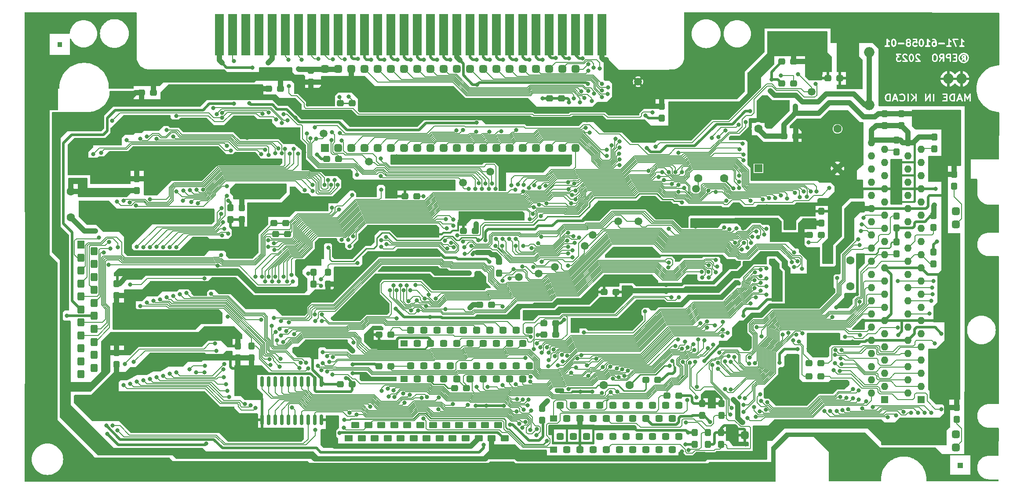
<source format=gbl>
G04 #@! TF.GenerationSoftware,KiCad,Pcbnew,7.0.2-0*
G04 #@! TF.CreationDate,2023-07-10T22:49:25+02:00*
G04 #@! TF.ProjectId,MegaCD,4d656761-4344-42e6-9b69-6361645f7063,rev?*
G04 #@! TF.SameCoordinates,Original*
G04 #@! TF.FileFunction,Copper,L4,Bot*
G04 #@! TF.FilePolarity,Positive*
%FSLAX46Y46*%
G04 Gerber Fmt 4.6, Leading zero omitted, Abs format (unit mm)*
G04 Created by KiCad (PCBNEW 7.0.2-0) date 2023-07-10 22:49:25*
%MOMM*%
%LPD*%
G01*
G04 APERTURE LIST*
G04 Aperture macros list*
%AMRoundRect*
0 Rectangle with rounded corners*
0 $1 Rounding radius*
0 $2 $3 $4 $5 $6 $7 $8 $9 X,Y pos of 4 corners*
0 Add a 4 corners polygon primitive as box body*
4,1,4,$2,$3,$4,$5,$6,$7,$8,$9,$2,$3,0*
0 Add four circle primitives for the rounded corners*
1,1,$1+$1,$2,$3*
1,1,$1+$1,$4,$5*
1,1,$1+$1,$6,$7*
1,1,$1+$1,$8,$9*
0 Add four rect primitives between the rounded corners*
20,1,$1+$1,$2,$3,$4,$5,0*
20,1,$1+$1,$4,$5,$6,$7,0*
20,1,$1+$1,$6,$7,$8,$9,0*
20,1,$1+$1,$8,$9,$2,$3,0*%
G04 Aperture macros list end*
%ADD10C,0.260000*%
%ADD11C,0.280000*%
G04 #@! TA.AperFunction,ComponentPad*
%ADD12R,1.600000X1.600000*%
G04 #@! TD*
G04 #@! TA.AperFunction,ComponentPad*
%ADD13C,1.600000*%
G04 #@! TD*
G04 #@! TA.AperFunction,ComponentPad*
%ADD14R,1.400000X1.400000*%
G04 #@! TD*
G04 #@! TA.AperFunction,ComponentPad*
%ADD15O,1.400000X1.400000*%
G04 #@! TD*
G04 #@! TA.AperFunction,ComponentPad*
%ADD16R,1.600000X1.200000*%
G04 #@! TD*
G04 #@! TA.AperFunction,ComponentPad*
%ADD17RoundRect,0.300000X0.500000X-0.300000X0.500000X0.300000X-0.500000X0.300000X-0.500000X-0.300000X0*%
G04 #@! TD*
G04 #@! TA.AperFunction,ComponentPad*
%ADD18R,1.400000X1.300000*%
G04 #@! TD*
G04 #@! TA.AperFunction,ComponentPad*
%ADD19RoundRect,0.325000X0.375000X-0.325000X0.375000X0.325000X-0.375000X0.325000X-0.375000X-0.325000X0*%
G04 #@! TD*
G04 #@! TA.AperFunction,ComponentPad*
%ADD20RoundRect,0.375000X-0.375000X0.375000X-0.375000X-0.375000X0.375000X-0.375000X0.375000X0.375000X0*%
G04 #@! TD*
G04 #@! TA.AperFunction,ComponentPad*
%ADD21R,1.400000X1.600000*%
G04 #@! TD*
G04 #@! TA.AperFunction,ComponentPad*
%ADD22RoundRect,0.350000X-0.350000X-0.450000X0.350000X-0.450000X0.350000X0.450000X-0.350000X0.450000X0*%
G04 #@! TD*
G04 #@! TA.AperFunction,ComponentPad*
%ADD23O,2.000000X2.000000*%
G04 #@! TD*
G04 #@! TA.AperFunction,SMDPad,CuDef*
%ADD24R,1.778000X8.000000*%
G04 #@! TD*
G04 #@! TA.AperFunction,ComponentPad*
%ADD25RoundRect,0.375000X-0.375000X-0.375000X0.375000X-0.375000X0.375000X0.375000X-0.375000X0.375000X0*%
G04 #@! TD*
G04 #@! TA.AperFunction,ComponentPad*
%ADD26RoundRect,0.375000X0.375000X-0.375000X0.375000X0.375000X-0.375000X0.375000X-0.375000X-0.375000X0*%
G04 #@! TD*
G04 #@! TA.AperFunction,SMDPad,CuDef*
%ADD27RoundRect,0.255319X0.344681X-0.394681X0.344681X0.394681X-0.344681X0.394681X-0.344681X-0.394681X0*%
G04 #@! TD*
G04 #@! TA.AperFunction,SMDPad,CuDef*
%ADD28C,1.500000*%
G04 #@! TD*
G04 #@! TA.AperFunction,SMDPad,CuDef*
%ADD29RoundRect,0.255319X-0.344681X0.394681X-0.344681X-0.394681X0.344681X-0.394681X0.344681X0.394681X0*%
G04 #@! TD*
G04 #@! TA.AperFunction,SMDPad,CuDef*
%ADD30RoundRect,0.255319X-0.394681X-0.344681X0.394681X-0.344681X0.394681X0.344681X-0.394681X0.344681X0*%
G04 #@! TD*
G04 #@! TA.AperFunction,SMDPad,CuDef*
%ADD31RoundRect,0.255319X0.394681X0.344681X-0.394681X0.344681X-0.394681X-0.344681X0.394681X-0.344681X0*%
G04 #@! TD*
G04 #@! TA.AperFunction,SMDPad,CuDef*
%ADD32RoundRect,0.150000X0.150000X-0.875000X0.150000X0.875000X-0.150000X0.875000X-0.150000X-0.875000X0*%
G04 #@! TD*
G04 #@! TA.AperFunction,ViaPad*
%ADD33C,0.800000*%
G04 #@! TD*
G04 #@! TA.AperFunction,Conductor*
%ADD34C,1.000000*%
G04 #@! TD*
G04 #@! TA.AperFunction,Conductor*
%ADD35C,0.250000*%
G04 #@! TD*
G04 #@! TA.AperFunction,Conductor*
%ADD36C,0.500000*%
G04 #@! TD*
G04 #@! TA.AperFunction,Conductor*
%ADD37C,0.127000*%
G04 #@! TD*
G04 APERTURE END LIST*
G04 #@! TA.AperFunction,NonConductor*
G36*
X52654200Y-52247800D02*
G01*
X53568600Y-52247800D01*
X53568600Y-53162200D01*
X52654200Y-53162200D01*
X52654200Y-52247800D01*
G37*
G04 #@! TD.AperFunction*
G04 #@! TA.AperFunction,NonConductor*
G36*
X225983800Y-133375400D02*
G01*
X227050600Y-133375400D01*
X227050600Y-134391400D01*
X225983800Y-134391400D01*
X225983800Y-133375400D01*
G37*
G04 #@! TD.AperFunction*
D10*
G36*
X212842771Y-63438004D02*
G01*
X212634028Y-63438004D01*
X212464883Y-63389140D01*
X212360157Y-63298377D01*
X212307574Y-63207233D01*
X212245628Y-62992485D01*
X212245628Y-62843522D01*
X212307572Y-62628777D01*
X212360157Y-62537631D01*
X212464881Y-62446869D01*
X212634029Y-62398004D01*
X212842771Y-62398004D01*
X212842771Y-63438004D01*
G37*
G36*
X214140629Y-63066576D02*
G01*
X213804911Y-63066576D01*
X213972769Y-62630142D01*
X214140629Y-63066576D01*
G37*
G36*
X225271343Y-63438004D02*
G01*
X225062600Y-63438004D01*
X224893455Y-63389140D01*
X224788729Y-63298377D01*
X224736146Y-63207233D01*
X224674200Y-62992485D01*
X224674200Y-62843522D01*
X224736144Y-62628777D01*
X224788729Y-62537631D01*
X224893453Y-62446869D01*
X225062601Y-62398004D01*
X225271343Y-62398004D01*
X225271343Y-63438004D01*
G37*
G36*
X226569201Y-63066576D02*
G01*
X226233483Y-63066576D01*
X226401341Y-62630142D01*
X226569201Y-63066576D01*
G37*
G36*
X229509200Y-64517314D02*
G01*
X211079200Y-64517314D01*
X211079200Y-63010216D01*
X211980141Y-63010216D01*
X211985628Y-63029237D01*
X211985628Y-63029552D01*
X211990780Y-63047100D01*
X212056172Y-63273793D01*
X212055377Y-63290381D01*
X212066537Y-63309726D01*
X212067329Y-63312469D01*
X212075852Y-63325871D01*
X212138121Y-63433804D01*
X212144498Y-63455530D01*
X212170998Y-63478497D01*
X212196362Y-63502696D01*
X212199653Y-63503331D01*
X212309395Y-63598441D01*
X212328591Y-63620399D01*
X212356050Y-63628331D01*
X212382047Y-63640207D01*
X212392138Y-63638756D01*
X212561312Y-63687628D01*
X212577457Y-63698004D01*
X212597228Y-63698004D01*
X212597505Y-63698084D01*
X212615847Y-63698004D01*
X212963475Y-63698004D01*
X212992053Y-63702113D01*
X213018316Y-63690118D01*
X213046021Y-63681984D01*
X213052498Y-63674508D01*
X213061497Y-63670399D01*
X213077107Y-63646108D01*
X213096015Y-63624288D01*
X213097422Y-63614497D01*
X213102771Y-63606175D01*
X213102771Y-63595455D01*
X213340092Y-63595455D01*
X213375996Y-63662828D01*
X213442624Y-63700096D01*
X213518824Y-63695425D01*
X213580402Y-63650298D01*
X213704911Y-63326576D01*
X214240629Y-63326576D01*
X214358145Y-63632117D01*
X214392683Y-63677288D01*
X214464480Y-63703238D01*
X214538909Y-63686252D01*
X214592340Y-63631723D01*
X214607808Y-63556964D01*
X214564430Y-63444182D01*
X214765854Y-63444182D01*
X214787355Y-63517435D01*
X214880826Y-63598444D01*
X214900019Y-63620399D01*
X214927475Y-63628330D01*
X214953475Y-63640207D01*
X214963567Y-63638757D01*
X215132740Y-63687628D01*
X215148885Y-63698004D01*
X215168656Y-63698004D01*
X215168933Y-63698084D01*
X215187275Y-63698004D01*
X215310931Y-63698004D01*
X215329321Y-63703491D01*
X215348315Y-63698004D01*
X215348604Y-63698004D01*
X215366220Y-63692831D01*
X215571628Y-63633492D01*
X215600495Y-63629339D01*
X215622093Y-63610619D01*
X215646205Y-63595273D01*
X215650167Y-63586695D01*
X216342771Y-63586695D01*
X216358791Y-63641254D01*
X216416487Y-63691248D01*
X216492053Y-63702113D01*
X216561497Y-63670399D01*
X216602771Y-63606175D01*
X216602771Y-62267992D01*
X216980140Y-62267992D01*
X217001642Y-62341244D01*
X217575176Y-62838307D01*
X217005095Y-63497069D01*
X216981507Y-63548807D01*
X216992420Y-63624366D01*
X217042451Y-63682031D01*
X217115715Y-63703492D01*
X217188952Y-63681937D01*
X217771655Y-63008589D01*
X217842771Y-63070223D01*
X217842771Y-63586695D01*
X217858791Y-63641254D01*
X217916487Y-63691248D01*
X217992053Y-63702113D01*
X218061497Y-63670399D01*
X218102771Y-63606175D01*
X218102771Y-63566416D01*
X219694435Y-63566416D01*
X219699914Y-63585917D01*
X219699914Y-63586695D01*
X219704969Y-63603911D01*
X219715084Y-63639914D01*
X219715701Y-63640461D01*
X219715934Y-63641254D01*
X219744184Y-63665733D01*
X219772190Y-63690581D01*
X219773007Y-63690708D01*
X219773630Y-63691248D01*
X219810614Y-63696565D01*
X219847624Y-63702330D01*
X219848379Y-63701995D01*
X219849196Y-63702113D01*
X219883212Y-63686578D01*
X219917435Y-63671431D01*
X219917889Y-63670741D01*
X219918640Y-63670399D01*
X219938846Y-63638957D01*
X220557057Y-62701337D01*
X220557057Y-63586695D01*
X220573077Y-63641254D01*
X220630773Y-63691248D01*
X220706339Y-63702113D01*
X220775783Y-63670399D01*
X220817057Y-63606175D01*
X220817057Y-63586695D01*
X221271343Y-63586695D01*
X221287363Y-63641254D01*
X221345059Y-63691248D01*
X221420625Y-63702113D01*
X221490069Y-63670399D01*
X221531343Y-63606175D01*
X221531343Y-63587286D01*
X223052948Y-63587286D01*
X223084662Y-63656730D01*
X223148886Y-63698004D01*
X223892047Y-63698004D01*
X223920625Y-63702113D01*
X223946888Y-63690118D01*
X223974593Y-63681984D01*
X223981070Y-63674508D01*
X223990069Y-63670399D01*
X224005679Y-63646108D01*
X224024587Y-63624288D01*
X224025994Y-63614497D01*
X224031343Y-63606175D01*
X224031343Y-63577300D01*
X224035452Y-63548722D01*
X224031343Y-63539724D01*
X224031343Y-63010216D01*
X224408713Y-63010216D01*
X224414200Y-63029237D01*
X224414200Y-63029552D01*
X224419352Y-63047100D01*
X224484744Y-63273793D01*
X224483949Y-63290381D01*
X224495109Y-63309726D01*
X224495901Y-63312469D01*
X224504424Y-63325871D01*
X224566693Y-63433804D01*
X224573070Y-63455530D01*
X224599570Y-63478497D01*
X224624934Y-63502696D01*
X224628225Y-63503331D01*
X224737967Y-63598441D01*
X224757163Y-63620399D01*
X224784622Y-63628331D01*
X224810619Y-63640207D01*
X224820710Y-63638756D01*
X224989884Y-63687628D01*
X225006029Y-63698004D01*
X225025800Y-63698004D01*
X225026077Y-63698084D01*
X225044419Y-63698004D01*
X225392047Y-63698004D01*
X225420625Y-63702113D01*
X225446888Y-63690118D01*
X225474593Y-63681984D01*
X225481070Y-63674508D01*
X225490069Y-63670399D01*
X225505679Y-63646108D01*
X225524587Y-63624288D01*
X225525994Y-63614497D01*
X225531343Y-63606175D01*
X225531343Y-63595455D01*
X225768664Y-63595455D01*
X225804568Y-63662828D01*
X225871196Y-63700096D01*
X225947396Y-63695425D01*
X226008974Y-63650298D01*
X226133483Y-63326576D01*
X226669201Y-63326576D01*
X226786717Y-63632117D01*
X226821255Y-63677288D01*
X226893052Y-63703238D01*
X226967481Y-63686252D01*
X227020912Y-63631723D01*
X227036380Y-63556964D01*
X226891984Y-63181535D01*
X226892594Y-63177294D01*
X226878392Y-63146197D01*
X226551404Y-62296028D01*
X227268785Y-62296028D01*
X227271343Y-62300778D01*
X227271343Y-63586695D01*
X227287363Y-63641254D01*
X227345059Y-63691248D01*
X227420625Y-63702113D01*
X227490069Y-63670399D01*
X227531343Y-63606175D01*
X227531343Y-62783636D01*
X227782837Y-63250699D01*
X227793357Y-63278405D01*
X227815955Y-63295116D01*
X227835715Y-63315109D01*
X227846145Y-63317441D01*
X227854739Y-63323797D01*
X227882788Y-63325638D01*
X227910217Y-63331773D01*
X227920252Y-63328096D01*
X227930918Y-63328797D01*
X227955506Y-63315182D01*
X227981901Y-63305514D01*
X227988357Y-63296993D01*
X227997707Y-63291817D01*
X228011031Y-63267071D01*
X228028009Y-63244667D01*
X228028833Y-63234009D01*
X228271343Y-62783636D01*
X228271343Y-63586695D01*
X228287363Y-63641254D01*
X228345059Y-63691248D01*
X228420625Y-63702113D01*
X228490069Y-63670399D01*
X228531343Y-63606175D01*
X228531343Y-62281595D01*
X228536427Y-62257547D01*
X228524660Y-62226555D01*
X228515323Y-62194754D01*
X228511245Y-62191221D01*
X228509330Y-62186175D01*
X228482672Y-62166462D01*
X228457627Y-62144760D01*
X228452286Y-62143992D01*
X228447947Y-62140783D01*
X228414865Y-62138611D01*
X228382061Y-62133895D01*
X228377152Y-62136136D01*
X228371768Y-62135783D01*
X228342766Y-62151839D01*
X228312617Y-62165609D01*
X228309699Y-62170148D01*
X228304979Y-62172762D01*
X228289263Y-62201948D01*
X228271343Y-62229833D01*
X228271343Y-62235228D01*
X227901342Y-62922372D01*
X227522247Y-62218336D01*
X227515323Y-62194754D01*
X227490273Y-62173048D01*
X227466971Y-62149472D01*
X227461705Y-62148294D01*
X227457627Y-62144760D01*
X227424815Y-62140042D01*
X227392470Y-62132807D01*
X227387403Y-62134663D01*
X227382061Y-62133895D01*
X227351909Y-62147664D01*
X227320785Y-62159066D01*
X227317525Y-62163367D01*
X227312617Y-62165609D01*
X227294696Y-62193494D01*
X227274677Y-62219913D01*
X227274260Y-62225293D01*
X227271343Y-62229833D01*
X227271343Y-62262982D01*
X227268785Y-62296028D01*
X226551404Y-62296028D01*
X226533327Y-62249028D01*
X226534020Y-62240553D01*
X226519814Y-62213895D01*
X226515967Y-62203892D01*
X226511071Y-62197489D01*
X226498117Y-62173179D01*
X226488276Y-62167675D01*
X226481430Y-62158720D01*
X226455528Y-62149358D01*
X226431488Y-62135912D01*
X226420233Y-62136601D01*
X226409632Y-62132770D01*
X226382782Y-62138897D01*
X226355288Y-62140583D01*
X226346193Y-62147247D01*
X226335203Y-62149756D01*
X226315925Y-62169429D01*
X226293710Y-62185710D01*
X226289663Y-62196231D01*
X226281772Y-62204285D01*
X226276190Y-62231259D01*
X225931037Y-63128657D01*
X225920956Y-63140292D01*
X225917608Y-63163571D01*
X225773297Y-63538782D01*
X225768664Y-63595455D01*
X225531343Y-63595455D01*
X225531343Y-63577300D01*
X225535452Y-63548722D01*
X225531343Y-63539724D01*
X225531343Y-62277300D01*
X225535452Y-62248722D01*
X225523457Y-62222458D01*
X225515323Y-62194754D01*
X225507847Y-62188276D01*
X225503738Y-62179278D01*
X225479447Y-62163667D01*
X225457627Y-62144760D01*
X225447836Y-62143352D01*
X225439514Y-62138004D01*
X225410639Y-62138004D01*
X225382061Y-62133895D01*
X225373064Y-62138004D01*
X225063181Y-62138004D01*
X225044791Y-62132517D01*
X225025798Y-62138004D01*
X225025509Y-62138004D01*
X225007895Y-62143175D01*
X224802488Y-62202516D01*
X224773618Y-62206670D01*
X224752015Y-62225392D01*
X224727908Y-62240737D01*
X224723633Y-62249990D01*
X224613648Y-62345310D01*
X224593528Y-62355692D01*
X224576005Y-62386063D01*
X224557054Y-62415560D01*
X224557054Y-62418912D01*
X224513799Y-62493886D01*
X224501300Y-62504822D01*
X224495109Y-62526281D01*
X224493684Y-62528753D01*
X224489944Y-62544187D01*
X224424559Y-62770855D01*
X224414200Y-62786976D01*
X224414200Y-62806769D01*
X224414112Y-62807075D01*
X224414200Y-62825539D01*
X224414200Y-62991853D01*
X224408713Y-63010216D01*
X224031343Y-63010216D01*
X224031343Y-62896348D01*
X224035452Y-62867770D01*
X224031343Y-62858772D01*
X224031343Y-62277300D01*
X224035452Y-62248722D01*
X224023457Y-62222458D01*
X224015323Y-62194754D01*
X224007847Y-62188276D01*
X224003738Y-62179278D01*
X223979447Y-62163667D01*
X223957627Y-62144760D01*
X223947836Y-62143352D01*
X223939514Y-62138004D01*
X223910639Y-62138004D01*
X223882061Y-62133895D01*
X223873064Y-62138004D01*
X223168366Y-62138004D01*
X223113807Y-62154024D01*
X223063813Y-62211720D01*
X223052948Y-62287286D01*
X223084662Y-62356730D01*
X223148886Y-62398004D01*
X223771343Y-62398004D01*
X223771343Y-62757052D01*
X223382652Y-62757052D01*
X223328093Y-62773072D01*
X223278099Y-62830768D01*
X223267234Y-62906334D01*
X223298948Y-62975778D01*
X223363172Y-63017052D01*
X223771343Y-63017052D01*
X223771343Y-63438004D01*
X223168366Y-63438004D01*
X223113807Y-63454024D01*
X223063813Y-63511720D01*
X223052948Y-63587286D01*
X221531343Y-63587286D01*
X221531343Y-62249313D01*
X221515323Y-62194754D01*
X221457627Y-62144760D01*
X221382061Y-62133895D01*
X221312617Y-62165609D01*
X221271343Y-62229833D01*
X221271343Y-63586695D01*
X220817057Y-63586695D01*
X220817057Y-62287473D01*
X220822536Y-62269592D01*
X220817056Y-62250090D01*
X220817057Y-62249313D01*
X220812001Y-62232096D01*
X220801887Y-62196094D01*
X220801269Y-62195546D01*
X220801037Y-62194754D01*
X220772786Y-62170274D01*
X220744781Y-62145427D01*
X220743963Y-62145299D01*
X220743341Y-62144760D01*
X220706356Y-62139442D01*
X220669347Y-62133678D01*
X220668591Y-62134012D01*
X220667775Y-62133895D01*
X220633758Y-62149429D01*
X220599536Y-62164577D01*
X220599081Y-62165266D01*
X220598331Y-62165609D01*
X220578124Y-62197050D01*
X219959914Y-63134670D01*
X219959914Y-62249313D01*
X219943894Y-62194754D01*
X219886198Y-62144760D01*
X219810632Y-62133895D01*
X219741188Y-62165609D01*
X219699914Y-62229833D01*
X219699914Y-63548534D01*
X219694435Y-63566416D01*
X218102771Y-63566416D01*
X218102771Y-63029557D01*
X218108259Y-63010873D01*
X218102771Y-62992176D01*
X218102771Y-62249313D01*
X218086751Y-62194754D01*
X218029055Y-62144760D01*
X217953489Y-62133895D01*
X217884045Y-62165609D01*
X217842771Y-62229833D01*
X217842771Y-62723924D01*
X217831662Y-62711120D01*
X217822217Y-62708353D01*
X217186644Y-62157523D01*
X217134923Y-62133897D01*
X217059356Y-62144755D01*
X217001655Y-62194743D01*
X216980140Y-62267992D01*
X216602771Y-62267992D01*
X216602771Y-62249313D01*
X216586751Y-62194754D01*
X216529055Y-62144760D01*
X216453489Y-62133895D01*
X216384045Y-62165609D01*
X216342771Y-62229833D01*
X216342771Y-63586695D01*
X215650167Y-63586695D01*
X215650480Y-63586017D01*
X215760462Y-63490699D01*
X215780585Y-63480317D01*
X215798108Y-63449943D01*
X215817059Y-63420450D01*
X215817058Y-63417095D01*
X215860312Y-63342122D01*
X215872813Y-63331186D01*
X215879003Y-63309724D01*
X215880429Y-63307254D01*
X215884169Y-63291817D01*
X215949551Y-63065154D01*
X215959913Y-63049032D01*
X215959913Y-63029234D01*
X215960000Y-63028933D01*
X215959913Y-63010610D01*
X215959913Y-62844154D01*
X215965400Y-62825792D01*
X215959913Y-62806770D01*
X215959913Y-62806456D01*
X215954760Y-62788907D01*
X215889368Y-62562214D01*
X215890164Y-62545626D01*
X215879002Y-62526280D01*
X215878212Y-62523539D01*
X215869690Y-62510138D01*
X215807419Y-62402204D01*
X215801042Y-62380479D01*
X215774546Y-62357516D01*
X215749179Y-62333312D01*
X215745885Y-62332676D01*
X215636145Y-62237566D01*
X215616951Y-62215610D01*
X215589491Y-62207677D01*
X215563494Y-62195802D01*
X215553403Y-62197251D01*
X215384228Y-62148379D01*
X215368084Y-62138004D01*
X215348314Y-62138004D01*
X215348037Y-62137924D01*
X215329694Y-62138004D01*
X215206037Y-62138004D01*
X215187647Y-62132517D01*
X215168654Y-62138004D01*
X215168365Y-62138004D01*
X215150751Y-62143175D01*
X214945344Y-62202516D01*
X214916474Y-62206670D01*
X214894872Y-62225391D01*
X214870764Y-62240737D01*
X214866488Y-62249990D01*
X214802076Y-62305816D01*
X214771339Y-62353655D01*
X214771346Y-62429998D01*
X214812626Y-62494218D01*
X214882073Y-62525925D01*
X214957638Y-62515053D01*
X215036311Y-62446868D01*
X215205457Y-62398004D01*
X215311511Y-62398004D01*
X215480657Y-62446868D01*
X215585383Y-62537630D01*
X215637966Y-62628774D01*
X215699913Y-62843522D01*
X215699913Y-62992484D01*
X215637965Y-63207236D01*
X215585384Y-63298376D01*
X215480658Y-63389139D01*
X215311511Y-63438004D01*
X215205456Y-63438004D01*
X215036310Y-63389140D01*
X214972359Y-63333715D01*
X214920638Y-63310088D01*
X214845071Y-63320945D01*
X214787369Y-63370933D01*
X214765854Y-63444182D01*
X214564430Y-63444182D01*
X214463412Y-63181535D01*
X214464022Y-63177294D01*
X214449820Y-63146197D01*
X214104755Y-62249028D01*
X214105448Y-62240553D01*
X214091242Y-62213895D01*
X214087395Y-62203892D01*
X214082499Y-62197489D01*
X214069545Y-62173179D01*
X214059704Y-62167675D01*
X214052858Y-62158720D01*
X214026956Y-62149358D01*
X214002916Y-62135912D01*
X213991661Y-62136601D01*
X213981060Y-62132770D01*
X213954210Y-62138897D01*
X213926716Y-62140583D01*
X213917621Y-62147247D01*
X213906631Y-62149756D01*
X213887353Y-62169429D01*
X213865138Y-62185710D01*
X213861091Y-62196231D01*
X213853200Y-62204285D01*
X213847618Y-62231259D01*
X213502465Y-63128657D01*
X213492384Y-63140292D01*
X213489036Y-63163571D01*
X213344725Y-63538782D01*
X213340092Y-63595455D01*
X213102771Y-63595455D01*
X213102771Y-63577300D01*
X213106880Y-63548722D01*
X213102771Y-63539724D01*
X213102771Y-62277300D01*
X213106880Y-62248722D01*
X213094885Y-62222458D01*
X213086751Y-62194754D01*
X213079275Y-62188276D01*
X213075166Y-62179278D01*
X213050875Y-62163667D01*
X213029055Y-62144760D01*
X213019264Y-62143352D01*
X213010942Y-62138004D01*
X212982067Y-62138004D01*
X212953489Y-62133895D01*
X212944492Y-62138004D01*
X212634609Y-62138004D01*
X212616219Y-62132517D01*
X212597226Y-62138004D01*
X212596937Y-62138004D01*
X212579323Y-62143175D01*
X212373916Y-62202516D01*
X212345046Y-62206670D01*
X212323443Y-62225392D01*
X212299336Y-62240737D01*
X212295061Y-62249990D01*
X212185076Y-62345310D01*
X212164956Y-62355692D01*
X212147433Y-62386063D01*
X212128482Y-62415560D01*
X212128482Y-62418912D01*
X212085227Y-62493886D01*
X212072728Y-62504822D01*
X212066537Y-62526281D01*
X212065112Y-62528753D01*
X212061372Y-62544187D01*
X211995987Y-62770855D01*
X211985628Y-62786976D01*
X211985628Y-62806769D01*
X211985540Y-62807075D01*
X211985628Y-62825539D01*
X211985628Y-62991853D01*
X211980141Y-63010216D01*
X211079200Y-63010216D01*
X211079200Y-61415886D01*
X229509200Y-61415886D01*
X229509200Y-64517314D01*
G37*
G36*
X227311132Y-55210061D02*
G01*
X227210927Y-55210061D01*
X227190903Y-55204598D01*
X227173542Y-55210061D01*
X227100391Y-55210061D01*
X227042789Y-55181260D01*
X227013989Y-55123657D01*
X227013989Y-55061226D01*
X227042790Y-55003624D01*
X227100392Y-54974823D01*
X227311132Y-54974823D01*
X227311132Y-55210061D01*
G37*
G36*
X227455461Y-54596454D02*
G01*
X227717807Y-54753862D01*
X227875216Y-55016210D01*
X227927604Y-55278156D01*
X227875215Y-55540104D01*
X227717808Y-55802450D01*
X227455461Y-55959859D01*
X227193513Y-56012248D01*
X226931564Y-55959859D01*
X226669218Y-55802452D01*
X226511809Y-55540102D01*
X226459420Y-55278155D01*
X226506035Y-55045081D01*
X226749284Y-55045081D01*
X226753989Y-55056425D01*
X226753989Y-55147353D01*
X226750643Y-55178344D01*
X226762524Y-55202107D01*
X226770009Y-55227597D01*
X226779290Y-55235639D01*
X226814808Y-55306674D01*
X226814630Y-55311724D01*
X226831716Y-55340492D01*
X226837977Y-55353013D01*
X226841230Y-55356510D01*
X226853615Y-55377362D01*
X226866724Y-55383916D01*
X226876706Y-55394647D01*
X226900202Y-55400655D01*
X226952150Y-55426629D01*
X226772155Y-55642625D01*
X226749534Y-55694794D01*
X226761852Y-55770137D01*
X226812947Y-55826859D01*
X226886599Y-55846953D01*
X226959421Y-55824038D01*
X227254401Y-55470061D01*
X227311132Y-55470061D01*
X227311132Y-55730181D01*
X227327152Y-55784740D01*
X227384848Y-55834734D01*
X227460414Y-55845599D01*
X227529858Y-55813885D01*
X227571132Y-55749661D01*
X227571132Y-55349357D01*
X227575241Y-55320779D01*
X227571132Y-55311781D01*
X227571132Y-54854119D01*
X227575241Y-54825541D01*
X227563246Y-54799277D01*
X227555112Y-54771573D01*
X227547636Y-54765095D01*
X227543527Y-54756097D01*
X227519236Y-54740486D01*
X227497416Y-54721579D01*
X227487625Y-54720171D01*
X227479303Y-54714823D01*
X227450428Y-54714823D01*
X227421850Y-54710714D01*
X227412853Y-54714823D01*
X227076700Y-54714823D01*
X227045706Y-54711477D01*
X227021943Y-54723358D01*
X226996453Y-54730843D01*
X226988409Y-54740125D01*
X226917379Y-54775641D01*
X226912328Y-54775463D01*
X226883546Y-54792557D01*
X226871038Y-54798812D01*
X226867543Y-54802062D01*
X226846689Y-54814449D01*
X226840134Y-54827558D01*
X226829404Y-54837540D01*
X226823395Y-54861036D01*
X226770843Y-54966140D01*
X226753989Y-54992367D01*
X226753989Y-55018936D01*
X226749284Y-55045081D01*
X226506035Y-55045081D01*
X226511810Y-55016208D01*
X226669218Y-54753861D01*
X226931566Y-54596453D01*
X227193514Y-54544064D01*
X227455461Y-54596454D01*
G37*
G36*
X221792695Y-54765948D02*
G01*
X221876129Y-54849382D01*
X221925418Y-55046540D01*
X221925418Y-55447866D01*
X221876128Y-55645027D01*
X221792698Y-55728457D01*
X221715206Y-55767204D01*
X221528965Y-55767204D01*
X221451471Y-55728457D01*
X221368041Y-55645027D01*
X221318752Y-55447868D01*
X221318752Y-55046543D01*
X221368042Y-54849380D01*
X221451473Y-54765950D01*
X221528966Y-54727204D01*
X221715206Y-54727204D01*
X221792695Y-54765948D01*
G37*
G36*
X223163514Y-55148157D02*
G01*
X222995872Y-55148157D01*
X222970022Y-55143391D01*
X222958390Y-55148157D01*
X222828965Y-55148157D01*
X222751472Y-55109411D01*
X222719403Y-55077341D01*
X222680657Y-54999849D01*
X222680657Y-54875511D01*
X222719401Y-54798020D01*
X222751471Y-54765951D01*
X222828966Y-54727204D01*
X223163514Y-54727204D01*
X223163514Y-55148157D01*
G37*
G36*
X217211744Y-54765949D02*
G01*
X217243815Y-54798020D01*
X217289904Y-54890197D01*
X217344465Y-55108444D01*
X217344465Y-55385961D01*
X217289904Y-55604211D01*
X217243816Y-55696388D01*
X217211746Y-55728457D01*
X217134254Y-55767204D01*
X217071821Y-55767204D01*
X216994329Y-55728457D01*
X216962260Y-55696389D01*
X216916170Y-55604207D01*
X216861609Y-55385963D01*
X216861609Y-55108447D01*
X216916171Y-54890196D01*
X216962259Y-54798021D01*
X216994330Y-54765950D01*
X217071822Y-54727204D01*
X217134254Y-54727204D01*
X217211744Y-54765949D01*
G37*
G36*
X224463514Y-55148157D02*
G01*
X224128965Y-55148157D01*
X224051472Y-55109411D01*
X224019403Y-55077341D01*
X223980657Y-54999849D01*
X223980657Y-54875511D01*
X224019401Y-54798020D01*
X224051471Y-54765951D01*
X224128966Y-54727204D01*
X224463514Y-54727204D01*
X224463514Y-55148157D01*
G37*
G36*
X229078513Y-56846514D02*
G01*
X213237087Y-56846514D01*
X213237087Y-55354604D01*
X214120714Y-55354604D01*
X214125419Y-55365948D01*
X214125418Y-55642591D01*
X214122073Y-55673582D01*
X214133954Y-55697345D01*
X214141439Y-55722835D01*
X214150720Y-55730877D01*
X214193759Y-55816956D01*
X214198409Y-55838328D01*
X214223735Y-55863654D01*
X214248136Y-55889885D01*
X214250595Y-55890513D01*
X214275779Y-55915698D01*
X214286950Y-55934505D01*
X214318995Y-55950527D01*
X214350429Y-55967692D01*
X214352962Y-55967510D01*
X214438640Y-56010349D01*
X214464867Y-56027204D01*
X214491436Y-56027204D01*
X214517581Y-56031909D01*
X214528925Y-56027204D01*
X214867472Y-56027204D01*
X214898463Y-56030550D01*
X214922224Y-56018669D01*
X214947717Y-56011184D01*
X214955760Y-56001901D01*
X215041835Y-55958864D01*
X215063209Y-55954215D01*
X215088538Y-55928885D01*
X215114766Y-55904489D01*
X215115395Y-55902028D01*
X215165321Y-55852102D01*
X215192573Y-55802195D01*
X215187127Y-55726047D01*
X215141376Y-55664931D01*
X215069847Y-55638252D01*
X214995248Y-55654480D01*
X214921270Y-55728457D01*
X214843778Y-55767204D01*
X214533726Y-55767204D01*
X214456234Y-55728457D01*
X214424165Y-55696389D01*
X214385419Y-55618895D01*
X214385419Y-55370750D01*
X214424164Y-55293259D01*
X214456235Y-55261188D01*
X214533727Y-55222442D01*
X214650922Y-55222442D01*
X214651210Y-55222625D01*
X214689071Y-55222442D01*
X214707444Y-55222442D01*
X214707751Y-55222351D01*
X214727552Y-55222256D01*
X214743619Y-55211819D01*
X214762003Y-55206422D01*
X214774969Y-55191458D01*
X214791576Y-55180672D01*
X214799451Y-55163204D01*
X214811997Y-55148726D01*
X214814814Y-55129127D01*
X214822954Y-55111075D01*
X214820135Y-55092122D01*
X214822862Y-55073160D01*
X214814636Y-55055149D01*
X214811724Y-55035563D01*
X214799106Y-55021143D01*
X214791148Y-55003716D01*
X214774491Y-54993011D01*
X214757446Y-54973531D01*
X215358114Y-54973531D01*
X215369446Y-55007527D01*
X215379534Y-55041883D01*
X215381452Y-55043545D01*
X215429877Y-55188818D01*
X215436504Y-55219280D01*
X215455290Y-55238066D01*
X215470452Y-55259882D01*
X215481800Y-55264576D01*
X215984428Y-55767204D01*
X215474823Y-55767204D01*
X215420264Y-55783224D01*
X215370270Y-55840920D01*
X215359405Y-55916486D01*
X215391119Y-55985930D01*
X215455343Y-56027204D01*
X216265096Y-56027204D01*
X216269475Y-56029595D01*
X216302907Y-56027204D01*
X216316967Y-56027204D01*
X216321494Y-56025874D01*
X216345624Y-56024149D01*
X216357404Y-56015330D01*
X216371526Y-56011184D01*
X216387370Y-55992898D01*
X216406740Y-55978399D01*
X216411883Y-55964609D01*
X216421520Y-55953488D01*
X216424963Y-55929539D01*
X216433419Y-55906869D01*
X216430290Y-55892488D01*
X216432385Y-55877922D01*
X216422334Y-55855913D01*
X216417191Y-55832271D01*
X216406784Y-55821864D01*
X216400671Y-55808478D01*
X216380317Y-55795397D01*
X215981383Y-55396464D01*
X216596233Y-55396464D01*
X216601609Y-55417968D01*
X216601609Y-55420657D01*
X216606133Y-55436066D01*
X216661779Y-55658651D01*
X216660168Y-55673582D01*
X216670857Y-55694960D01*
X216671929Y-55699248D01*
X216679182Y-55711611D01*
X216731854Y-55816956D01*
X216736504Y-55838328D01*
X216761830Y-55863654D01*
X216786231Y-55889885D01*
X216788690Y-55890513D01*
X216813874Y-55915698D01*
X216825045Y-55934505D01*
X216857090Y-55950527D01*
X216888524Y-55967692D01*
X216891057Y-55967510D01*
X216976735Y-56010349D01*
X217002962Y-56027204D01*
X217029531Y-56027204D01*
X217055676Y-56031909D01*
X217067020Y-56027204D01*
X217157948Y-56027204D01*
X217188939Y-56030550D01*
X217212700Y-56018669D01*
X217238193Y-56011184D01*
X217246236Y-56001901D01*
X217332311Y-55958864D01*
X217353685Y-55954215D01*
X217379014Y-55928885D01*
X217405242Y-55904489D01*
X217405871Y-55902028D01*
X217431055Y-55876844D01*
X217449862Y-55865674D01*
X217465885Y-55833626D01*
X217483049Y-55802195D01*
X217482867Y-55799661D01*
X217518481Y-55728433D01*
X217529423Y-55718146D01*
X217535220Y-55694956D01*
X217537196Y-55691005D01*
X217539734Y-55676901D01*
X217595396Y-55454250D01*
X217604466Y-55440137D01*
X217604466Y-55417970D01*
X217605118Y-55415362D01*
X217604466Y-55399318D01*
X217604466Y-55113835D01*
X217609842Y-55097944D01*
X217604466Y-55076439D01*
X217604466Y-55073751D01*
X217599942Y-55058344D01*
X217578739Y-54973531D01*
X217834304Y-54973531D01*
X217845636Y-55007527D01*
X217855724Y-55041883D01*
X217857642Y-55043545D01*
X217906067Y-55188818D01*
X217912694Y-55219280D01*
X217931480Y-55238066D01*
X217946642Y-55259882D01*
X217957990Y-55264576D01*
X218460618Y-55767204D01*
X217951013Y-55767204D01*
X217896454Y-55783224D01*
X217846460Y-55840920D01*
X217835595Y-55916486D01*
X217867309Y-55985930D01*
X217931533Y-56027204D01*
X218741286Y-56027204D01*
X218745665Y-56029595D01*
X218779097Y-56027204D01*
X218793157Y-56027204D01*
X218797684Y-56025874D01*
X218821814Y-56024149D01*
X218833594Y-56015330D01*
X218847716Y-56011184D01*
X218863560Y-55992898D01*
X218882930Y-55978399D01*
X218888073Y-55964609D01*
X218897710Y-55953488D01*
X218901153Y-55929539D01*
X218909609Y-55906869D01*
X218906480Y-55892488D01*
X218908575Y-55877922D01*
X218898524Y-55855913D01*
X218893381Y-55832271D01*
X218882974Y-55821864D01*
X218876861Y-55808478D01*
X218856507Y-55795397D01*
X218519479Y-55458369D01*
X221053376Y-55458369D01*
X221058752Y-55479873D01*
X221058752Y-55482562D01*
X221063276Y-55497971D01*
X221124053Y-55741079D01*
X221131742Y-55776422D01*
X221146957Y-55791637D01*
X221157846Y-55810197D01*
X221173396Y-55818076D01*
X221271018Y-55915699D01*
X221282188Y-55934506D01*
X221314239Y-55950531D01*
X221345665Y-55967691D01*
X221348196Y-55967509D01*
X221433885Y-56010353D01*
X221460105Y-56027204D01*
X221486672Y-56027204D01*
X221512820Y-56031909D01*
X221524164Y-56027204D01*
X221738900Y-56027204D01*
X221769891Y-56030550D01*
X221793652Y-56018669D01*
X221819145Y-56011184D01*
X221827188Y-56001901D01*
X221913263Y-55958864D01*
X221934637Y-55954215D01*
X221959969Y-55928882D01*
X221986194Y-55904489D01*
X221986823Y-55902028D01*
X221997002Y-55891849D01*
X222415275Y-55891849D01*
X222433872Y-55965893D01*
X222489547Y-56018128D01*
X222564624Y-56031970D01*
X222635268Y-56003025D01*
X223051676Y-55408157D01*
X223163514Y-55408157D01*
X223163514Y-55915895D01*
X223179534Y-55970454D01*
X223237230Y-56020448D01*
X223312796Y-56031313D01*
X223382240Y-55999599D01*
X223423514Y-55935375D01*
X223423514Y-55287453D01*
X223427623Y-55258875D01*
X223423513Y-55249877D01*
X223423514Y-54859367D01*
X223715952Y-54859367D01*
X223720657Y-54870711D01*
X223720657Y-55023543D01*
X223717311Y-55054534D01*
X223729191Y-55078295D01*
X223736677Y-55103788D01*
X223745959Y-55111831D01*
X223788996Y-55197906D01*
X223793646Y-55219280D01*
X223818975Y-55244609D01*
X223843372Y-55270837D01*
X223845832Y-55271466D01*
X223871016Y-55296650D01*
X223882187Y-55315457D01*
X223914234Y-55331480D01*
X223945666Y-55348644D01*
X223948199Y-55348462D01*
X224033878Y-55391302D01*
X224060105Y-55408157D01*
X224086675Y-55408157D01*
X224112820Y-55412862D01*
X224124164Y-55408157D01*
X224463514Y-55408157D01*
X224463514Y-55915895D01*
X224479534Y-55970454D01*
X224537230Y-56020448D01*
X224612796Y-56031313D01*
X224682240Y-55999599D01*
X224723514Y-55935375D01*
X224723514Y-55916486D01*
X225016547Y-55916486D01*
X225048261Y-55985930D01*
X225112485Y-56027204D01*
X225760408Y-56027204D01*
X225788986Y-56031313D01*
X225815249Y-56019318D01*
X225842954Y-56011184D01*
X225849431Y-56003708D01*
X225858430Y-55999599D01*
X225874040Y-55975308D01*
X225892948Y-55953488D01*
X225894355Y-55943697D01*
X225899704Y-55935375D01*
X225899704Y-55906500D01*
X225903813Y-55877922D01*
X225899704Y-55868924D01*
X225899704Y-55266223D01*
X226191885Y-55266223D01*
X226197977Y-55296684D01*
X226200714Y-55327631D01*
X226205367Y-55333633D01*
X226258354Y-55598568D01*
X226257638Y-55621833D01*
X226275357Y-55651364D01*
X226291350Y-55681861D01*
X226294846Y-55683847D01*
X226460275Y-55959563D01*
X226474849Y-55989039D01*
X226496149Y-56001819D01*
X226514415Y-56018658D01*
X226528260Y-56021085D01*
X226804329Y-56186727D01*
X226821064Y-56202909D01*
X226854843Y-56209664D01*
X226888158Y-56218343D01*
X226891979Y-56217091D01*
X227156746Y-56270044D01*
X227181578Y-56279784D01*
X227212038Y-56273691D01*
X227242988Y-56270955D01*
X227248991Y-56266301D01*
X227513925Y-56213315D01*
X227537190Y-56214032D01*
X227566720Y-56196313D01*
X227597218Y-56180320D01*
X227599204Y-56176823D01*
X227874920Y-56011392D01*
X227904395Y-55996820D01*
X227917176Y-55975517D01*
X227934013Y-55957254D01*
X227936440Y-55943411D01*
X228102083Y-55667339D01*
X228118265Y-55650605D01*
X228125020Y-55616824D01*
X228133699Y-55583511D01*
X228132447Y-55579689D01*
X228185399Y-55314924D01*
X228195140Y-55290092D01*
X228189047Y-55259631D01*
X228186311Y-55228682D01*
X228181657Y-55222678D01*
X228128671Y-54957744D01*
X228129388Y-54934480D01*
X228111669Y-54904949D01*
X228095676Y-54874452D01*
X228092179Y-54872465D01*
X227926749Y-54596748D01*
X227912176Y-54567274D01*
X227890875Y-54554493D01*
X227872610Y-54537655D01*
X227858764Y-54535227D01*
X227582694Y-54369585D01*
X227565962Y-54353406D01*
X227532195Y-54346652D01*
X227498868Y-54337971D01*
X227495045Y-54339222D01*
X227230279Y-54286268D01*
X227205448Y-54276529D01*
X227174987Y-54282621D01*
X227144039Y-54285358D01*
X227138035Y-54290011D01*
X226873100Y-54342998D01*
X226849836Y-54342282D01*
X226820304Y-54360001D01*
X226789808Y-54375994D01*
X226787821Y-54379490D01*
X226512105Y-54544919D01*
X226482630Y-54559493D01*
X226469849Y-54580793D01*
X226453011Y-54599059D01*
X226450583Y-54612904D01*
X226284938Y-54888977D01*
X226268762Y-54905708D01*
X226262010Y-54939464D01*
X226253327Y-54972802D01*
X226254578Y-54976624D01*
X226201624Y-55241391D01*
X226191885Y-55266223D01*
X225899704Y-55266223D01*
X225899704Y-55225548D01*
X225903813Y-55196970D01*
X225899704Y-55187972D01*
X225899704Y-54606500D01*
X225903813Y-54577922D01*
X225891818Y-54551658D01*
X225883684Y-54523954D01*
X225876208Y-54517476D01*
X225872099Y-54508478D01*
X225847808Y-54492867D01*
X225825988Y-54473960D01*
X225816197Y-54472552D01*
X225807875Y-54467204D01*
X225779000Y-54467204D01*
X225750422Y-54463095D01*
X225741425Y-54467204D01*
X225131965Y-54467204D01*
X225077406Y-54483224D01*
X225027412Y-54540920D01*
X225016547Y-54616486D01*
X225048261Y-54685930D01*
X225112485Y-54727204D01*
X225639704Y-54727204D01*
X225639704Y-55086252D01*
X225317679Y-55086252D01*
X225263120Y-55102272D01*
X225213126Y-55159968D01*
X225202261Y-55235534D01*
X225233975Y-55304978D01*
X225298199Y-55346252D01*
X225639704Y-55346252D01*
X225639704Y-55767204D01*
X225131965Y-55767204D01*
X225077406Y-55783224D01*
X225027412Y-55840920D01*
X225016547Y-55916486D01*
X224723514Y-55916486D01*
X224723514Y-55287453D01*
X224727623Y-55258875D01*
X224723513Y-55249877D01*
X224723514Y-54606500D01*
X224727623Y-54577922D01*
X224715628Y-54551658D01*
X224707494Y-54523954D01*
X224700018Y-54517476D01*
X224695909Y-54508478D01*
X224671618Y-54492867D01*
X224649798Y-54473960D01*
X224640007Y-54472552D01*
X224631685Y-54467204D01*
X224602810Y-54467204D01*
X224574232Y-54463095D01*
X224565235Y-54467204D01*
X224105271Y-54467204D01*
X224074280Y-54463858D01*
X224050518Y-54475738D01*
X224025026Y-54483224D01*
X224016982Y-54492506D01*
X223930904Y-54535544D01*
X223909533Y-54540194D01*
X223884206Y-54565520D01*
X223857976Y-54589921D01*
X223857347Y-54592380D01*
X223832161Y-54617566D01*
X223813356Y-54628736D01*
X223797336Y-54660775D01*
X223780169Y-54692214D01*
X223780350Y-54694747D01*
X223737507Y-54780431D01*
X223720657Y-54806652D01*
X223720657Y-54833218D01*
X223715952Y-54859367D01*
X223423514Y-54859367D01*
X223423514Y-54606500D01*
X223427623Y-54577922D01*
X223415628Y-54551658D01*
X223407494Y-54523954D01*
X223400018Y-54517476D01*
X223395909Y-54508478D01*
X223371618Y-54492867D01*
X223349798Y-54473960D01*
X223340007Y-54472552D01*
X223331685Y-54467204D01*
X223302810Y-54467204D01*
X223274232Y-54463095D01*
X223265235Y-54467204D01*
X222805271Y-54467204D01*
X222774280Y-54463858D01*
X222750518Y-54475738D01*
X222725026Y-54483224D01*
X222716982Y-54492506D01*
X222630904Y-54535544D01*
X222609533Y-54540194D01*
X222584206Y-54565520D01*
X222557976Y-54589921D01*
X222557347Y-54592380D01*
X222532161Y-54617566D01*
X222513356Y-54628736D01*
X222497336Y-54660775D01*
X222480169Y-54692214D01*
X222480350Y-54694747D01*
X222437507Y-54780431D01*
X222420657Y-54806652D01*
X222420657Y-54833218D01*
X222415952Y-54859367D01*
X222420657Y-54870711D01*
X222420657Y-55023543D01*
X222417311Y-55054534D01*
X222429191Y-55078295D01*
X222436677Y-55103788D01*
X222445959Y-55111831D01*
X222488996Y-55197906D01*
X222493646Y-55219280D01*
X222518975Y-55244609D01*
X222543372Y-55270837D01*
X222545832Y-55271466D01*
X222571016Y-55296650D01*
X222582187Y-55315457D01*
X222614234Y-55331480D01*
X222645666Y-55348644D01*
X222648199Y-55348462D01*
X222733878Y-55391302D01*
X222742309Y-55396720D01*
X222433438Y-55837966D01*
X222415275Y-55891849D01*
X221997002Y-55891849D01*
X222084022Y-55804829D01*
X222110375Y-55780051D01*
X222115593Y-55759175D01*
X222125906Y-55740290D01*
X222124662Y-55722900D01*
X222176348Y-55516155D01*
X222185418Y-55502042D01*
X222185418Y-55479875D01*
X222186070Y-55477267D01*
X222185418Y-55461223D01*
X222185418Y-55051931D01*
X222190794Y-55036040D01*
X222185418Y-55014535D01*
X222185418Y-55011847D01*
X222180894Y-54996440D01*
X222120120Y-54753342D01*
X222112429Y-54717986D01*
X222097212Y-54702769D01*
X222086325Y-54684212D01*
X222070774Y-54676332D01*
X221973153Y-54578711D01*
X221961983Y-54559904D01*
X221929933Y-54543879D01*
X221898504Y-54526717D01*
X221895971Y-54526898D01*
X221810293Y-54484059D01*
X221784066Y-54467204D01*
X221757497Y-54467204D01*
X221731352Y-54462499D01*
X221720007Y-54467204D01*
X221505271Y-54467204D01*
X221474280Y-54463858D01*
X221450518Y-54475738D01*
X221425026Y-54483224D01*
X221416982Y-54492506D01*
X221330904Y-54535544D01*
X221309533Y-54540194D01*
X221284205Y-54565521D01*
X221257976Y-54589921D01*
X221257347Y-54592380D01*
X221160139Y-54689588D01*
X221133796Y-54714358D01*
X221128577Y-54735233D01*
X221118265Y-54754119D01*
X221119508Y-54771506D01*
X221067821Y-54978254D01*
X221058752Y-54992367D01*
X221058752Y-55014533D01*
X221058100Y-55017141D01*
X221058752Y-55033184D01*
X221058752Y-55442478D01*
X221053376Y-55458369D01*
X218519479Y-55458369D01*
X218145233Y-55084124D01*
X218099704Y-54947536D01*
X218099704Y-54875512D01*
X218138449Y-54798021D01*
X218170520Y-54765950D01*
X218248012Y-54727204D01*
X218496158Y-54727204D01*
X218573649Y-54765949D01*
X218633853Y-54826154D01*
X218683759Y-54853405D01*
X218759908Y-54847960D01*
X218821024Y-54802210D01*
X218847704Y-54730680D01*
X218831476Y-54656082D01*
X218754106Y-54578710D01*
X218742936Y-54559904D01*
X218710896Y-54543884D01*
X218679459Y-54526718D01*
X218676925Y-54526899D01*
X218591244Y-54484058D01*
X218565018Y-54467204D01*
X218538449Y-54467204D01*
X218512304Y-54462499D01*
X218500960Y-54467204D01*
X218224320Y-54467204D01*
X218193326Y-54463858D01*
X218169563Y-54475739D01*
X218144073Y-54483224D01*
X218136029Y-54492506D01*
X218049954Y-54535544D01*
X218028581Y-54540194D01*
X218003245Y-54565529D01*
X217977024Y-54589921D01*
X217976395Y-54592380D01*
X217951211Y-54617564D01*
X217932404Y-54628735D01*
X217916379Y-54660784D01*
X217899217Y-54692214D01*
X217899398Y-54694746D01*
X217856559Y-54780424D01*
X217839704Y-54806652D01*
X217839704Y-54833221D01*
X217834999Y-54859366D01*
X217839704Y-54870710D01*
X217839704Y-54952334D01*
X217834304Y-54973531D01*
X217578739Y-54973531D01*
X217544296Y-54835757D01*
X217545908Y-54820826D01*
X217535218Y-54799447D01*
X217534147Y-54795161D01*
X217526893Y-54782797D01*
X217474221Y-54677454D01*
X217469572Y-54656081D01*
X217444236Y-54630745D01*
X217419845Y-54604524D01*
X217417385Y-54603895D01*
X217392201Y-54578711D01*
X217381031Y-54559904D01*
X217348981Y-54543879D01*
X217317552Y-54526717D01*
X217315019Y-54526898D01*
X217229341Y-54484059D01*
X217203114Y-54467204D01*
X217176545Y-54467204D01*
X217150400Y-54462499D01*
X217139055Y-54467204D01*
X217048130Y-54467204D01*
X217017136Y-54463858D01*
X216993373Y-54475739D01*
X216967883Y-54483224D01*
X216959839Y-54492506D01*
X216873764Y-54535544D01*
X216852391Y-54540194D01*
X216827055Y-54565529D01*
X216800834Y-54589921D01*
X216800205Y-54592380D01*
X216775021Y-54617564D01*
X216756214Y-54628735D01*
X216740189Y-54660784D01*
X216723027Y-54692214D01*
X216723208Y-54694746D01*
X216687594Y-54765974D01*
X216676653Y-54776262D01*
X216670855Y-54799452D01*
X216668880Y-54803403D01*
X216666342Y-54817504D01*
X216610678Y-55040158D01*
X216601609Y-55054271D01*
X216601609Y-55076437D01*
X216600957Y-55079045D01*
X216601609Y-55095088D01*
X216601609Y-55380573D01*
X216596233Y-55396464D01*
X215981383Y-55396464D01*
X215669043Y-55084124D01*
X215623514Y-54947536D01*
X215623513Y-54875512D01*
X215662259Y-54798021D01*
X215694330Y-54765950D01*
X215771822Y-54727204D01*
X216019968Y-54727204D01*
X216097459Y-54765949D01*
X216157663Y-54826154D01*
X216207569Y-54853405D01*
X216283718Y-54847960D01*
X216344834Y-54802210D01*
X216371514Y-54730680D01*
X216355286Y-54656082D01*
X216277916Y-54578710D01*
X216266746Y-54559904D01*
X216234706Y-54543884D01*
X216203269Y-54526718D01*
X216200735Y-54526899D01*
X216115054Y-54484058D01*
X216088828Y-54467204D01*
X216062259Y-54467204D01*
X216036114Y-54462499D01*
X216024770Y-54467204D01*
X215748130Y-54467204D01*
X215717136Y-54463858D01*
X215693373Y-54475739D01*
X215667883Y-54483224D01*
X215659839Y-54492506D01*
X215573764Y-54535544D01*
X215552391Y-54540194D01*
X215527055Y-54565529D01*
X215500834Y-54589921D01*
X215500205Y-54592380D01*
X215475021Y-54617564D01*
X215456214Y-54628735D01*
X215440189Y-54660784D01*
X215423027Y-54692214D01*
X215423208Y-54694746D01*
X215380369Y-54780424D01*
X215363514Y-54806652D01*
X215363514Y-54833221D01*
X215358809Y-54859366D01*
X215363514Y-54870710D01*
X215363514Y-54952334D01*
X215358114Y-54973531D01*
X214757446Y-54973531D01*
X214541909Y-54727204D01*
X215078872Y-54727204D01*
X215133431Y-54711184D01*
X215183425Y-54653488D01*
X215194290Y-54577922D01*
X215162576Y-54508478D01*
X215098352Y-54467204D01*
X214293250Y-54467204D01*
X214292962Y-54467021D01*
X214255101Y-54467204D01*
X214236728Y-54467204D01*
X214236420Y-54467294D01*
X214216620Y-54467390D01*
X214200552Y-54477826D01*
X214182169Y-54483224D01*
X214169202Y-54498187D01*
X214152596Y-54508974D01*
X214144720Y-54526441D01*
X214132175Y-54540920D01*
X214129357Y-54560518D01*
X214121218Y-54578571D01*
X214124036Y-54597523D01*
X214121310Y-54616486D01*
X214129535Y-54634496D01*
X214132448Y-54654083D01*
X214145065Y-54668502D01*
X214153024Y-54685930D01*
X214169680Y-54696634D01*
X214423067Y-54986218D01*
X214421744Y-54987744D01*
X214335669Y-55030782D01*
X214314296Y-55035432D01*
X214288960Y-55060767D01*
X214262739Y-55085159D01*
X214262110Y-55087618D01*
X214236926Y-55112802D01*
X214218119Y-55123973D01*
X214202094Y-55156022D01*
X214184932Y-55187452D01*
X214185113Y-55189984D01*
X214142274Y-55275662D01*
X214125419Y-55301890D01*
X214125419Y-55328459D01*
X214120714Y-55354604D01*
X213237087Y-55354604D01*
X213237087Y-53745086D01*
X229078513Y-53745086D01*
X229078513Y-56846514D01*
G37*
D11*
G36*
X213793726Y-51878568D02*
G01*
X213823502Y-51908344D01*
X213868374Y-51998086D01*
X213922370Y-52214078D01*
X213922371Y-52489130D01*
X213868373Y-52705122D01*
X213823502Y-52794864D01*
X213793727Y-52824639D01*
X213719798Y-52861604D01*
X213662087Y-52861604D01*
X213588159Y-52824640D01*
X213558384Y-52794864D01*
X213513510Y-52705118D01*
X213459514Y-52489132D01*
X213459514Y-52214077D01*
X213513511Y-51998087D01*
X213558383Y-51908344D01*
X213588159Y-51878568D01*
X213662088Y-51841604D01*
X213719799Y-51841604D01*
X213793726Y-51878568D01*
G37*
G36*
X216703251Y-52435712D02*
G01*
X216733026Y-52465487D01*
X216769990Y-52539414D01*
X216769990Y-52720935D01*
X216733026Y-52794864D01*
X216703250Y-52824640D01*
X216629323Y-52861604D01*
X216447801Y-52861604D01*
X216373873Y-52824640D01*
X216344098Y-52794864D01*
X216307132Y-52720934D01*
X216307133Y-52539415D01*
X216344097Y-52465487D01*
X216373873Y-52435711D01*
X216447802Y-52398747D01*
X216629321Y-52398747D01*
X216703251Y-52435712D01*
G37*
G36*
X216703251Y-51878569D02*
G01*
X216733026Y-51908344D01*
X216768941Y-51980175D01*
X216733025Y-52052008D01*
X216703252Y-52081781D01*
X216629321Y-52118747D01*
X216447801Y-52118747D01*
X216373872Y-52081782D01*
X216344097Y-52052007D01*
X216308181Y-51980175D01*
X216344097Y-51908344D01*
X216373873Y-51878568D01*
X216447802Y-51841604D01*
X216629321Y-51841604D01*
X216703251Y-51878569D01*
G37*
G36*
X219117535Y-51878568D02*
G01*
X219147311Y-51908344D01*
X219192183Y-51998086D01*
X219246179Y-52214078D01*
X219246180Y-52489130D01*
X219192182Y-52705122D01*
X219147311Y-52794864D01*
X219117536Y-52824639D01*
X219043607Y-52861604D01*
X218985896Y-52861604D01*
X218911968Y-52824640D01*
X218882193Y-52794864D01*
X218837319Y-52705118D01*
X218783323Y-52489132D01*
X218783323Y-52214077D01*
X218837320Y-51998087D01*
X218882192Y-51908344D01*
X218911968Y-51878568D01*
X218985897Y-51841604D01*
X219043608Y-51841604D01*
X219117535Y-51878568D01*
G37*
G36*
X221655631Y-52373807D02*
G01*
X221685406Y-52403582D01*
X221722369Y-52477509D01*
X221722370Y-52720935D01*
X221685406Y-52794864D01*
X221655630Y-52824640D01*
X221581703Y-52861604D01*
X221400181Y-52861604D01*
X221326253Y-52824640D01*
X221296478Y-52794864D01*
X221259513Y-52720934D01*
X221259513Y-52477510D01*
X221296477Y-52403582D01*
X221326253Y-52373806D01*
X221400182Y-52336842D01*
X221581701Y-52336842D01*
X221655631Y-52373807D01*
G37*
G36*
X228259513Y-54005914D02*
G01*
X211008087Y-54005914D01*
X211008087Y-53022369D01*
X211936994Y-53022369D01*
X211971148Y-53097155D01*
X212040311Y-53141604D01*
X212442838Y-53141604D01*
X212473613Y-53146029D01*
X212483302Y-53141604D01*
X212844403Y-53141604D01*
X212903161Y-53124351D01*
X212957000Y-53062217D01*
X212968701Y-52980839D01*
X212934547Y-52906053D01*
X212865384Y-52861604D01*
X212592848Y-52861604D01*
X212592848Y-52500441D01*
X213173724Y-52500441D01*
X213179514Y-52523600D01*
X213179514Y-52526493D01*
X213184380Y-52543067D01*
X213239551Y-52763747D01*
X213237815Y-52779827D01*
X213249327Y-52802851D01*
X213250481Y-52807466D01*
X213258288Y-52820773D01*
X213310254Y-52924705D01*
X213315261Y-52947722D01*
X213342549Y-52975010D01*
X213368814Y-53003246D01*
X213371462Y-53003923D01*
X213393822Y-53026283D01*
X213405851Y-53046536D01*
X213440374Y-53063797D01*
X213474214Y-53082275D01*
X213476939Y-53082080D01*
X213559690Y-53123455D01*
X213587930Y-53141604D01*
X213616547Y-53141604D01*
X213644701Y-53146670D01*
X213656916Y-53141604D01*
X213745312Y-53141604D01*
X213778689Y-53145208D01*
X213804282Y-53132411D01*
X213831733Y-53124351D01*
X213840393Y-53114355D01*
X213923565Y-53072770D01*
X213946584Y-53067763D01*
X213973885Y-53040461D01*
X214002107Y-53014210D01*
X214002783Y-53011563D01*
X214025145Y-52989201D01*
X214045398Y-52977173D01*
X214062661Y-52942646D01*
X214081137Y-52908810D01*
X214080942Y-52906084D01*
X214114535Y-52838897D01*
X214126317Y-52827820D01*
X214132559Y-52802850D01*
X214134688Y-52798593D01*
X214137422Y-52783398D01*
X214192603Y-52562672D01*
X214202371Y-52547474D01*
X214202371Y-52527131D01*
X214475090Y-52527131D01*
X214509244Y-52601917D01*
X214578407Y-52646366D01*
X215630118Y-52646366D01*
X215688876Y-52629113D01*
X215742715Y-52566979D01*
X215749178Y-52522028D01*
X216022066Y-52522028D01*
X216027133Y-52534245D01*
X216027133Y-52746449D01*
X216023529Y-52779827D01*
X216036326Y-52805421D01*
X216044386Y-52832870D01*
X216054380Y-52841530D01*
X216095968Y-52924705D01*
X216100975Y-52947722D01*
X216128263Y-52975010D01*
X216154528Y-53003246D01*
X216157176Y-53003923D01*
X216179536Y-53026283D01*
X216191565Y-53046536D01*
X216226088Y-53063797D01*
X216259928Y-53082275D01*
X216262653Y-53082080D01*
X216345404Y-53123455D01*
X216373644Y-53141604D01*
X216402261Y-53141604D01*
X216430415Y-53146670D01*
X216442630Y-53141604D01*
X216654834Y-53141604D01*
X216688212Y-53145208D01*
X216713806Y-53132411D01*
X216741256Y-53124351D01*
X216749916Y-53114356D01*
X216833089Y-53072770D01*
X216856108Y-53067763D01*
X216883404Y-53040466D01*
X216911631Y-53014211D01*
X216912308Y-53011562D01*
X216934670Y-52989200D01*
X216954922Y-52977172D01*
X216972176Y-52942661D01*
X216990661Y-52908810D01*
X216990465Y-52906083D01*
X217031839Y-52823335D01*
X217049990Y-52795093D01*
X217049989Y-52766475D01*
X217055056Y-52738322D01*
X217049990Y-52726107D01*
X217049990Y-52513901D01*
X217053594Y-52480524D01*
X217043393Y-52460123D01*
X217260161Y-52460123D01*
X217265228Y-52472340D01*
X217265228Y-52746449D01*
X217261624Y-52779827D01*
X217274421Y-52805421D01*
X217282481Y-52832870D01*
X217292475Y-52841530D01*
X217334063Y-52924705D01*
X217339070Y-52947722D01*
X217366358Y-52975010D01*
X217392623Y-53003246D01*
X217395271Y-53003923D01*
X217417631Y-53026283D01*
X217429660Y-53046536D01*
X217464183Y-53063797D01*
X217498023Y-53082275D01*
X217500748Y-53082080D01*
X217583499Y-53123455D01*
X217611739Y-53141604D01*
X217640356Y-53141604D01*
X217668510Y-53146670D01*
X217680725Y-53141604D01*
X217954834Y-53141604D01*
X217988212Y-53145208D01*
X218013806Y-53132411D01*
X218041256Y-53124351D01*
X218049916Y-53114356D01*
X218133090Y-53072769D01*
X218156109Y-53067762D01*
X218183396Y-53040473D01*
X218211631Y-53014211D01*
X218212308Y-53011561D01*
X218261312Y-52962557D01*
X218290660Y-52908809D01*
X218284794Y-52826804D01*
X218235525Y-52760987D01*
X218158492Y-52732257D01*
X218078157Y-52749733D01*
X218003250Y-52824640D01*
X217929323Y-52861604D01*
X217685896Y-52861604D01*
X217611968Y-52824640D01*
X217582193Y-52794864D01*
X217545228Y-52720934D01*
X217545228Y-52500441D01*
X218497533Y-52500441D01*
X218503323Y-52523600D01*
X218503323Y-52526493D01*
X218508189Y-52543067D01*
X218563360Y-52763747D01*
X218561624Y-52779827D01*
X218573136Y-52802851D01*
X218574290Y-52807466D01*
X218582097Y-52820773D01*
X218634063Y-52924705D01*
X218639070Y-52947722D01*
X218666358Y-52975010D01*
X218692623Y-53003246D01*
X218695271Y-53003923D01*
X218717631Y-53026283D01*
X218729660Y-53046536D01*
X218764183Y-53063797D01*
X218798023Y-53082275D01*
X218800748Y-53082080D01*
X218883499Y-53123455D01*
X218911739Y-53141604D01*
X218940356Y-53141604D01*
X218968510Y-53146670D01*
X218980725Y-53141604D01*
X219069121Y-53141604D01*
X219102498Y-53145208D01*
X219128091Y-53132411D01*
X219155542Y-53124351D01*
X219164202Y-53114355D01*
X219247374Y-53072770D01*
X219270393Y-53067763D01*
X219297694Y-53040461D01*
X219317144Y-53022369D01*
X219736993Y-53022369D01*
X219771147Y-53097155D01*
X219840310Y-53141604D01*
X220242837Y-53141604D01*
X220273612Y-53146029D01*
X220283301Y-53141604D01*
X220644402Y-53141604D01*
X220703160Y-53124351D01*
X220756999Y-53062217D01*
X220768700Y-52980839D01*
X220734546Y-52906053D01*
X220665383Y-52861604D01*
X220392847Y-52861604D01*
X220392846Y-52460123D01*
X220974446Y-52460123D01*
X220979513Y-52472340D01*
X220979513Y-52746449D01*
X220975909Y-52779827D01*
X220988706Y-52805421D01*
X220996766Y-52832870D01*
X221006760Y-52841530D01*
X221048348Y-52924705D01*
X221053355Y-52947722D01*
X221080643Y-52975010D01*
X221106908Y-53003246D01*
X221109556Y-53003923D01*
X221131916Y-53026283D01*
X221143945Y-53046536D01*
X221178468Y-53063797D01*
X221212308Y-53082275D01*
X221215033Y-53082080D01*
X221297784Y-53123455D01*
X221326024Y-53141604D01*
X221354641Y-53141604D01*
X221382795Y-53146670D01*
X221395010Y-53141604D01*
X221607214Y-53141604D01*
X221640592Y-53145208D01*
X221666186Y-53132411D01*
X221693636Y-53124351D01*
X221702296Y-53114356D01*
X221785469Y-53072770D01*
X221808488Y-53067763D01*
X221835784Y-53040466D01*
X221855240Y-53022369D01*
X223822707Y-53022369D01*
X223856861Y-53097155D01*
X223926024Y-53141604D01*
X224328551Y-53141604D01*
X224359326Y-53146029D01*
X224369015Y-53141604D01*
X224730116Y-53141604D01*
X224788874Y-53124351D01*
X224842713Y-53062217D01*
X224854414Y-52980839D01*
X224820260Y-52906053D01*
X224751097Y-52861604D01*
X224478561Y-52861604D01*
X224478561Y-52104087D01*
X224486802Y-52117963D01*
X224521312Y-52135218D01*
X224555165Y-52153703D01*
X224557890Y-52153508D01*
X224665381Y-52207254D01*
X224725651Y-52218100D01*
X224801594Y-52186603D01*
X224848453Y-52119050D01*
X224851350Y-52036885D01*
X224809367Y-51966198D01*
X224669110Y-51896068D01*
X224571168Y-51798126D01*
X224518396Y-51718968D01*
X224998449Y-51718968D01*
X224999151Y-51720606D01*
X224998898Y-51722369D01*
X225015278Y-51758236D01*
X225579713Y-53075253D01*
X225618717Y-53122464D01*
X225697036Y-53147474D01*
X225776443Y-53126172D01*
X225831728Y-53065320D01*
X225838938Y-53022369D01*
X226298897Y-53022369D01*
X226333051Y-53097155D01*
X226402214Y-53141604D01*
X226804741Y-53141604D01*
X226835516Y-53146029D01*
X226845205Y-53141604D01*
X227206306Y-53141604D01*
X227265064Y-53124351D01*
X227318903Y-53062217D01*
X227330604Y-52980839D01*
X227296450Y-52906053D01*
X227227287Y-52861604D01*
X226954751Y-52861604D01*
X226954751Y-52104087D01*
X226962992Y-52117963D01*
X226997502Y-52135218D01*
X227031355Y-52153703D01*
X227034080Y-52153508D01*
X227141571Y-52207254D01*
X227201841Y-52218100D01*
X227277784Y-52186603D01*
X227324643Y-52119050D01*
X227327540Y-52036885D01*
X227285557Y-51966198D01*
X227145300Y-51896068D01*
X227047358Y-51798126D01*
X226943069Y-51641693D01*
X226937498Y-51622719D01*
X226920738Y-51608197D01*
X226920074Y-51607200D01*
X226905539Y-51595027D01*
X226875364Y-51568880D01*
X226874103Y-51568698D01*
X226873126Y-51567880D01*
X226833517Y-51562863D01*
X226793986Y-51557179D01*
X226792825Y-51557708D01*
X226791563Y-51557549D01*
X226755528Y-51574742D01*
X226719200Y-51591333D01*
X226718511Y-51592403D01*
X226717361Y-51592953D01*
X226696355Y-51626879D01*
X226674751Y-51660496D01*
X226674750Y-51661772D01*
X226674081Y-51662855D01*
X226674751Y-51702765D01*
X226674751Y-52861604D01*
X226423195Y-52861604D01*
X226364437Y-52878857D01*
X226310598Y-52940991D01*
X226298897Y-53022369D01*
X225838938Y-53022369D01*
X225845339Y-52984240D01*
X225355638Y-51841604D01*
X226030116Y-51841604D01*
X226088874Y-51824351D01*
X226142713Y-51762217D01*
X226154414Y-51680839D01*
X226120260Y-51606053D01*
X226051097Y-51561604D01*
X225165132Y-51561604D01*
X225146753Y-51555735D01*
X225124874Y-51561604D01*
X225123196Y-51561604D01*
X225105461Y-51566811D01*
X225067345Y-51577036D01*
X225066146Y-51578355D01*
X225064438Y-51578857D01*
X225038606Y-51608668D01*
X225012060Y-51637888D01*
X225011764Y-51639645D01*
X225010599Y-51640991D01*
X225004986Y-51680022D01*
X224998449Y-51718968D01*
X224518396Y-51718968D01*
X224466879Y-51641693D01*
X224461308Y-51622719D01*
X224444548Y-51608197D01*
X224443884Y-51607200D01*
X224429349Y-51595027D01*
X224399174Y-51568880D01*
X224397913Y-51568698D01*
X224396936Y-51567880D01*
X224357327Y-51562863D01*
X224317796Y-51557179D01*
X224316635Y-51557708D01*
X224315373Y-51557549D01*
X224279338Y-51574742D01*
X224243010Y-51591333D01*
X224242321Y-51592403D01*
X224241171Y-51592953D01*
X224220165Y-51626879D01*
X224198561Y-51660496D01*
X224198561Y-51661772D01*
X224197891Y-51662855D01*
X224198561Y-51702765D01*
X224198561Y-52861604D01*
X223947005Y-52861604D01*
X223888247Y-52878857D01*
X223834408Y-52940991D01*
X223822707Y-53022369D01*
X221855240Y-53022369D01*
X221864011Y-53014211D01*
X221864688Y-53011562D01*
X221887050Y-52989200D01*
X221907302Y-52977172D01*
X221924556Y-52942661D01*
X221943041Y-52908810D01*
X221942845Y-52906083D01*
X221984219Y-52823335D01*
X222002370Y-52795093D01*
X222002370Y-52766475D01*
X222007436Y-52738322D01*
X222002370Y-52726107D01*
X222002370Y-52527131D01*
X222275089Y-52527131D01*
X222309243Y-52601917D01*
X222378406Y-52646366D01*
X223430117Y-52646366D01*
X223488875Y-52629113D01*
X223542714Y-52566979D01*
X223554415Y-52485601D01*
X223520261Y-52410815D01*
X223451098Y-52366366D01*
X222399387Y-52366366D01*
X222340629Y-52383619D01*
X222286790Y-52445753D01*
X222275089Y-52527131D01*
X222002370Y-52527131D01*
X222002370Y-52451996D01*
X222005974Y-52418619D01*
X222002370Y-52411410D01*
X222002370Y-52281787D01*
X222008160Y-52264673D01*
X222002370Y-52241512D01*
X222002370Y-52238620D01*
X221997503Y-52222047D01*
X221940177Y-51992735D01*
X221939756Y-51967674D01*
X221919180Y-51936810D01*
X221900416Y-51904828D01*
X221896553Y-51902870D01*
X221807829Y-51769785D01*
X221804719Y-51755487D01*
X221785452Y-51736220D01*
X221781978Y-51731009D01*
X221771288Y-51722056D01*
X221726156Y-51676924D01*
X221714129Y-51656674D01*
X221679618Y-51639418D01*
X221645766Y-51620934D01*
X221643040Y-51621128D01*
X221560291Y-51579753D01*
X221532050Y-51561604D01*
X221503437Y-51561604D01*
X221475280Y-51556537D01*
X221463063Y-51561604D01*
X221223196Y-51561604D01*
X221164438Y-51578857D01*
X221110599Y-51640991D01*
X221098898Y-51722369D01*
X221133052Y-51797155D01*
X221202215Y-51841604D01*
X221457893Y-51841604D01*
X221531820Y-51878568D01*
X221567858Y-51914606D01*
X221667798Y-52064515D01*
X221655859Y-52056842D01*
X221627245Y-52056842D01*
X221599088Y-52051775D01*
X221586871Y-52056842D01*
X221374667Y-52056842D01*
X221341290Y-52053238D01*
X221315696Y-52066035D01*
X221288247Y-52074095D01*
X221279585Y-52084090D01*
X221196414Y-52125676D01*
X221173396Y-52130684D01*
X221146093Y-52157986D01*
X221117872Y-52184238D01*
X221117195Y-52186884D01*
X221094833Y-52209246D01*
X221074583Y-52221274D01*
X221057327Y-52255784D01*
X221038843Y-52289637D01*
X221039037Y-52292362D01*
X220997662Y-52375111D01*
X220979513Y-52403353D01*
X220979513Y-52431966D01*
X220974446Y-52460123D01*
X220392846Y-52460123D01*
X220392846Y-52104087D01*
X220401088Y-52117963D01*
X220435598Y-52135218D01*
X220469451Y-52153703D01*
X220472176Y-52153508D01*
X220579667Y-52207254D01*
X220639937Y-52218100D01*
X220715880Y-52186603D01*
X220762739Y-52119050D01*
X220765636Y-52036885D01*
X220723653Y-51966198D01*
X220583396Y-51896068D01*
X220485454Y-51798126D01*
X220381165Y-51641693D01*
X220375594Y-51622719D01*
X220358834Y-51608197D01*
X220358170Y-51607200D01*
X220343635Y-51595027D01*
X220313460Y-51568880D01*
X220312199Y-51568698D01*
X220311222Y-51567880D01*
X220271613Y-51562863D01*
X220232082Y-51557179D01*
X220230921Y-51557708D01*
X220229659Y-51557549D01*
X220193624Y-51574742D01*
X220157296Y-51591333D01*
X220156607Y-51592403D01*
X220155457Y-51592953D01*
X220134451Y-51626879D01*
X220112847Y-51660496D01*
X220112847Y-51661772D01*
X220112177Y-51662855D01*
X220112847Y-51702765D01*
X220112847Y-52861604D01*
X219861291Y-52861604D01*
X219802533Y-52878857D01*
X219748694Y-52940991D01*
X219736993Y-53022369D01*
X219317144Y-53022369D01*
X219325916Y-53014210D01*
X219326592Y-53011563D01*
X219348954Y-52989201D01*
X219369207Y-52977173D01*
X219386470Y-52942646D01*
X219404946Y-52908810D01*
X219404751Y-52906084D01*
X219438344Y-52838897D01*
X219450126Y-52827820D01*
X219456368Y-52802850D01*
X219458497Y-52798593D01*
X219461231Y-52783398D01*
X219516412Y-52562672D01*
X219526180Y-52547474D01*
X219526180Y-52523602D01*
X219526882Y-52520794D01*
X219526180Y-52503529D01*
X219526180Y-52219882D01*
X219531970Y-52202768D01*
X219526180Y-52179607D01*
X219526180Y-52176715D01*
X219521313Y-52160142D01*
X219466143Y-51939458D01*
X219467880Y-51923381D01*
X219456369Y-51900360D01*
X219455215Y-51895742D01*
X219447400Y-51882422D01*
X219395441Y-51778505D01*
X219390434Y-51755487D01*
X219363131Y-51728184D01*
X219336880Y-51699963D01*
X219334233Y-51699286D01*
X219311871Y-51676924D01*
X219299844Y-51656674D01*
X219265333Y-51639418D01*
X219231481Y-51620934D01*
X219228755Y-51621128D01*
X219146006Y-51579753D01*
X219117765Y-51561604D01*
X219089152Y-51561604D01*
X219060995Y-51556537D01*
X219048778Y-51561604D01*
X218960382Y-51561604D01*
X218927005Y-51558000D01*
X218901411Y-51570797D01*
X218873962Y-51578857D01*
X218865300Y-51588852D01*
X218782129Y-51630438D01*
X218759111Y-51635446D01*
X218731808Y-51662748D01*
X218703587Y-51689000D01*
X218702910Y-51691646D01*
X218680548Y-51714008D01*
X218660298Y-51726036D01*
X218643042Y-51760546D01*
X218624558Y-51794399D01*
X218624752Y-51797124D01*
X218591160Y-51864308D01*
X218579378Y-51875387D01*
X218573135Y-51900358D01*
X218571007Y-51904615D01*
X218568273Y-51919806D01*
X218513091Y-52140533D01*
X218503323Y-52155734D01*
X218503323Y-52179608D01*
X218502622Y-52182413D01*
X218503323Y-52199666D01*
X218503323Y-52483326D01*
X218497533Y-52500441D01*
X217545228Y-52500441D01*
X217545228Y-52477510D01*
X217582192Y-52403582D01*
X217611968Y-52373806D01*
X217685897Y-52336842D01*
X217929321Y-52336842D01*
X218003251Y-52373807D01*
X218029016Y-52399572D01*
X218033796Y-52411359D01*
X218057575Y-52428132D01*
X218063321Y-52433878D01*
X218073946Y-52439680D01*
X218100979Y-52458748D01*
X218109543Y-52459117D01*
X218117069Y-52463227D01*
X218150065Y-52460867D01*
X218183118Y-52462294D01*
X218190524Y-52457973D01*
X218199074Y-52457362D01*
X218225556Y-52437538D01*
X218254134Y-52420868D01*
X218258027Y-52413231D01*
X218264891Y-52408094D01*
X218276450Y-52377101D01*
X218291481Y-52347625D01*
X218290627Y-52339092D01*
X218293623Y-52331062D01*
X218286592Y-52298743D01*
X218227183Y-51704642D01*
X218230606Y-51680839D01*
X218214785Y-51646196D01*
X218200470Y-51610897D01*
X218197806Y-51609017D01*
X218196452Y-51606053D01*
X218164398Y-51585453D01*
X218133287Y-51563508D01*
X218130033Y-51563367D01*
X218127289Y-51561604D01*
X218089183Y-51561604D01*
X218051148Y-51559962D01*
X218048333Y-51561604D01*
X217447006Y-51561604D01*
X217388248Y-51578857D01*
X217334409Y-51640991D01*
X217322708Y-51722369D01*
X217356862Y-51797155D01*
X217426025Y-51841604D01*
X217959482Y-51841604D01*
X217981006Y-52056842D01*
X217974865Y-52056842D01*
X217946708Y-52051775D01*
X217934491Y-52056842D01*
X217660382Y-52056842D01*
X217627005Y-52053238D01*
X217601411Y-52066035D01*
X217573962Y-52074095D01*
X217565300Y-52084090D01*
X217482129Y-52125676D01*
X217459111Y-52130684D01*
X217431808Y-52157986D01*
X217403587Y-52184238D01*
X217402910Y-52186884D01*
X217380548Y-52209246D01*
X217360298Y-52221274D01*
X217343042Y-52255784D01*
X217324558Y-52289637D01*
X217324752Y-52292362D01*
X217283377Y-52375111D01*
X217265228Y-52403353D01*
X217265228Y-52431966D01*
X217260161Y-52460123D01*
X217043393Y-52460123D01*
X217040796Y-52454928D01*
X217032737Y-52427481D01*
X217022742Y-52418820D01*
X216981155Y-52335646D01*
X216976149Y-52312630D01*
X216948860Y-52285341D01*
X216923227Y-52257785D01*
X216934669Y-52246343D01*
X216954922Y-52234315D01*
X216972177Y-52199803D01*
X216990661Y-52165954D01*
X216990465Y-52163226D01*
X217031839Y-52080478D01*
X217049990Y-52052236D01*
X217049990Y-52023618D01*
X217055056Y-51995465D01*
X217049990Y-51983250D01*
X217049990Y-51956758D01*
X217053594Y-51923381D01*
X217040796Y-51897785D01*
X217032737Y-51870338D01*
X217022742Y-51861677D01*
X216981155Y-51778503D01*
X216976149Y-51755487D01*
X216948860Y-51728198D01*
X216922596Y-51699963D01*
X216919947Y-51699285D01*
X216897587Y-51676925D01*
X216885559Y-51656673D01*
X216851032Y-51639409D01*
X216817196Y-51620934D01*
X216814470Y-51621128D01*
X216731718Y-51579752D01*
X216703479Y-51561604D01*
X216674865Y-51561604D01*
X216646708Y-51556537D01*
X216634491Y-51561604D01*
X216422287Y-51561604D01*
X216388910Y-51558000D01*
X216363316Y-51570797D01*
X216335867Y-51578857D01*
X216327205Y-51588852D01*
X216244034Y-51630438D01*
X216221016Y-51635446D01*
X216193713Y-51662748D01*
X216165492Y-51689000D01*
X216164815Y-51691646D01*
X216142453Y-51714008D01*
X216122203Y-51726036D01*
X216104947Y-51760546D01*
X216086463Y-51794399D01*
X216086657Y-51797124D01*
X216045282Y-51879873D01*
X216027133Y-51908115D01*
X216027132Y-51936728D01*
X216022066Y-51964885D01*
X216027133Y-51977102D01*
X216027133Y-52003592D01*
X216023529Y-52036970D01*
X216036326Y-52062564D01*
X216044386Y-52090013D01*
X216054380Y-52098673D01*
X216095969Y-52181850D01*
X216100976Y-52204866D01*
X216128256Y-52232145D01*
X216153895Y-52259709D01*
X216142453Y-52271151D01*
X216122203Y-52283179D01*
X216104947Y-52317689D01*
X216086463Y-52351542D01*
X216086657Y-52354267D01*
X216045282Y-52437016D01*
X216027133Y-52465258D01*
X216027133Y-52493871D01*
X216022066Y-52522028D01*
X215749178Y-52522028D01*
X215754416Y-52485601D01*
X215720262Y-52410815D01*
X215651099Y-52366366D01*
X214599388Y-52366366D01*
X214540630Y-52383619D01*
X214486791Y-52445753D01*
X214475090Y-52527131D01*
X214202371Y-52527131D01*
X214202371Y-52523602D01*
X214203073Y-52520794D01*
X214202371Y-52503529D01*
X214202371Y-52219882D01*
X214208161Y-52202768D01*
X214202371Y-52179607D01*
X214202371Y-52176715D01*
X214197504Y-52160142D01*
X214142334Y-51939458D01*
X214144071Y-51923381D01*
X214132560Y-51900360D01*
X214131406Y-51895742D01*
X214123591Y-51882422D01*
X214071632Y-51778505D01*
X214066625Y-51755487D01*
X214039322Y-51728184D01*
X214013071Y-51699963D01*
X214010424Y-51699286D01*
X213988062Y-51676924D01*
X213976035Y-51656674D01*
X213941524Y-51639418D01*
X213907672Y-51620934D01*
X213904946Y-51621128D01*
X213822197Y-51579753D01*
X213793956Y-51561604D01*
X213765343Y-51561604D01*
X213737186Y-51556537D01*
X213724969Y-51561604D01*
X213636573Y-51561604D01*
X213603196Y-51558000D01*
X213577602Y-51570797D01*
X213550153Y-51578857D01*
X213541491Y-51588852D01*
X213458320Y-51630438D01*
X213435302Y-51635446D01*
X213407999Y-51662748D01*
X213379778Y-51689000D01*
X213379101Y-51691646D01*
X213356739Y-51714008D01*
X213336489Y-51726036D01*
X213319233Y-51760546D01*
X213300749Y-51794399D01*
X213300943Y-51797124D01*
X213267351Y-51864308D01*
X213255569Y-51875387D01*
X213249326Y-51900358D01*
X213247198Y-51904615D01*
X213244464Y-51919806D01*
X213189282Y-52140533D01*
X213179514Y-52155734D01*
X213179514Y-52179608D01*
X213178813Y-52182413D01*
X213179514Y-52199666D01*
X213179514Y-52483326D01*
X213173724Y-52500441D01*
X212592848Y-52500441D01*
X212592848Y-52104087D01*
X212601089Y-52117963D01*
X212635599Y-52135218D01*
X212669452Y-52153703D01*
X212672177Y-52153508D01*
X212779668Y-52207254D01*
X212839938Y-52218100D01*
X212915881Y-52186603D01*
X212962740Y-52119050D01*
X212965637Y-52036885D01*
X212923654Y-51966198D01*
X212783397Y-51896068D01*
X212685455Y-51798126D01*
X212581166Y-51641693D01*
X212575595Y-51622719D01*
X212558835Y-51608197D01*
X212558171Y-51607200D01*
X212543636Y-51595027D01*
X212513461Y-51568880D01*
X212512200Y-51568698D01*
X212511223Y-51567880D01*
X212471614Y-51562863D01*
X212432083Y-51557179D01*
X212430922Y-51557708D01*
X212429660Y-51557549D01*
X212393625Y-51574742D01*
X212357297Y-51591333D01*
X212356608Y-51592403D01*
X212355458Y-51592953D01*
X212334452Y-51626879D01*
X212312848Y-51660496D01*
X212312848Y-51661772D01*
X212312178Y-51662855D01*
X212312848Y-51702765D01*
X212312848Y-52861604D01*
X212061292Y-52861604D01*
X212002534Y-52878857D01*
X211948695Y-52940991D01*
X211936994Y-53022369D01*
X211008087Y-53022369D01*
X211008087Y-50794486D01*
X228259513Y-50794486D01*
X228259513Y-54005914D01*
G37*
D12*
X187629800Y-76581000D03*
D13*
X202869800Y-76581000D03*
X202869800Y-68961000D03*
X187629800Y-68961000D03*
D14*
X211963000Y-121158000D03*
D15*
X209423000Y-119888000D03*
X211963000Y-118618000D03*
X209423000Y-117348000D03*
X211963000Y-116078000D03*
X209423000Y-114808000D03*
X211963000Y-113538000D03*
X209423000Y-112268000D03*
X211963000Y-110998000D03*
X209423000Y-109728000D03*
X211963000Y-108458000D03*
X209423000Y-107188000D03*
X211963000Y-105918000D03*
X209423000Y-104648000D03*
X211963000Y-103378000D03*
X209423000Y-102108000D03*
X211963000Y-100838000D03*
X209423000Y-99568000D03*
X211963000Y-98298000D03*
X209423000Y-97028000D03*
X211963000Y-95758000D03*
X209423000Y-94488000D03*
X211963000Y-93218000D03*
X209423000Y-91948000D03*
X211963000Y-90678000D03*
X209423000Y-89408000D03*
X211963000Y-88138000D03*
X209423000Y-86868000D03*
X211963000Y-85598000D03*
X209423000Y-84328000D03*
X211963000Y-83058000D03*
X209423000Y-81788000D03*
X211963000Y-80518000D03*
X209423000Y-79248000D03*
X211963000Y-77978000D03*
X209423000Y-76708000D03*
X211963000Y-75438000D03*
X209423000Y-74168000D03*
X211963000Y-72898000D03*
X209423000Y-71628000D03*
D13*
X176076600Y-78460600D03*
X181076600Y-78460600D03*
X162839400Y-118389400D03*
X157839400Y-118389400D03*
D16*
X108758000Y-128651000D03*
D17*
X110008000Y-126111000D03*
X111258000Y-128651000D03*
X112508000Y-126111000D03*
X113758000Y-128651000D03*
X115008000Y-126111000D03*
X116258000Y-128651000D03*
X117508000Y-126111000D03*
X118758000Y-128651000D03*
X120008000Y-126111000D03*
X121258000Y-128651000D03*
X122508000Y-126111000D03*
X123758000Y-128651000D03*
X125008000Y-126111000D03*
X126258000Y-128651000D03*
X127508000Y-126111000D03*
X128758000Y-128651000D03*
X130008000Y-126111000D03*
X131258000Y-128651000D03*
X132508000Y-126111000D03*
X133758000Y-128651000D03*
X135008000Y-126111000D03*
X136258000Y-128651000D03*
X137508000Y-126111000D03*
X138758000Y-128651000D03*
D18*
X119380000Y-117221000D03*
D19*
X120650000Y-114681000D03*
X121920000Y-117221000D03*
X123190000Y-114681000D03*
X124460000Y-117221000D03*
X125730000Y-114681000D03*
X127000000Y-117221000D03*
X128270000Y-114681000D03*
X129540000Y-117221000D03*
X130810000Y-114681000D03*
X132080000Y-117221000D03*
X133350000Y-114681000D03*
X134620000Y-117221000D03*
X135890000Y-114681000D03*
X137160000Y-117221000D03*
X138430000Y-114681000D03*
X139700000Y-117221000D03*
X140970000Y-114681000D03*
X142240000Y-117221000D03*
X143510000Y-114681000D03*
D13*
X55245000Y-81026000D03*
X55245000Y-86026000D03*
D20*
X56642000Y-125980200D03*
X56642000Y-120980200D03*
D14*
X218948000Y-121158000D03*
D15*
X216408000Y-119888000D03*
X218948000Y-118618000D03*
X216408000Y-117348000D03*
X218948000Y-116078000D03*
X216408000Y-114808000D03*
X218948000Y-113538000D03*
X216408000Y-112268000D03*
X218948000Y-110998000D03*
X216408000Y-109728000D03*
X218948000Y-108458000D03*
X216408000Y-107188000D03*
X218948000Y-105918000D03*
X216408000Y-104648000D03*
X218948000Y-103378000D03*
X216408000Y-102108000D03*
X218948000Y-100838000D03*
X216408000Y-99568000D03*
X218948000Y-98298000D03*
X216408000Y-97028000D03*
X218948000Y-95758000D03*
X216408000Y-94488000D03*
X218948000Y-93218000D03*
X216408000Y-91948000D03*
X218948000Y-90678000D03*
X216408000Y-89408000D03*
X218948000Y-88138000D03*
X216408000Y-86868000D03*
X218948000Y-85598000D03*
X216408000Y-84328000D03*
X218948000Y-83058000D03*
X216408000Y-81788000D03*
X218948000Y-80518000D03*
X216408000Y-79248000D03*
X218948000Y-77978000D03*
X216408000Y-76708000D03*
X218948000Y-75438000D03*
X216408000Y-74168000D03*
X218948000Y-72898000D03*
X216408000Y-71628000D03*
D21*
X57150000Y-91279000D03*
D22*
X59690000Y-92529000D03*
X57150000Y-93779000D03*
X59690000Y-95029000D03*
X57150000Y-96279000D03*
X59690000Y-97529000D03*
X57150000Y-98779000D03*
X59690000Y-100029000D03*
X57150000Y-101279000D03*
X59690000Y-102529000D03*
X57150000Y-103779000D03*
X59690000Y-105029000D03*
X57150000Y-106279000D03*
X59690000Y-107529000D03*
X57150000Y-108779000D03*
X59690000Y-110029000D03*
X57150000Y-111279000D03*
X59690000Y-112529000D03*
X57150000Y-113779000D03*
X59690000Y-115029000D03*
X57150000Y-116279000D03*
D23*
X208965800Y-54229000D03*
X208965800Y-64389000D03*
X224205800Y-59309000D03*
X226745800Y-59309000D03*
D18*
X148209000Y-124790200D03*
D19*
X149479000Y-122250200D03*
X150749000Y-124790200D03*
X152019000Y-122250200D03*
X153289000Y-124790200D03*
X154559000Y-122250200D03*
X155829000Y-124790200D03*
X157099000Y-122250200D03*
X158369000Y-124790200D03*
X159639000Y-122250200D03*
X160909000Y-124790200D03*
X162179000Y-122250200D03*
X163449000Y-124790200D03*
X164719000Y-122250200D03*
X165989000Y-124790200D03*
X167259000Y-122250200D03*
X168529000Y-124790200D03*
X169799000Y-122250200D03*
X171069000Y-124790200D03*
X172339000Y-122250200D03*
D24*
X157480000Y-50800000D03*
X154940000Y-50800000D03*
X152400000Y-50800000D03*
X149860000Y-50800000D03*
X147320000Y-50800000D03*
X144780000Y-50800000D03*
X142240000Y-50800000D03*
X139700000Y-50800000D03*
X137160000Y-50800000D03*
X134620000Y-50800000D03*
X132080000Y-50800000D03*
X129540000Y-50800000D03*
X127000000Y-50800000D03*
X124460000Y-50800000D03*
X121920000Y-50800000D03*
X119380000Y-50800000D03*
X116840000Y-50800000D03*
X114300000Y-50800000D03*
X111760000Y-50800000D03*
X109220000Y-50800000D03*
X106680000Y-50800000D03*
X104140000Y-50800000D03*
X101600000Y-50800000D03*
X99060000Y-50800000D03*
X96520000Y-50800000D03*
X93980000Y-50800000D03*
X91440000Y-50800000D03*
X88900000Y-50800000D03*
X86360000Y-50800000D03*
X83820000Y-50800000D03*
D18*
X119380000Y-110312200D03*
D19*
X120650000Y-107772200D03*
X121920000Y-110312200D03*
X123190000Y-107772200D03*
X124460000Y-110312200D03*
X125730000Y-107772200D03*
X127000000Y-110312200D03*
X128270000Y-107772200D03*
X129540000Y-110312200D03*
X130810000Y-107772200D03*
X132080000Y-110312200D03*
X133350000Y-107772200D03*
X134620000Y-110312200D03*
X135890000Y-107772200D03*
X137160000Y-110312200D03*
X138430000Y-107772200D03*
X139700000Y-110312200D03*
X140970000Y-107772200D03*
X142240000Y-110312200D03*
X143510000Y-107772200D03*
D25*
X189988200Y-128016000D03*
X184988200Y-128016000D03*
D18*
X148209000Y-130835400D03*
D19*
X149479000Y-128295400D03*
X150749000Y-130835400D03*
X152019000Y-128295400D03*
X153289000Y-130835400D03*
X154559000Y-128295400D03*
X155829000Y-130835400D03*
X157099000Y-128295400D03*
X158369000Y-130835400D03*
X159639000Y-128295400D03*
X160909000Y-130835400D03*
X162179000Y-128295400D03*
X163449000Y-130835400D03*
X164719000Y-128295400D03*
X165989000Y-130835400D03*
X167259000Y-128295400D03*
X168529000Y-130835400D03*
X169799000Y-128295400D03*
X171069000Y-130835400D03*
X172339000Y-128295400D03*
D13*
X205359000Y-94314000D03*
X205359000Y-99314000D03*
D12*
X104140000Y-72644000D03*
D26*
X106680000Y-72644000D03*
X109220000Y-72644000D03*
X111760000Y-72644000D03*
X114300000Y-72644000D03*
X116840000Y-72644000D03*
X119380000Y-72644000D03*
X121920000Y-72644000D03*
X124460000Y-72644000D03*
X127000000Y-72644000D03*
X129540000Y-72644000D03*
X132080000Y-72644000D03*
X134620000Y-72644000D03*
X137160000Y-72644000D03*
X139700000Y-72644000D03*
X142240000Y-72644000D03*
X144780000Y-72644000D03*
X147320000Y-72644000D03*
X149860000Y-72644000D03*
X152400000Y-72644000D03*
X152400000Y-57404000D03*
X149860000Y-57404000D03*
X147320000Y-57404000D03*
X144780000Y-57404000D03*
X142240000Y-57404000D03*
X139700000Y-57404000D03*
X137160000Y-57404000D03*
X134620000Y-57404000D03*
X132080000Y-57404000D03*
X129540000Y-57404000D03*
X127000000Y-57404000D03*
X124460000Y-57404000D03*
X121920000Y-57404000D03*
X119380000Y-57404000D03*
X116840000Y-57404000D03*
X114300000Y-57404000D03*
X111760000Y-57404000D03*
X109220000Y-57404000D03*
X106680000Y-57404000D03*
X104140000Y-57404000D03*
D27*
X146024600Y-125145800D03*
X146024600Y-122859800D03*
X225806000Y-124968000D03*
X225806000Y-122682000D03*
D28*
X175590200Y-80492600D03*
D29*
X64008000Y-112141000D03*
X64008000Y-114427000D03*
D30*
X170053000Y-120421400D03*
X172339000Y-120421400D03*
D28*
X135966200Y-77241400D03*
X164515800Y-86791800D03*
D30*
X146329400Y-106451400D03*
X148615400Y-106451400D03*
X197485000Y-89408000D03*
X199771000Y-89408000D03*
D29*
X214198200Y-85775800D03*
X214198200Y-88061800D03*
D31*
X97002600Y-89230200D03*
X94716600Y-89230200D03*
D29*
X177927000Y-127533400D03*
X177927000Y-129819400D03*
D30*
X107111800Y-63982600D03*
X109397800Y-63982600D03*
D28*
X141478000Y-97536000D03*
D30*
X157937200Y-100457000D03*
X160223200Y-100457000D03*
D28*
X112649000Y-75311000D03*
X164465000Y-59867800D03*
D27*
X67945000Y-80899000D03*
X67945000Y-78613000D03*
D30*
X93345000Y-61214000D03*
X95631000Y-61214000D03*
D27*
X214198200Y-93091000D03*
X214198200Y-90805000D03*
D29*
X211963000Y-66040000D03*
X211963000Y-68326000D03*
D30*
X165989000Y-117373400D03*
X168275000Y-117373400D03*
D29*
X85928200Y-84201000D03*
X85928200Y-86487000D03*
D31*
X96647000Y-87096600D03*
X94361000Y-87096600D03*
D32*
X103454200Y-125044200D03*
X102184200Y-125044200D03*
X100914200Y-125044200D03*
X99644200Y-125044200D03*
X98374200Y-125044200D03*
X97104200Y-125044200D03*
X95834200Y-125044200D03*
X94564200Y-125044200D03*
X93294200Y-125044200D03*
X92024200Y-125044200D03*
X92024200Y-117678200D03*
X93294200Y-117678200D03*
X94564200Y-117678200D03*
X95834200Y-117678200D03*
X97104200Y-117678200D03*
X98374200Y-117678200D03*
X99644200Y-117678200D03*
X100914200Y-117678200D03*
X102184200Y-117678200D03*
X103454200Y-117678200D03*
D28*
X154178000Y-91567000D03*
D31*
X106807000Y-74803000D03*
X104521000Y-74803000D03*
D26*
X225628200Y-84861400D03*
X225628200Y-87401400D03*
D29*
X101473000Y-57658000D03*
X101473000Y-59944000D03*
D28*
X197866000Y-61849000D03*
D31*
X194437000Y-56007000D03*
X192151000Y-56007000D03*
D30*
X133985000Y-102870000D03*
X136271000Y-102870000D03*
D28*
X103911400Y-69875400D03*
D29*
X137668000Y-94488000D03*
X137668000Y-96774000D03*
D31*
X116840000Y-108635800D03*
X114554000Y-108635800D03*
D29*
X87376000Y-110871000D03*
X87376000Y-113157000D03*
X104775000Y-96647000D03*
X104775000Y-98933000D03*
D27*
X199771000Y-87122000D03*
X199771000Y-84836000D03*
D31*
X116840000Y-114731800D03*
X114554000Y-114731800D03*
X131394200Y-118999000D03*
X129108200Y-118999000D03*
D27*
X175387000Y-129819400D03*
X175387000Y-127533400D03*
D29*
X64008000Y-98806000D03*
X64008000Y-101092000D03*
D30*
X197358000Y-114173000D03*
X199644000Y-114173000D03*
D29*
X90043000Y-110871000D03*
X90043000Y-113157000D03*
D30*
X146329400Y-108635800D03*
X148615400Y-108635800D03*
D29*
X215163400Y-66040000D03*
X215163400Y-68326000D03*
D27*
X176809400Y-124231400D03*
X176809400Y-121945400D03*
D26*
X225628200Y-127838200D03*
X225628200Y-130378200D03*
D30*
X130810000Y-88646000D03*
X133096000Y-88646000D03*
X201041000Y-59182000D03*
X203327000Y-59182000D03*
X107162600Y-118186200D03*
X109448600Y-118186200D03*
D27*
X180568600Y-124231400D03*
X180568600Y-121945400D03*
D28*
X160655000Y-86791800D03*
D30*
X68834000Y-61976000D03*
X71120000Y-61976000D03*
D28*
X148463000Y-95631000D03*
D29*
X88163400Y-84201000D03*
X88163400Y-86487000D03*
D30*
X197358000Y-116713000D03*
X199644000Y-116713000D03*
D27*
X101981000Y-98933000D03*
X101981000Y-96647000D03*
X180467000Y-129819400D03*
X180467000Y-127533400D03*
X169037000Y-66929000D03*
X169037000Y-64643000D03*
X221361000Y-88011000D03*
X221361000Y-85725000D03*
D28*
X130784600Y-79324200D03*
X145288000Y-96901000D03*
D31*
X121869200Y-81965800D03*
X119583200Y-81965800D03*
D28*
X155702000Y-89408000D03*
D27*
X221488000Y-72792500D03*
X221488000Y-70506500D03*
D31*
X149733000Y-63119000D03*
X147447000Y-63119000D03*
D30*
X192532000Y-70358000D03*
X194818000Y-70358000D03*
D27*
X225298000Y-79994000D03*
X225298000Y-77708000D03*
D31*
X194437000Y-60198000D03*
X192151000Y-60198000D03*
D27*
X214198200Y-73431400D03*
X214198200Y-71145400D03*
X221361000Y-94996000D03*
X221361000Y-92710000D03*
D33*
X189966600Y-61645800D03*
X90170000Y-57150000D03*
X138658600Y-122351800D03*
X132207000Y-135128000D03*
X169900600Y-99034600D03*
X99060000Y-104394000D03*
X102616000Y-73914000D03*
X148590000Y-135128000D03*
X74930000Y-59436000D03*
X201295000Y-66065400D03*
X221742000Y-80518000D03*
X130175000Y-55753000D03*
X205613000Y-47777400D03*
X171069000Y-113715800D03*
X162991800Y-106756200D03*
X80645000Y-125349000D03*
X202666600Y-72974200D03*
X100139500Y-72326500D03*
X81153000Y-59436000D03*
X50165000Y-102743000D03*
X135864600Y-94564200D03*
X189255400Y-83947000D03*
X180975000Y-135128000D03*
X207137000Y-60477400D03*
X190373000Y-47777400D03*
X100838000Y-64262000D03*
X128701800Y-80035400D03*
X194894200Y-68249800D03*
X123825000Y-135128000D03*
X221513400Y-83693000D03*
X91821000Y-115316000D03*
X174117000Y-127533400D03*
X203962000Y-133731000D03*
X190627000Y-101879400D03*
X50165000Y-95758000D03*
X98679000Y-81026000D03*
X77470000Y-135128000D03*
X123215400Y-61849000D03*
X187960000Y-135128000D03*
X202666600Y-103352600D03*
X222250000Y-133223000D03*
X183565800Y-95021400D03*
X112776000Y-98806000D03*
X191414400Y-97180400D03*
X80645000Y-104521000D03*
X230378000Y-113665000D03*
X50165000Y-117348000D03*
X160401000Y-65862200D03*
X230378000Y-73914000D03*
X203733400Y-118237000D03*
X230378000Y-96520000D03*
X173355000Y-135128000D03*
X194183000Y-113563400D03*
X87884000Y-59182000D03*
X83540600Y-105079800D03*
X50165000Y-57023000D03*
X70434200Y-126974600D03*
X127584200Y-80035400D03*
X62814200Y-84251800D03*
X207035400Y-56007000D03*
X54483000Y-105029000D03*
X62865000Y-74803000D03*
X115697000Y-135128000D03*
X89585800Y-64033400D03*
X181610000Y-57658000D03*
X155676600Y-119608600D03*
X80645000Y-91948000D03*
X190169800Y-59410600D03*
X183464200Y-98679000D03*
X57277000Y-83566000D03*
X92837000Y-135128000D03*
X158369000Y-55651400D03*
X86741000Y-126492000D03*
X230251000Y-47726600D03*
X106197400Y-124841000D03*
X100330000Y-135128000D03*
X170103800Y-102895400D03*
X84328000Y-56261000D03*
X180416200Y-101473000D03*
X159537400Y-93040200D03*
X127635000Y-64693800D03*
X158673800Y-83743800D03*
X154762200Y-60325000D03*
X150200994Y-105771400D03*
X175768000Y-57658000D03*
X206629000Y-100812600D03*
X155879800Y-126466600D03*
X66929000Y-126923800D03*
X161772600Y-104978200D03*
X98475800Y-66827400D03*
X89662000Y-126492000D03*
X130175000Y-64744600D03*
X62814200Y-86741000D03*
X140335000Y-135128000D03*
X108077000Y-135128000D03*
X74142600Y-126974600D03*
X193167000Y-87909400D03*
X173405800Y-98425000D03*
X68580000Y-59436000D03*
X147040600Y-121386600D03*
X230251000Y-86106000D03*
X230378000Y-118618000D03*
X93853000Y-85471000D03*
X92075000Y-85471000D03*
X124434600Y-105283000D03*
X133375400Y-67741800D03*
X109523000Y-114414900D03*
X62230000Y-135128000D03*
X63931800Y-69011800D03*
X178028600Y-84251800D03*
X184734200Y-104978200D03*
X201650600Y-94411800D03*
X89535000Y-74041000D03*
X197281800Y-111379000D03*
X184581800Y-125571800D03*
X117424200Y-130143800D03*
X149047200Y-119380000D03*
X62865000Y-78105000D03*
X182803800Y-121132600D03*
X134239000Y-98298000D03*
X133172200Y-122371400D03*
X119888000Y-80391000D03*
X105664000Y-105537000D03*
X201345800Y-91465400D03*
X116916200Y-117221000D03*
X221615000Y-47777400D03*
X109499400Y-116103400D03*
X170967400Y-83743800D03*
X205740000Y-109982000D03*
X120675400Y-61849000D03*
X50165000Y-64262000D03*
X158369000Y-59156600D03*
X98298000Y-59182000D03*
X221996000Y-90678000D03*
X117779800Y-103657400D03*
X165100000Y-135128000D03*
X185191400Y-129768600D03*
X108229400Y-117017800D03*
X159232600Y-65862200D03*
X183108600Y-83947000D03*
X81864200Y-76377800D03*
X118745000Y-92583000D03*
X167817800Y-59817000D03*
X222885000Y-108458000D03*
X156845000Y-135128000D03*
X50165000Y-110236000D03*
X116205000Y-104140000D03*
X135079106Y-90451306D03*
X77851000Y-92379800D03*
X206222600Y-59156600D03*
X133273800Y-87299800D03*
X212471000Y-47777400D03*
X100203000Y-73533000D03*
X69977000Y-135128000D03*
X50165000Y-124968000D03*
X195656200Y-83693000D03*
X116560600Y-110312200D03*
X190474600Y-94462600D03*
X135204200Y-122351800D03*
X153339800Y-119608600D03*
X208788000Y-133731000D03*
X197993000Y-47777400D03*
X100838000Y-62738000D03*
X89154000Y-70739000D03*
X87909400Y-67386200D03*
X85344000Y-91313000D03*
X230378000Y-67818000D03*
X168325800Y-83185000D03*
X63525400Y-70586600D03*
X203530200Y-110109000D03*
X114554000Y-98044000D03*
X83820000Y-126492000D03*
X189763400Y-66624200D03*
X194284600Y-87909400D03*
X85217000Y-135128000D03*
X178689000Y-120116600D03*
X182499000Y-70688200D03*
X230251000Y-54356000D03*
X133477000Y-60426600D03*
X85090000Y-98552000D03*
X86995000Y-98552000D03*
X189788800Y-119888000D03*
X152222200Y-107213400D03*
X191947800Y-58699400D03*
X191693800Y-114020600D03*
X194792600Y-64592200D03*
X138455400Y-80365600D03*
X213868000Y-126238000D03*
X99085400Y-57429400D03*
X177215800Y-113715800D03*
X131953000Y-96748600D03*
X96037400Y-80746600D03*
X132080000Y-103454200D03*
X81711800Y-108889800D03*
X185394600Y-111175800D03*
X198450200Y-58445400D03*
X118110000Y-67564000D03*
X98298000Y-111506000D03*
X130175000Y-86741000D03*
X149580600Y-67640200D03*
X195199000Y-111429800D03*
X214553800Y-108686600D03*
X191592200Y-87960200D03*
X169901100Y-100406200D03*
X195808600Y-91668600D03*
X193624200Y-100457000D03*
X105918000Y-90678000D03*
X178333400Y-125450600D03*
X207137000Y-106934000D03*
X115316000Y-95885000D03*
X94513400Y-81813400D03*
X64135000Y-97028000D03*
X188544200Y-104521000D03*
X196113400Y-101574600D03*
X53721000Y-90297000D03*
X109474000Y-111760000D03*
X64135000Y-109601000D03*
X187528200Y-58750200D03*
X147650200Y-67640200D03*
X151206200Y-74447400D03*
X157200600Y-102133400D03*
X157403800Y-103403400D03*
X63754000Y-64008000D03*
X139827000Y-125958600D03*
X104140000Y-66548000D03*
X221488000Y-126238000D03*
X175520400Y-87795600D03*
X117983000Y-74244200D03*
X99314000Y-97155000D03*
X64135000Y-81280000D03*
X116814600Y-88061800D03*
X90805000Y-61087000D03*
X141859000Y-85979000D03*
X172897800Y-131191000D03*
X115570000Y-67614800D03*
X173507400Y-100031000D03*
X92837000Y-81813400D03*
X154660600Y-67284600D03*
X145161000Y-108686600D03*
X156591000Y-67589400D03*
X173609000Y-129819400D03*
X132613400Y-93141800D03*
X179654200Y-131495800D03*
X85928200Y-107518200D03*
X184683400Y-88112600D03*
X186055000Y-65557400D03*
X165918600Y-66386500D03*
X166116000Y-72644000D03*
X84181400Y-93268800D03*
X142793000Y-125470200D03*
X108889800Y-123723400D03*
X85434806Y-105166794D03*
X147142200Y-114731800D03*
X186918600Y-99644200D03*
X100965000Y-115189000D03*
X107856080Y-125066942D03*
X151034152Y-119145084D03*
X146888200Y-129108200D03*
X112903000Y-122504200D03*
X188087000Y-96088200D03*
X141147800Y-121081800D03*
X145618200Y-111074200D03*
X115087400Y-119456200D03*
X178725194Y-114513994D03*
X202768200Y-97713800D03*
X180111400Y-112090200D03*
X182499000Y-122758200D03*
X116255800Y-119049800D03*
X145933794Y-112100994D03*
X142265400Y-121183400D03*
X186969400Y-96647000D03*
X146888200Y-111074200D03*
X188087000Y-97409000D03*
X143383000Y-121132600D03*
X117373400Y-119354600D03*
X116408200Y-120573800D03*
X143179800Y-122250200D03*
X147253038Y-112061833D03*
X189204600Y-97764600D03*
X148158200Y-111480600D03*
X186918600Y-98120200D03*
X142417800Y-123113800D03*
X117525800Y-120624600D03*
X182245000Y-124079000D03*
X201853800Y-105283000D03*
X119253000Y-120015000D03*
X143891000Y-123317000D03*
X147294600Y-113512600D03*
X188087000Y-98679000D03*
X119507000Y-121793000D03*
X120472200Y-120269000D03*
X122809000Y-120796600D03*
X123825000Y-120624600D03*
X126009400Y-123063000D03*
X188087000Y-100203000D03*
X143687800Y-126974600D03*
X149783800Y-112496600D03*
X126060200Y-120726200D03*
X128803400Y-121996200D03*
X131699000Y-122148600D03*
X62052200Y-126161800D03*
X134696200Y-129917600D03*
X62255400Y-127787400D03*
X106959400Y-127635000D03*
X81346213Y-129653700D03*
X59969400Y-88671400D03*
X107823000Y-126568200D03*
X102336600Y-127025400D03*
X83540600Y-95326200D03*
X173913800Y-121234200D03*
X62489800Y-95173800D03*
X98018600Y-98374200D03*
X64192332Y-127076200D03*
X60680600Y-89941400D03*
X84312047Y-66836847D03*
X92125800Y-66014600D03*
X63169800Y-67437000D03*
X97815400Y-122656600D03*
X63271400Y-126161800D03*
X192303400Y-108635800D03*
X64287400Y-91821000D03*
X183972200Y-120726200D03*
X184988200Y-120929400D03*
X193421000Y-108331000D03*
X62560200Y-90754200D03*
X62865000Y-92024200D03*
X184734200Y-122148600D03*
X196113400Y-108381800D03*
X61571254Y-92759146D03*
X184765400Y-123530994D03*
X194910409Y-108601209D03*
X93218000Y-56261000D03*
X86614000Y-64135000D03*
X105537000Y-84201000D03*
X109397800Y-81711800D03*
X106908600Y-84505800D03*
X114985800Y-80695800D03*
X59512200Y-73837800D03*
X85267800Y-72212200D03*
X86639400Y-55905400D03*
X61036200Y-73583800D03*
X86029800Y-73126600D03*
X172897800Y-83134200D03*
X133680200Y-90429800D03*
X85572600Y-82829400D03*
X104871500Y-91871800D03*
X182854600Y-80441800D03*
X170561000Y-114630200D03*
X154650869Y-114518869D03*
X127635000Y-88112600D03*
X104978200Y-113919000D03*
X108915284Y-91598200D03*
X177774600Y-107315000D03*
X114985800Y-91668600D03*
X103759000Y-114122200D03*
X180771800Y-106146600D03*
X127279400Y-90551000D03*
X152476200Y-114985800D03*
X102793800Y-114681000D03*
X116001800Y-91160600D03*
X151572962Y-115983750D03*
X180771800Y-107670600D03*
X128498600Y-90957400D03*
X114985800Y-90418200D03*
X179935849Y-70549425D03*
X127736600Y-92024200D03*
X181737000Y-108280200D03*
X157657800Y-114884200D03*
X103505000Y-115493800D03*
X181279800Y-69297000D03*
X180670200Y-108889800D03*
X178638200Y-70688200D03*
X183819800Y-68199000D03*
X115951000Y-89828200D03*
X104622600Y-115747800D03*
X154914600Y-116560600D03*
X128955800Y-91821000D03*
X181432200Y-82829400D03*
X129616200Y-89535000D03*
X181025800Y-88011000D03*
X130733800Y-90652600D03*
X182092600Y-88315800D03*
X130987800Y-91770200D03*
X183159400Y-90906600D03*
X131089400Y-93040200D03*
X132359400Y-91547400D03*
X183413400Y-88112600D03*
X138404600Y-98221800D03*
X138404600Y-103200200D03*
X184429400Y-92227400D03*
X140502006Y-96001206D03*
X184886600Y-90906600D03*
X142163800Y-95478600D03*
X185496200Y-91871800D03*
X145211800Y-91008200D03*
X187579000Y-89839800D03*
X189153800Y-88265000D03*
X145821400Y-89789000D03*
X179400200Y-81102200D03*
X97764600Y-97155000D03*
X143586200Y-86334600D03*
X186105800Y-82778600D03*
X188493400Y-82524600D03*
X178028600Y-80899000D03*
X96850200Y-98425000D03*
X144246600Y-85369400D03*
X96189800Y-97459800D03*
X172237400Y-81153000D03*
X144399000Y-84099400D03*
X189661800Y-82321400D03*
X145415000Y-83571800D03*
X173304200Y-80391000D03*
X95275400Y-98425000D03*
X190830200Y-82270600D03*
X146837400Y-83317800D03*
X191998600Y-81762600D03*
X94615000Y-97459800D03*
X172237400Y-79781400D03*
X94005400Y-98425000D03*
X170967400Y-79578200D03*
X151542200Y-83357000D03*
X193167000Y-82423000D03*
X152425400Y-82575400D03*
X183890200Y-80391000D03*
X93345000Y-97459800D03*
X169418000Y-78867000D03*
X92684600Y-98425000D03*
X151724994Y-81671794D03*
X168402000Y-78232000D03*
X183890200Y-79171800D03*
X183890200Y-77952600D03*
X152465406Y-80888206D03*
X169068200Y-77292200D03*
X92075000Y-97459800D03*
X90805000Y-97459800D03*
X151104600Y-80594200D03*
X170357800Y-77292200D03*
X194691000Y-81254600D03*
X94411800Y-92278200D03*
X195605400Y-82118200D03*
X172897800Y-77343000D03*
X152186006Y-79512794D03*
X171627800Y-77292200D03*
X196367400Y-81000600D03*
X93243400Y-91668600D03*
X151003000Y-79222600D03*
X142355260Y-80990753D03*
X196977000Y-82016600D03*
X166497000Y-77089000D03*
X94310200Y-91008200D03*
X197332600Y-90855800D03*
X146658253Y-79914200D03*
X197688200Y-81000600D03*
X198856600Y-81000600D03*
X145516600Y-80289400D03*
X184734200Y-75006200D03*
X144449800Y-79883000D03*
X184734200Y-73888600D03*
X143484600Y-80340200D03*
X142468600Y-79730600D03*
X183972200Y-72872600D03*
X184581800Y-71805800D03*
X141300200Y-79711000D03*
X116662200Y-100101400D03*
X176758600Y-96545400D03*
X122097800Y-104013000D03*
X117373400Y-99187000D03*
X176809400Y-97612200D03*
X120777000Y-104013000D03*
X117983000Y-100121000D03*
X178028600Y-96545400D03*
X127330200Y-103739400D03*
X178079400Y-97663000D03*
X123672600Y-103129800D03*
X118694200Y-99136200D03*
X119303800Y-100121000D03*
X121894600Y-102031800D03*
X178079400Y-95275400D03*
X179451000Y-96596200D03*
X123113800Y-81965800D03*
X119945377Y-99116600D03*
X120218200Y-102215400D03*
X120573800Y-100121000D03*
X179705000Y-95529400D03*
X123418600Y-101676200D03*
X121589800Y-99085400D03*
X124129800Y-100914200D03*
X179451000Y-94259400D03*
X107340400Y-90322400D03*
X176434200Y-106451400D03*
X153543000Y-112598200D03*
X128905000Y-86487000D03*
X103708200Y-111988600D03*
X127482600Y-86385400D03*
X177774600Y-106095800D03*
X104622600Y-112750600D03*
X108686600Y-90348300D03*
X152784574Y-113211374D03*
X156438600Y-113309400D03*
X105689400Y-112953800D03*
X128905000Y-87604600D03*
X109608184Y-89694584D03*
X179247800Y-106857800D03*
X170408600Y-88265000D03*
X188747400Y-89331800D03*
X107080600Y-69773800D03*
X129463800Y-69265800D03*
X151003000Y-88976200D03*
X107975400Y-55549800D03*
X142352500Y-91567000D03*
X114884200Y-74701400D03*
X136982200Y-80492600D03*
X143992600Y-91973400D03*
X146050000Y-63119000D03*
X153746200Y-55346600D03*
X151130000Y-63881000D03*
X151968200Y-89707000D03*
X140081000Y-79832200D03*
X107365800Y-71196200D03*
X136321800Y-79476600D03*
X153085800Y-89941400D03*
X108737400Y-62763400D03*
X106959400Y-62814200D03*
X140944600Y-90144600D03*
X150837002Y-90500200D03*
X140944600Y-91516200D03*
X135731800Y-80492600D03*
X105537500Y-69570600D03*
X152273000Y-90957400D03*
X135051800Y-79476600D03*
X139674600Y-90144600D03*
X105435400Y-71094600D03*
X105689400Y-55549800D03*
X102489000Y-70840600D03*
X150952200Y-91719400D03*
X138404600Y-90144600D03*
X134391400Y-80492600D03*
X99695000Y-55600600D03*
X133781800Y-79425800D03*
X138303000Y-91516200D03*
X151866887Y-92341100D03*
X101371400Y-70789800D03*
X150952200Y-92989400D03*
X97155000Y-55600600D03*
X100711000Y-69824600D03*
X133121400Y-80492600D03*
X137115000Y-90144600D03*
X181229000Y-119151400D03*
X207238600Y-108686600D03*
X207410600Y-88620600D03*
X182346600Y-119253000D03*
X207543400Y-87350600D03*
X179857400Y-115239800D03*
X179857400Y-114020600D03*
X181889400Y-112750600D03*
X207848200Y-86080600D03*
X181178200Y-113766600D03*
X182346600Y-113868200D03*
X182956200Y-112953800D03*
X185547000Y-124739400D03*
X208407000Y-121488200D03*
X187136406Y-124470794D03*
X186817000Y-122605800D03*
X206984600Y-121203000D03*
X205867000Y-120898200D03*
X187883800Y-123469400D03*
X204546200Y-120827800D03*
X189052200Y-123113800D03*
X203428600Y-120624600D03*
X187985400Y-120116600D03*
X188137800Y-121386600D03*
X206984600Y-119354600D03*
X205816200Y-119151400D03*
X189306200Y-121640600D03*
X186929394Y-114153400D03*
X185851800Y-114223800D03*
X206902600Y-90246200D03*
X207156600Y-91363800D03*
X185953400Y-113055400D03*
X188239400Y-108940600D03*
X200329800Y-123367800D03*
X212572600Y-124587000D03*
X201447400Y-123367800D03*
X214147400Y-124180247D03*
X216992200Y-123723400D03*
X202717400Y-123367800D03*
X220599000Y-104571800D03*
X215620600Y-123520200D03*
X203835000Y-123215400D03*
X218363800Y-123723400D03*
X204952600Y-123063000D03*
X220903800Y-102082600D03*
X219633800Y-123723400D03*
X207645000Y-122840200D03*
X221208600Y-100812600D03*
X221107000Y-99542600D03*
X209677000Y-122605800D03*
X220903800Y-123723400D03*
X214503000Y-107264200D03*
X204289584Y-109020178D03*
X214503000Y-98298000D03*
X221361000Y-98298000D03*
X202158600Y-115493800D03*
X203276200Y-115646200D03*
X202412600Y-114122200D03*
X203631800Y-114274600D03*
X203479400Y-113188200D03*
X202348482Y-112501548D03*
X202463400Y-111582200D03*
X203682600Y-111582200D03*
X195453000Y-110007400D03*
X194335400Y-109753400D03*
X149058681Y-114598792D03*
X186156600Y-102590600D03*
X144907000Y-127990600D03*
X144957800Y-126873000D03*
X150001606Y-113832006D03*
X187172600Y-101422200D03*
X189129994Y-100911982D03*
X142214600Y-126619000D03*
X150799800Y-112731000D03*
X141562872Y-125785660D03*
X110261400Y-124028200D03*
X189204600Y-99288600D03*
X148431800Y-112803496D03*
X141097000Y-123438200D03*
X189204600Y-95885000D03*
X145009594Y-110332794D03*
X93243400Y-90418200D03*
X201295000Y-80391000D03*
X140843000Y-80695800D03*
X145770600Y-85775800D03*
X194487800Y-92837000D03*
X94310200Y-105384600D03*
X196011800Y-95935800D03*
X95681800Y-105974600D03*
X97256600Y-106279400D03*
X194487800Y-95580200D03*
X195148200Y-94513400D03*
X102235000Y-104775000D03*
X102285800Y-106045000D03*
X194081400Y-94665800D03*
X123113800Y-124790200D03*
X103555800Y-106045000D03*
X178943000Y-110617000D03*
X100914200Y-96850200D03*
X103378000Y-99212400D03*
X172237400Y-73578000D03*
X117983000Y-105486200D03*
X185166000Y-67691000D03*
X177876200Y-111226600D03*
X105638600Y-116306600D03*
X143687085Y-117684635D03*
X172135800Y-109550200D03*
X159131000Y-114833400D03*
X171627800Y-110820200D03*
X93903800Y-106959400D03*
X160401000Y-115138200D03*
X161404029Y-115321800D03*
X140893800Y-118186200D03*
X95438594Y-107507406D03*
X173507400Y-109956600D03*
X162483800Y-115575800D03*
X94663813Y-108159000D03*
X172897800Y-111379000D03*
X174051594Y-111110394D03*
X138404600Y-118389400D03*
X161808695Y-116591800D03*
X96719388Y-107953812D03*
X135509000Y-118745000D03*
X95676994Y-108814594D03*
X160756600Y-116845800D03*
X175082200Y-110515400D03*
X159588200Y-117119400D03*
X175285400Y-111633000D03*
X94919800Y-109733800D03*
X157505400Y-119862600D03*
X160502600Y-119659400D03*
X176047400Y-109601000D03*
X133375400Y-118694200D03*
X98221800Y-108585000D03*
X96148686Y-110066700D03*
X177266600Y-109753400D03*
X159181800Y-119761000D03*
X172288200Y-101422200D03*
X175437800Y-113848600D03*
X143789400Y-116763800D03*
X144399000Y-111429800D03*
X175742600Y-120777000D03*
X173659800Y-125552200D03*
X174218600Y-130886200D03*
X143820600Y-109093000D03*
X170916600Y-101422200D03*
X142804600Y-113157000D03*
X174397394Y-114015794D03*
X125501400Y-101676200D03*
X170408600Y-94716600D03*
X154914600Y-56515000D03*
X155879800Y-57175400D03*
X157048200Y-57359000D03*
X154914600Y-57785000D03*
X157505400Y-60274200D03*
X158673800Y-60934600D03*
X157505400Y-61544200D03*
X158623000Y-62204600D03*
X157505400Y-62794600D03*
X155981400Y-62153800D03*
X154863800Y-61677000D03*
X153492200Y-61696600D03*
X155524200Y-63627000D03*
X154152600Y-62966600D03*
X153289000Y-63881000D03*
X152120600Y-63068200D03*
X151815800Y-93751400D03*
X131851400Y-80492600D03*
X165785800Y-104165400D03*
X154051000Y-108249000D03*
X136982200Y-91567000D03*
X114935000Y-78105000D03*
X160928600Y-75991000D03*
X151155400Y-55346600D03*
X148615400Y-55295800D03*
X160928600Y-74853800D03*
X160807400Y-73736200D03*
X146050000Y-55626000D03*
X143510000Y-55626000D03*
X160928600Y-72567800D03*
X160928600Y-71399400D03*
X140970000Y-55626000D03*
X138430000Y-55626000D03*
X160096200Y-70840600D03*
X159372401Y-72148801D03*
X135890000Y-55626000D03*
X158470600Y-74193400D03*
X133350000Y-55626000D03*
X128270000Y-55626000D03*
X158478100Y-73025000D03*
X125730000Y-55626000D03*
X155168600Y-69672200D03*
X154406600Y-68757800D03*
X123190000Y-55626000D03*
X140995400Y-69215000D03*
X120650000Y-55626000D03*
X138150600Y-69469000D03*
X118110000Y-55626000D03*
X115570000Y-55626000D03*
X135813800Y-69539400D03*
X133273800Y-69519800D03*
X113030000Y-55626000D03*
X130733800Y-69215000D03*
X110490000Y-55499000D03*
X75565000Y-81000600D03*
X106654600Y-79730600D03*
X76880000Y-80879400D03*
X106045000Y-78816200D03*
X78150000Y-80797400D03*
X105384600Y-79730600D03*
X104724200Y-78816200D03*
X79464500Y-80727000D03*
X104063800Y-79730600D03*
X80695800Y-80727000D03*
X79730600Y-83349500D03*
X100253800Y-80746600D03*
X78462789Y-83054508D03*
X101828600Y-80949800D03*
X76835000Y-82829400D03*
X101828600Y-79781400D03*
X99034600Y-73787000D03*
X64135000Y-82981800D03*
X66573400Y-83134200D03*
X98120200Y-72821800D03*
X65405000Y-82804000D03*
X97409000Y-73736200D03*
X70485000Y-82524600D03*
X96494600Y-72821800D03*
X73660000Y-69164200D03*
X95834200Y-73685400D03*
X69850000Y-70485000D03*
X95224600Y-72771000D03*
X68580000Y-70840600D03*
X94564200Y-73685400D03*
X102235000Y-68707000D03*
X198628000Y-60325000D03*
X102870000Y-55499000D03*
X110363000Y-77851000D03*
X103403400Y-97936600D03*
X110413800Y-94818200D03*
X96189800Y-66167000D03*
X94767400Y-67183000D03*
X75565000Y-66471800D03*
X91923000Y-73837400D03*
X66014600Y-71145400D03*
X85318600Y-80035400D03*
X67741800Y-83743800D03*
X84251800Y-84251800D03*
X67945000Y-91719400D03*
X69215000Y-91770200D03*
X84150200Y-85318600D03*
X85318600Y-81864200D03*
X70485000Y-91770200D03*
X71755000Y-91719400D03*
X84505800Y-86995000D03*
X73025000Y-91770200D03*
X84810600Y-88214200D03*
X74295000Y-91770200D03*
X85521800Y-89179400D03*
X84353400Y-89484200D03*
X75565000Y-91770200D03*
X195249800Y-58445400D03*
X167798200Y-72390000D03*
X187274200Y-107213400D03*
X88773000Y-121996200D03*
X67945000Y-117729000D03*
X66675000Y-118110000D03*
X89890600Y-122301000D03*
X93689806Y-114488594D03*
X68580000Y-103124000D03*
X93497400Y-113411000D03*
X69850000Y-102489000D03*
X73660000Y-101473000D03*
X95580200Y-113258600D03*
X95427800Y-114782600D03*
X71120000Y-102108000D03*
X90805000Y-122809000D03*
X65405000Y-118364000D03*
X65659000Y-114300000D03*
X83032600Y-110363000D03*
X72390000Y-101854000D03*
X99263200Y-115062000D03*
X99491800Y-114020600D03*
X76200000Y-100838000D03*
X100558600Y-114071400D03*
X77470000Y-100584000D03*
X78105000Y-115316000D03*
X81051400Y-114630200D03*
X81000600Y-115951000D03*
X79375000Y-115951000D03*
X74930000Y-101219000D03*
X91922600Y-105740200D03*
X75565000Y-115951000D03*
X84810600Y-114274600D03*
X84618194Y-115301394D03*
X74295000Y-116205000D03*
X84709000Y-116865400D03*
X73025000Y-116586000D03*
X71755000Y-116840000D03*
X85115400Y-118186200D03*
X85369400Y-119456200D03*
X70485000Y-117221000D03*
X69215000Y-117475000D03*
X85674200Y-120675400D03*
X221564200Y-110312200D03*
X222834200Y-123012200D03*
X74930000Y-70434200D03*
X93313000Y-73990200D03*
X92684600Y-72974200D03*
X71755000Y-70840600D03*
X83235800Y-111734600D03*
X95885000Y-67843400D03*
X83337400Y-66116200D03*
X67310000Y-113919000D03*
X109702600Y-110159800D03*
X84369778Y-65875035D03*
X82200200Y-100761800D03*
X93345000Y-65811400D03*
X81000600Y-97804900D03*
X82677000Y-64947800D03*
X96951800Y-67335400D03*
X66675000Y-98983800D03*
X139725400Y-97764600D03*
X186207400Y-90906600D03*
X144297400Y-95631000D03*
X151003000Y-95345800D03*
X186461400Y-89789000D03*
X145923000Y-94615000D03*
X187223400Y-88722200D03*
X175793400Y-118694200D03*
X207148500Y-102285800D03*
X173050200Y-113899400D03*
X170307000Y-95681800D03*
X103555800Y-104775000D03*
X167208200Y-65796500D03*
X97256600Y-60731400D03*
D34*
X205994000Y-62230000D02*
X200660000Y-62230000D01*
X194818000Y-62484000D02*
X190804800Y-62484000D01*
X196088000Y-63754000D02*
X194818000Y-62484000D01*
X200660000Y-62230000D02*
X199136000Y-63754000D01*
X208153000Y-64389000D02*
X205994000Y-62230000D01*
X208965800Y-64389000D02*
X208965800Y-59116200D01*
X208965800Y-64389000D02*
X208153000Y-64389000D01*
X199136000Y-63754000D02*
X196088000Y-63754000D01*
X208965800Y-54229000D02*
X208965800Y-59116200D01*
X190804800Y-62484000D02*
X189966600Y-61645800D01*
D35*
X80645000Y-91948000D02*
X79502000Y-93091000D01*
D36*
X166954200Y-98882200D02*
X166954200Y-98933000D01*
X204444600Y-101574600D02*
X204444600Y-100863400D01*
D34*
X216408000Y-71628000D02*
X217424000Y-71628000D01*
D35*
X99060000Y-102997000D02*
X99060000Y-104394000D01*
D36*
X217373200Y-88061800D02*
X217678000Y-87757000D01*
D35*
X88519000Y-91313000D02*
X90424000Y-89408000D01*
D36*
X93853000Y-85471000D02*
X95758000Y-85471000D01*
D35*
X90424000Y-88671400D02*
X90424000Y-86614000D01*
D34*
X72771000Y-75946000D02*
X81432400Y-75946000D01*
D36*
X185191400Y-129768600D02*
X183362600Y-129768600D01*
X154525604Y-102235000D02*
X156303604Y-100457000D01*
D34*
X65659000Y-116840000D02*
X64008000Y-116840000D01*
D35*
X124460000Y-117602000D02*
X125095000Y-118237000D01*
D36*
X176809400Y-120523000D02*
X177215800Y-120116600D01*
X182600600Y-127533400D02*
X181838600Y-127533400D01*
X184835800Y-126873000D02*
X183464200Y-126873000D01*
X109448600Y-118186200D02*
X109448600Y-117932200D01*
D34*
X64008000Y-116840000D02*
X59864000Y-120984000D01*
D36*
X183464200Y-126466600D02*
X183464200Y-126873000D01*
D35*
X114935000Y-97663000D02*
X123190000Y-97663000D01*
D36*
X118033800Y-109956600D02*
X117678200Y-110312200D01*
D34*
X221513400Y-83693000D02*
X221411800Y-83794600D01*
D35*
X123454700Y-111317500D02*
X114314700Y-111317500D01*
D34*
X81432400Y-75946000D02*
X81864200Y-76377800D01*
X64008000Y-114427000D02*
X64008000Y-116840000D01*
D36*
X89839800Y-64287400D02*
X89585800Y-64033400D01*
X100203000Y-75666600D02*
X101574600Y-77038200D01*
X157937200Y-98755200D02*
X158724600Y-97967800D01*
X194818000Y-72644000D02*
X195148200Y-72974200D01*
X86995000Y-88874600D02*
X86995000Y-90805000D01*
D35*
X206476600Y-61036200D02*
X206578200Y-61036200D01*
D34*
X87376000Y-113157000D02*
X87376000Y-115138200D01*
D36*
X206730600Y-94259400D02*
X206730600Y-100711000D01*
X107416600Y-77038200D02*
X108026200Y-77647800D01*
D34*
X174472600Y-58953400D02*
X168732200Y-58953400D01*
X168732200Y-58953400D02*
X167868600Y-59817000D01*
D35*
X124587000Y-99060000D02*
X133477000Y-99060000D01*
D34*
X85979000Y-113106200D02*
X76885800Y-113106200D01*
D36*
X116255800Y-79171800D02*
X108432600Y-79171800D01*
X218948000Y-80518000D02*
X221742000Y-80518000D01*
X170967400Y-83743800D02*
X170967400Y-83947000D01*
D34*
X108966000Y-61341000D02*
X109220000Y-61087000D01*
D36*
X178028600Y-84251800D02*
X178638200Y-84861400D01*
D35*
X203479400Y-57734200D02*
X203733400Y-57480200D01*
D36*
X119583200Y-81965800D02*
X119583200Y-80695800D01*
D35*
X213131400Y-91668600D02*
X213131400Y-91059000D01*
D34*
X64008000Y-101092000D02*
X68326000Y-101092000D01*
D36*
X102184200Y-119405400D02*
X102184200Y-117678200D01*
D35*
X103911400Y-101727000D02*
X103784400Y-101854000D01*
D34*
X133273800Y-88468200D02*
X133096000Y-88646000D01*
D36*
X133324600Y-67792600D02*
X123621800Y-67792600D01*
X214198200Y-88061800D02*
X217373200Y-88061800D01*
X190296800Y-120396000D02*
X189788800Y-119888000D01*
D34*
X157861000Y-55651400D02*
X157480000Y-55270400D01*
D36*
X114554000Y-108635800D02*
X112953800Y-108635800D01*
D34*
X183667400Y-121996200D02*
X183667400Y-124688600D01*
D36*
X85979000Y-114833400D02*
X85979000Y-113106200D01*
X190169800Y-57988200D02*
X192151000Y-56007000D01*
D35*
X206730600Y-100711000D02*
X206629000Y-100812600D01*
X81153000Y-59436000D02*
X87630000Y-59436000D01*
D36*
X193141600Y-120396000D02*
X190296800Y-120396000D01*
X185242200Y-103657400D02*
X184734200Y-104165400D01*
X145262600Y-87655400D02*
X147955000Y-87655400D01*
X124039200Y-109194600D02*
X118393600Y-109194600D01*
X112699800Y-108889800D02*
X112750600Y-108940600D01*
X214198200Y-90805000D02*
X214198200Y-88061800D01*
D35*
X203581000Y-61036200D02*
X206476600Y-61036200D01*
D36*
X108026200Y-78765400D02*
X108026200Y-79984600D01*
D35*
X206197200Y-59182000D02*
X206222600Y-59156600D01*
X66929000Y-93091000D02*
X66167000Y-92329000D01*
D36*
X119405400Y-105283000D02*
X124434600Y-105283000D01*
X217703400Y-108432600D02*
X217703400Y-107619800D01*
X114554000Y-109677200D02*
X115189000Y-110312200D01*
X94056200Y-64287400D02*
X89839800Y-64287400D01*
X177215800Y-120116600D02*
X178689000Y-120116600D01*
D35*
X125095000Y-118237000D02*
X127127000Y-118237000D01*
X90424000Y-89408000D02*
X90424000Y-88671400D01*
D34*
X83820000Y-55753000D02*
X84328000Y-56261000D01*
D36*
X81864200Y-76377800D02*
X82931000Y-75311000D01*
X169799000Y-98933000D02*
X169900600Y-99034600D01*
D34*
X148615400Y-106451400D02*
X148615400Y-108635800D01*
D36*
X90297000Y-115316000D02*
X90043000Y-115570000D01*
X188493400Y-84709000D02*
X189255400Y-83947000D01*
D35*
X127889000Y-118999000D02*
X129108200Y-118999000D01*
D36*
X216408000Y-109728000D02*
X209423000Y-109728000D01*
X218109800Y-107213400D02*
X221640400Y-107213400D01*
D35*
X203327000Y-60782200D02*
X203428600Y-60883800D01*
D36*
X90043000Y-118999000D02*
X90043000Y-115570000D01*
X202666600Y-103352600D02*
X204444600Y-101574600D01*
X194894200Y-68249800D02*
X194894200Y-68199000D01*
X168325800Y-83185000D02*
X168884600Y-83743800D01*
D34*
X70739000Y-59563000D02*
X68707000Y-59563000D01*
D35*
X207187800Y-93802200D02*
X207848200Y-93141800D01*
D36*
X92024200Y-125044200D02*
X92024200Y-127533400D01*
X153289000Y-130835400D02*
X153289000Y-126009400D01*
D35*
X118440200Y-92887800D02*
X118745000Y-92583000D01*
D36*
X187528200Y-103657400D02*
X185242200Y-103657400D01*
D34*
X167817800Y-59817000D02*
X167817800Y-59867800D01*
D36*
X203327000Y-59182000D02*
X206197200Y-59182000D01*
X194818000Y-68275200D02*
X194843400Y-68249800D01*
X109118400Y-119659400D02*
X102438200Y-119659400D01*
X82931000Y-75311000D02*
X88265000Y-75311000D01*
X208203800Y-109982000D02*
X208457800Y-109728000D01*
X184988200Y-128016000D02*
X184988200Y-129565400D01*
X90043000Y-115570000D02*
X88900000Y-115570000D01*
D34*
X70993000Y-100584000D02*
X72745600Y-98831400D01*
D35*
X203428600Y-60883800D02*
X203581000Y-61036200D01*
X205562200Y-57480200D02*
X207035400Y-56007000D01*
D36*
X127228600Y-93802200D02*
X126466600Y-93040200D01*
D34*
X106654600Y-98933000D02*
X106705400Y-98882200D01*
D36*
X92659200Y-116154200D02*
X91821000Y-115316000D01*
X170002200Y-98933000D02*
X172897800Y-98933000D01*
X124434600Y-105283000D02*
X126568200Y-105283000D01*
X157937200Y-100457000D02*
X157937200Y-98755200D01*
D34*
X167817800Y-59867800D02*
X166649400Y-61036200D01*
D36*
X135079106Y-90451306D02*
X135079106Y-88796494D01*
D35*
X99060000Y-102489000D02*
X99060000Y-104394000D01*
D34*
X179908200Y-60579000D02*
X181610000Y-58877200D01*
D36*
X194741800Y-84607400D02*
X195656200Y-83693000D01*
X170967400Y-83947000D02*
X171729400Y-84709000D01*
X101371400Y-116154200D02*
X92659200Y-116154200D01*
D34*
X160020000Y-58420000D02*
X159283400Y-59156600D01*
X159283400Y-59156600D02*
X158369000Y-59156600D01*
X103911400Y-101727000D02*
X104775000Y-100863400D01*
X67945000Y-78613000D02*
X70104000Y-78613000D01*
X124790200Y-61849000D02*
X110109000Y-61849000D01*
D36*
X133375400Y-67741800D02*
X133324600Y-67792600D01*
X86283800Y-115138200D02*
X85979000Y-114833400D01*
X171119800Y-116154200D02*
X171526200Y-115747800D01*
X183108600Y-83947000D02*
X183870600Y-84709000D01*
X84328000Y-56261000D02*
X85217000Y-57150000D01*
X135559800Y-88315800D02*
X144602200Y-88315800D01*
X190169800Y-59410600D02*
X190169800Y-57988200D01*
D35*
X90551000Y-102108000D02*
X93599000Y-102108000D01*
D36*
X184988200Y-128016000D02*
X184988200Y-127025400D01*
X85217000Y-57150000D02*
X90170000Y-57150000D01*
X117779800Y-103657400D02*
X119405400Y-105283000D01*
X63754000Y-78740000D02*
X66548000Y-75946000D01*
D34*
X70358000Y-114046000D02*
X68707000Y-115697000D01*
D35*
X86995000Y-98552000D02*
X90551000Y-102108000D01*
D36*
X205994000Y-80518000D02*
X201676000Y-84836000D01*
X189915800Y-84607400D02*
X194741800Y-84607400D01*
D35*
X110109000Y-105537000D02*
X112776000Y-102870000D01*
D36*
X85852000Y-90805000D02*
X85344000Y-91313000D01*
X92024200Y-125044200D02*
X92024200Y-120980200D01*
X174879000Y-121589800D02*
X174879000Y-120726200D01*
X153746200Y-126466600D02*
X155879800Y-126466600D01*
D34*
X75946000Y-114046000D02*
X70358000Y-114046000D01*
D36*
X178689000Y-121945400D02*
X178689000Y-120116600D01*
X88188800Y-125044200D02*
X86741000Y-126492000D01*
X180568600Y-121031000D02*
X179654200Y-120116600D01*
X102184200Y-117678200D02*
X102184200Y-116967000D01*
X168021000Y-83489800D02*
X168325800Y-83185000D01*
X91313000Y-128143000D02*
X89662000Y-126492000D01*
X59690000Y-105029000D02*
X54483000Y-105029000D01*
D34*
X132234000Y-130175000D02*
X133758000Y-128651000D01*
D35*
X205105000Y-57480200D02*
X205562200Y-57480200D01*
X123190000Y-97663000D02*
X124587000Y-99060000D01*
D36*
X173710600Y-127127000D02*
X174117000Y-127533400D01*
X126669800Y-105384600D02*
X139420600Y-105384600D01*
D35*
X112776000Y-102870000D02*
X112776000Y-98806000D01*
D34*
X59864000Y-120984000D02*
X56642000Y-120984000D01*
D36*
X147955000Y-87655400D02*
X148920200Y-86690200D01*
X178689000Y-121945400D02*
X176809400Y-121945400D01*
D34*
X64008000Y-103124000D02*
X65405000Y-104521000D01*
D36*
X174879000Y-120726200D02*
X174574200Y-120421400D01*
D35*
X210693000Y-92684600D02*
X210693000Y-92176600D01*
D34*
X218545500Y-70506500D02*
X221488000Y-70506500D01*
D36*
X147904200Y-103149400D02*
X148818600Y-102235000D01*
D34*
X175768000Y-57658000D02*
X174472600Y-58953400D01*
D36*
X99898200Y-82473800D02*
X98679000Y-81254600D01*
X174574200Y-120421400D02*
X172339000Y-120421400D01*
X205740000Y-109982000D02*
X208203800Y-109982000D01*
D35*
X62814200Y-86055200D02*
X61341000Y-84582000D01*
D36*
X84709000Y-91948000D02*
X85344000Y-91313000D01*
D35*
X212826600Y-91973400D02*
X213131400Y-91668600D01*
D34*
X90043000Y-113157000D02*
X90043000Y-115570000D01*
X76885800Y-113106200D02*
X75946000Y-114046000D01*
X110109000Y-61849000D02*
X109220000Y-60960000D01*
D36*
X211963000Y-80518000D02*
X205994000Y-80518000D01*
D34*
X67945000Y-78613000D02*
X63881000Y-78613000D01*
X65405000Y-104521000D02*
X80645000Y-104521000D01*
X216408000Y-71628000D02*
X216408000Y-69570600D01*
D36*
X133477000Y-60426600D02*
X133848600Y-60055000D01*
D34*
X194818000Y-70358000D02*
X197002400Y-70358000D01*
D35*
X206578200Y-61036200D02*
X207137000Y-60477400D01*
D36*
X180568600Y-121945400D02*
X178689000Y-121945400D01*
X179197000Y-127787400D02*
X179451000Y-127533400D01*
D34*
X221411800Y-85674200D02*
X221361000Y-85725000D01*
X163652200Y-126568200D02*
X155981400Y-126568200D01*
X183667400Y-124688600D02*
X184550600Y-125571800D01*
X83820000Y-50800000D02*
X83820000Y-55753000D01*
X211963000Y-68326000D02*
X215163400Y-68326000D01*
D36*
X220853000Y-85725000D02*
X221361000Y-85725000D01*
X95758000Y-85471000D02*
X98679000Y-82550000D01*
D35*
X213131400Y-91059000D02*
X213385400Y-90805000D01*
D34*
X167868600Y-59817000D02*
X167817800Y-59817000D01*
X66802000Y-115697000D02*
X65659000Y-116840000D01*
D36*
X112953800Y-108635800D02*
X112699800Y-108889800D01*
D34*
X64008000Y-101092000D02*
X64008000Y-103124000D01*
D36*
X124460000Y-109615400D02*
X124039200Y-109194600D01*
D34*
X101473000Y-59944000D02*
X101473000Y-62103000D01*
D36*
X116797900Y-117102700D02*
X113038700Y-117102700D01*
X203657200Y-109982000D02*
X203530200Y-110109000D01*
D34*
X68707000Y-115697000D02*
X66802000Y-115697000D01*
D36*
X132613400Y-60426600D02*
X130810000Y-58623200D01*
D35*
X87630000Y-59436000D02*
X87884000Y-59182000D01*
D34*
X129540000Y-50800000D02*
X129540000Y-55118000D01*
X215442800Y-71628000D02*
X216408000Y-71628000D01*
D36*
X108026200Y-77647800D02*
X108026200Y-78765400D01*
X194894200Y-68199000D02*
X195326000Y-67767200D01*
X91821000Y-115316000D02*
X90297000Y-115316000D01*
D35*
X127127000Y-118237000D02*
X127889000Y-118999000D01*
D36*
X218948000Y-80518000D02*
X211963000Y-80518000D01*
X184734200Y-104165400D02*
X184734200Y-104978200D01*
X98679000Y-81254600D02*
X98679000Y-81026000D01*
X88163400Y-88874600D02*
X88620600Y-89331800D01*
D34*
X209423000Y-69215000D02*
X210312000Y-68326000D01*
D36*
X108534200Y-117017800D02*
X108229400Y-117017800D01*
X99263200Y-67691000D02*
X96774000Y-65201800D01*
D34*
X181610000Y-58877200D02*
X181610000Y-57658000D01*
D36*
X120243600Y-80035400D02*
X119888000Y-80391000D01*
X104521000Y-74803000D02*
X103505000Y-74803000D01*
X116763800Y-79679800D02*
X116255800Y-79171800D01*
D35*
X98679000Y-102108000D02*
X99060000Y-102489000D01*
D36*
X130810000Y-58623200D02*
X130810000Y-56388000D01*
X108026200Y-79984600D02*
X105537000Y-82473800D01*
D35*
X124460000Y-110312200D02*
X123454700Y-111317500D01*
X100203000Y-101854000D02*
X99060000Y-102997000D01*
D36*
X127584200Y-80035400D02*
X120243600Y-80035400D01*
X109448600Y-118186200D02*
X109448600Y-119329200D01*
D34*
X109220000Y-60960000D02*
X109220000Y-57404000D01*
D35*
X213385400Y-90805000D02*
X214198200Y-90805000D01*
D36*
X148818600Y-102235000D02*
X154525604Y-102235000D01*
D35*
X210896200Y-91973400D02*
X212826600Y-91973400D01*
D36*
X177927000Y-129819400D02*
X178943000Y-129819400D01*
D34*
X71120000Y-59944000D02*
X70739000Y-59563000D01*
X87376000Y-113157000D02*
X90043000Y-113157000D01*
D36*
X201549000Y-118643400D02*
X194894200Y-118643400D01*
X138639000Y-122371400D02*
X138658600Y-122351800D01*
D35*
X210693000Y-92176600D02*
X210896200Y-91973400D01*
D34*
X101473000Y-62103000D02*
X100838000Y-62738000D01*
D36*
X118033800Y-109554400D02*
X118033800Y-109956600D01*
D35*
X114554000Y-98044000D02*
X114935000Y-97663000D01*
D34*
X157480000Y-55270400D02*
X157480000Y-50800000D01*
D36*
X105232200Y-127838200D02*
X105232200Y-125450600D01*
X183870600Y-84709000D02*
X188493400Y-84709000D01*
X85928200Y-87807800D02*
X86995000Y-88874600D01*
D35*
X105664000Y-105537000D02*
X110109000Y-105537000D01*
D36*
X105232200Y-125450600D02*
X104825800Y-125044200D01*
D35*
X81788000Y-126492000D02*
X83820000Y-126492000D01*
D36*
X126568200Y-105283000D02*
X126669800Y-105384600D01*
X194894200Y-118643400D02*
X193141600Y-120396000D01*
X205740000Y-109982000D02*
X203657200Y-109982000D01*
X104825800Y-125044200D02*
X103454200Y-125044200D01*
D34*
X171272200Y-60579000D02*
X179908200Y-60579000D01*
X214960200Y-71145400D02*
X215442800Y-71628000D01*
D36*
X154492200Y-60055000D02*
X154762200Y-60325000D01*
X109624600Y-114313300D02*
X113805300Y-114313300D01*
X179451000Y-127533400D02*
X180467000Y-127533400D01*
X178943000Y-129819400D02*
X179197000Y-129565400D01*
D34*
X71120000Y-61976000D02*
X71120000Y-59944000D01*
X182803800Y-121132600D02*
X183667400Y-121996200D01*
D36*
X182499000Y-126873000D02*
X181838600Y-127533400D01*
X92024200Y-125044200D02*
X88188800Y-125044200D01*
X199771000Y-84836000D02*
X196799200Y-84836000D01*
D34*
X105232200Y-127838200D02*
X105232200Y-129362200D01*
D36*
X85928200Y-86487000D02*
X85928200Y-87807800D01*
X88900000Y-115570000D02*
X88468200Y-115138200D01*
D34*
X72745600Y-98831400D02*
X84810600Y-98831400D01*
D36*
X180467000Y-126720600D02*
X181025800Y-126161800D01*
X184988200Y-128016000D02*
X183083200Y-128016000D01*
X189255400Y-83947000D02*
X189915800Y-84607400D01*
X203327000Y-59182000D02*
X203327000Y-60782200D01*
D34*
X87376000Y-113157000D02*
X87325200Y-113106200D01*
D36*
X194843400Y-68249800D02*
X194894200Y-68249800D01*
X133172200Y-122371400D02*
X138639000Y-122371400D01*
X135356600Y-94056200D02*
X129768600Y-94056200D01*
D35*
X203327000Y-57886600D02*
X203479400Y-57734200D01*
D36*
X190169800Y-59410600D02*
X191363600Y-59410600D01*
D34*
X166497000Y-63677800D02*
X167462200Y-64643000D01*
D36*
X177673000Y-84709000D02*
X178028600Y-84353400D01*
D34*
X169037000Y-62814200D02*
X171272200Y-60579000D01*
D36*
X207187800Y-93802200D02*
X206730600Y-94259400D01*
X166039800Y-97967800D02*
X166954200Y-98882200D01*
X141655800Y-103149400D02*
X147904200Y-103149400D01*
X98298000Y-59182000D02*
X87884000Y-59182000D01*
X149520994Y-106451400D02*
X148615400Y-106451400D01*
D34*
X84810600Y-98831400D02*
X85090000Y-98552000D01*
D36*
X191363600Y-59410600D02*
X192151000Y-60198000D01*
D34*
X127635000Y-64693800D02*
X124790200Y-61849000D01*
D36*
X175387000Y-127533400D02*
X174117000Y-127533400D01*
D34*
X133273800Y-87299800D02*
X133273800Y-88468200D01*
D36*
X178638200Y-84861400D02*
X182194200Y-84861400D01*
X203733400Y-118237000D02*
X201955400Y-118237000D01*
D34*
X70104000Y-78613000D02*
X72771000Y-75946000D01*
D35*
X63500000Y-86741000D02*
X62814200Y-86741000D01*
X103784400Y-101854000D02*
X100203000Y-101854000D01*
D36*
X221361000Y-92710000D02*
X221361000Y-91313000D01*
X119583200Y-80695800D02*
X119888000Y-80391000D01*
X217703400Y-107619800D02*
X218109800Y-107213400D01*
X114223800Y-114731800D02*
X114554000Y-114731800D01*
X153289000Y-126009400D02*
X153746200Y-126466600D01*
X175234600Y-121945400D02*
X174879000Y-121589800D01*
X155676600Y-119608600D02*
X153339800Y-119608600D01*
X158927800Y-83489800D02*
X168021000Y-83489800D01*
D35*
X113258600Y-110261400D02*
X112750600Y-110261400D01*
D36*
X170256200Y-116154200D02*
X171119800Y-116154200D01*
D35*
X151815800Y-119608600D02*
X151627316Y-119797084D01*
D36*
X109523000Y-114414900D02*
X109624600Y-114313300D01*
X178028600Y-84353400D02*
X178028600Y-84251800D01*
D34*
X95631000Y-59182000D02*
X95631000Y-61214000D01*
D36*
X118393600Y-109194600D02*
X118033800Y-109554400D01*
X135864600Y-94564200D02*
X135356600Y-94056200D01*
X181838600Y-127533400D02*
X180467000Y-127533400D01*
D34*
X155981400Y-126568200D02*
X155879800Y-126466600D01*
D36*
X108381800Y-69164200D02*
X106908600Y-67691000D01*
D35*
X171323000Y-113969800D02*
X171323000Y-114630200D01*
D36*
X80645000Y-91948000D02*
X84709000Y-91948000D01*
D34*
X230251000Y-47828200D02*
X230251000Y-47726600D01*
D36*
X189306200Y-101879400D02*
X187528200Y-103657400D01*
X116205000Y-104140000D02*
X114046000Y-104140000D01*
X114554000Y-108635800D02*
X114554000Y-109677200D01*
D35*
X171323000Y-114630200D02*
X171526200Y-114833400D01*
D36*
X112750600Y-108940600D02*
X112750600Y-110261400D01*
D34*
X101473000Y-59944000D02*
X99060000Y-59944000D01*
D36*
X157149800Y-85267800D02*
X158927800Y-83489800D01*
X102184200Y-116967000D02*
X101371400Y-116154200D01*
X89281000Y-88671400D02*
X90424000Y-88671400D01*
X133477000Y-60426600D02*
X132613400Y-60426600D01*
X217678000Y-87122000D02*
X217932000Y-86868000D01*
X219710000Y-86868000D02*
X220853000Y-85725000D01*
D34*
X209423000Y-71628000D02*
X209423000Y-69215000D01*
D36*
X182194200Y-84861400D02*
X183108600Y-83947000D01*
D34*
X106045000Y-130175000D02*
X132234000Y-130175000D01*
D36*
X91414600Y-128143000D02*
X91313000Y-128143000D01*
D35*
X203733400Y-57480200D02*
X205105000Y-57480200D01*
D36*
X117881400Y-81965800D02*
X116763800Y-80848200D01*
X144602200Y-88315800D02*
X145262600Y-87655400D01*
D34*
X68707000Y-59563000D02*
X68580000Y-59436000D01*
D35*
X210235800Y-93141800D02*
X210693000Y-92684600D01*
D36*
X204495400Y-100812600D02*
X206629000Y-100812600D01*
X92024200Y-127533400D02*
X91414600Y-128143000D01*
X217678000Y-87757000D02*
X217678000Y-87122000D01*
X103505000Y-74803000D02*
X102616000Y-73914000D01*
D35*
X113980816Y-92887800D02*
X118440200Y-92887800D01*
D36*
X201955400Y-118237000D02*
X201549000Y-118643400D01*
D34*
X87325200Y-113106200D02*
X85979000Y-113106200D01*
D36*
X171526200Y-115747800D02*
X171526200Y-114985800D01*
D34*
X158369000Y-55651400D02*
X157861000Y-55651400D01*
X194818000Y-70358000D02*
X194818000Y-68275200D01*
D35*
X149464284Y-119797084D02*
X149047200Y-119380000D01*
D34*
X105232200Y-129362200D02*
X106045000Y-130175000D01*
D36*
X180568600Y-121945400D02*
X180568600Y-121031000D01*
X172897800Y-98933000D02*
X173405800Y-98425000D01*
D34*
X169037000Y-64643000D02*
X169037000Y-62814200D01*
D35*
X171069000Y-113715800D02*
X171323000Y-113969800D01*
D36*
X139420600Y-105384600D02*
X141655800Y-103149400D01*
D35*
X151627316Y-119797084D02*
X149464284Y-119797084D01*
D36*
X126466600Y-93040200D02*
X119202200Y-93040200D01*
D34*
X106934000Y-61341000D02*
X108966000Y-61341000D01*
D36*
X169037000Y-117373400D02*
X170256200Y-116154200D01*
D34*
X153289000Y-124790200D02*
X153289000Y-126009400D01*
D36*
X102438200Y-119659400D02*
X102184200Y-119405400D01*
X119202200Y-93040200D02*
X118745000Y-92583000D01*
X109448600Y-119329200D02*
X109118400Y-119659400D01*
X181025800Y-126161800D02*
X183159400Y-126161800D01*
X221361000Y-91313000D02*
X221996000Y-90678000D01*
D35*
X93599000Y-102108000D02*
X98679000Y-102108000D01*
D34*
X68326000Y-101092000D02*
X68834000Y-100584000D01*
D36*
X98679000Y-82550000D02*
X98679000Y-81026000D01*
D34*
X209905600Y-71145400D02*
X209423000Y-71628000D01*
D36*
X169900600Y-99034600D02*
X170002200Y-98933000D01*
X109448600Y-117932200D02*
X108534200Y-117017800D01*
X153898600Y-86690200D02*
X155321000Y-85267800D01*
X92075000Y-85471000D02*
X93853000Y-85471000D01*
D34*
X104775000Y-100863400D02*
X104775000Y-98933000D01*
D36*
X148920200Y-86690200D02*
X153898600Y-86690200D01*
D34*
X109220000Y-61087000D02*
X109220000Y-57404000D01*
D36*
X166954200Y-98933000D02*
X169799000Y-98933000D01*
D35*
X79502000Y-93091000D02*
X66929000Y-93091000D01*
D36*
X195326000Y-67767200D02*
X199593200Y-67767200D01*
X180467000Y-127533400D02*
X180467000Y-126720600D01*
D34*
X68834000Y-100584000D02*
X70993000Y-100584000D01*
D36*
X117678200Y-110312200D02*
X116560600Y-110312200D01*
D35*
X207848200Y-93141800D02*
X210235800Y-93141800D01*
D36*
X176809400Y-121945400D02*
X176809400Y-120523000D01*
X124460000Y-110312200D02*
X124460000Y-109615400D01*
D35*
X85344000Y-91313000D02*
X88519000Y-91313000D01*
X61341000Y-84582000D02*
X58293000Y-84582000D01*
D34*
X129540000Y-55118000D02*
X130175000Y-55753000D01*
D36*
X201676000Y-84836000D02*
X199771000Y-84836000D01*
X196799200Y-84836000D02*
X195656200Y-83693000D01*
X133848600Y-60055000D02*
X135661400Y-60055000D01*
X204444600Y-100863400D02*
X204495400Y-100812600D01*
X150200994Y-105771400D02*
X149520994Y-106451400D01*
D34*
X146024600Y-122402600D02*
X147040600Y-121386600D01*
D35*
X114314700Y-111317500D02*
X113258600Y-110261400D01*
X91567000Y-85471000D02*
X92075000Y-85471000D01*
D34*
X167462200Y-64643000D02*
X169037000Y-64643000D01*
D35*
X80645000Y-125349000D02*
X81788000Y-126492000D01*
D36*
X183464200Y-126873000D02*
X182499000Y-126873000D01*
D37*
X197002400Y-70358000D02*
X199593200Y-67767200D01*
D36*
X112039400Y-116103400D02*
X109499400Y-116103400D01*
X183362600Y-129768600D02*
X183362600Y-128295400D01*
D35*
X62814200Y-86741000D02*
X62814200Y-86055200D01*
D34*
X166649400Y-61036200D02*
X166649400Y-63525400D01*
X158369000Y-56769000D02*
X160020000Y-58420000D01*
D36*
X116560600Y-110312200D02*
X115189000Y-110312200D01*
D34*
X104775000Y-98933000D02*
X106654600Y-98933000D01*
D36*
X135661400Y-60055000D02*
X154492200Y-60055000D01*
D34*
X88163400Y-86487000D02*
X88163400Y-88874600D01*
D36*
X122250200Y-69164200D02*
X108381800Y-69164200D01*
X88620600Y-89331800D02*
X89281000Y-88671400D01*
X184988200Y-127025400D02*
X184835800Y-126873000D01*
D35*
X90424000Y-86614000D02*
X91567000Y-85471000D01*
D34*
X146024600Y-122859800D02*
X146024600Y-122402600D01*
D36*
X130810000Y-56388000D02*
X130175000Y-55753000D01*
D35*
X58293000Y-84582000D02*
X57277000Y-83566000D01*
D34*
X214198200Y-71145400D02*
X214960200Y-71145400D01*
X63881000Y-78613000D02*
X63754000Y-78740000D01*
D36*
X100203000Y-73533000D02*
X100203000Y-75666600D01*
X123621800Y-67792600D02*
X122250200Y-69164200D01*
X88265000Y-75311000D02*
X89535000Y-74041000D01*
X156303604Y-100457000D02*
X157937200Y-100457000D01*
X168884600Y-83743800D02*
X170967400Y-83743800D01*
X216408000Y-109728000D02*
X217703400Y-108432600D01*
X92024200Y-120980200D02*
X90043000Y-118999000D01*
X155321000Y-85267800D02*
X157149800Y-85267800D01*
X176809400Y-121945400D02*
X175234600Y-121945400D01*
D34*
X158369000Y-55651400D02*
X158369000Y-56769000D01*
D36*
X209423000Y-109728000D02*
X208457800Y-109728000D01*
X151815800Y-119608600D02*
X153339800Y-119608600D01*
X116763800Y-80848200D02*
X116763800Y-79679800D01*
X88468200Y-115138200D02*
X86283800Y-115138200D01*
D34*
X214198200Y-71145400D02*
X209905600Y-71145400D01*
D36*
X66548000Y-75946000D02*
X67945000Y-75946000D01*
D34*
X101473000Y-59944000D02*
X105537000Y-59944000D01*
D35*
X66167000Y-92329000D02*
X66167000Y-89408000D01*
D34*
X210312000Y-68326000D02*
X211963000Y-68326000D01*
D36*
X135079106Y-88796494D02*
X135559800Y-88315800D01*
D35*
X106705400Y-98882200D02*
X107986416Y-98882200D01*
D36*
X179654200Y-120116600D02*
X178689000Y-120116600D01*
D34*
X217424000Y-71628000D02*
X218545500Y-70506500D01*
D36*
X101574600Y-77038200D02*
X107416600Y-77038200D01*
D34*
X105537000Y-59944000D02*
X106934000Y-61341000D01*
X166649400Y-63525400D02*
X166497000Y-63677800D01*
D35*
X171526200Y-114833400D02*
X171526200Y-114985800D01*
D36*
X164211000Y-127127000D02*
X173710600Y-127127000D01*
X171729400Y-84709000D02*
X177673000Y-84709000D01*
X158724600Y-97967800D02*
X166039800Y-97967800D01*
D34*
X67945000Y-78613000D02*
X67945000Y-75946000D01*
D35*
X133477000Y-99060000D02*
X134239000Y-98298000D01*
D36*
X67945000Y-75946000D02*
X72771000Y-75946000D01*
X183159400Y-126161800D02*
X183464200Y-126466600D01*
X85928200Y-86487000D02*
X88163400Y-86487000D01*
X129768600Y-94056200D02*
X129514600Y-93802200D01*
X96774000Y-65201800D02*
X94970600Y-65201800D01*
X184988200Y-129565400D02*
X185191400Y-129768600D01*
X203327000Y-59182000D02*
X203327000Y-57886600D01*
X183362600Y-128295400D02*
X182600600Y-127533400D01*
D35*
X107986416Y-98882200D02*
X113980816Y-92887800D01*
D34*
X216408000Y-69570600D02*
X215163400Y-68326000D01*
D36*
X217932000Y-86868000D02*
X219710000Y-86868000D01*
X129514600Y-93802200D02*
X127228600Y-93802200D01*
X113038700Y-117102700D02*
X112039400Y-116103400D01*
X113805300Y-114313300D02*
X114223800Y-114731800D01*
D35*
X124460000Y-117221000D02*
X124460000Y-117602000D01*
D36*
X116916200Y-117221000D02*
X116797900Y-117102700D01*
X94970600Y-65201800D02*
X94056200Y-64287400D01*
X183083200Y-128016000D02*
X182600600Y-127533400D01*
X168275000Y-117373400D02*
X169037000Y-117373400D01*
D34*
X194818000Y-70358000D02*
X194818000Y-72644000D01*
D36*
X179197000Y-129565400D02*
X179197000Y-127787400D01*
X108432600Y-79171800D02*
X108026200Y-78765400D01*
X221640400Y-107213400D02*
X222885000Y-108458000D01*
D34*
X221411800Y-83794600D02*
X221411800Y-85674200D01*
D36*
X190627000Y-101879400D02*
X189306200Y-101879400D01*
X105537000Y-82473800D02*
X99898200Y-82473800D01*
X163652200Y-126568200D02*
X164211000Y-127127000D01*
D37*
X199593200Y-67767200D02*
X201295000Y-66065400D01*
D36*
X106908600Y-67691000D02*
X99263200Y-67691000D01*
X119583200Y-81965800D02*
X117881400Y-81965800D01*
X114046000Y-104140000D02*
X112776000Y-102870000D01*
D34*
X184550600Y-125571800D02*
X184581800Y-125571800D01*
D35*
X66167000Y-89408000D02*
X63500000Y-86741000D01*
D36*
X86995000Y-90805000D02*
X85852000Y-90805000D01*
X195148200Y-72974200D02*
X202666600Y-72974200D01*
D37*
X191947800Y-58699400D02*
X194335400Y-58699400D01*
X194437000Y-58801000D02*
X194437000Y-60198000D01*
X194335400Y-58699400D02*
X194437000Y-58801000D01*
D36*
X53721000Y-90297000D02*
X53721000Y-102844600D01*
X117983000Y-74244200D02*
X117932200Y-74244200D01*
D34*
X132664200Y-102870000D02*
X132080000Y-103454200D01*
D36*
X132613400Y-92938600D02*
X132613400Y-93141800D01*
X53365400Y-103200200D02*
X53365400Y-106451400D01*
X193294000Y-126238000D02*
X192709800Y-125653800D01*
X160223200Y-100457000D02*
X160223200Y-101803200D01*
D34*
X67640200Y-61976000D02*
X66700400Y-62915800D01*
D35*
X65024000Y-96139000D02*
X64135000Y-97028000D01*
D34*
X211963000Y-66040000D02*
X215163400Y-66040000D01*
D36*
X218948000Y-95758000D02*
X220218000Y-97028000D01*
X101828600Y-115443000D02*
X101828600Y-112369600D01*
D34*
X138455400Y-75666600D02*
X137744200Y-74955400D01*
D36*
X62992000Y-64008000D02*
X63754000Y-64008000D01*
D34*
X137668000Y-93929200D02*
X136982200Y-93243400D01*
D35*
X101473000Y-112014000D02*
X101473000Y-112395000D01*
D34*
X205155800Y-63931800D02*
X201244200Y-63931800D01*
X102209600Y-132562600D02*
X101473000Y-131826000D01*
D36*
X130810000Y-87376000D02*
X130175000Y-86741000D01*
X203123800Y-92176600D02*
X203123800Y-95427800D01*
X61849000Y-115824000D02*
X59055000Y-118618000D01*
D34*
X78740000Y-131826000D02*
X78232000Y-131318000D01*
D36*
X174980600Y-124231400D02*
X174828200Y-124383800D01*
D34*
X195986400Y-89408000D02*
X196011800Y-89382600D01*
X199212200Y-65963800D02*
X194843400Y-65963800D01*
X67945000Y-80899000D02*
X64516000Y-80899000D01*
X225298000Y-77708000D02*
X225298000Y-75133200D01*
D36*
X82042000Y-61087000D02*
X90805000Y-61087000D01*
D34*
X65913000Y-112141000D02*
X64008000Y-112141000D01*
X64516000Y-80899000D02*
X64135000Y-81280000D01*
D36*
X106705400Y-93243400D02*
X109194600Y-93243400D01*
D35*
X65659000Y-97028000D02*
X66040000Y-97409000D01*
D34*
X136271000Y-132207000D02*
X135382000Y-132207000D01*
D36*
X145211800Y-108635800D02*
X145161000Y-108686600D01*
X203581000Y-91567000D02*
X203581000Y-91719400D01*
D34*
X68834000Y-63931800D02*
X68834000Y-61976000D01*
D36*
X176936400Y-131826000D02*
X176504600Y-132257800D01*
D34*
X81711800Y-108889800D02*
X80365600Y-110236000D01*
D36*
X107162600Y-118186200D02*
X103962200Y-118186200D01*
D34*
X136271000Y-93243400D02*
X135813800Y-92786200D01*
D35*
X99314000Y-97155000D02*
X99949000Y-97790000D01*
D34*
X104140000Y-57404000D02*
X104013000Y-57531000D01*
D36*
X124891800Y-95885000D02*
X115316000Y-95885000D01*
X105918000Y-90678000D02*
X105918000Y-92456000D01*
D34*
X224917000Y-68199000D02*
X224917000Y-73787000D01*
X194589400Y-103098600D02*
X196113400Y-101574600D01*
D36*
X140817600Y-132308600D02*
X140716000Y-132207000D01*
X176809400Y-124231400D02*
X174980600Y-124231400D01*
X224663000Y-105664000D02*
X224917000Y-105918000D01*
D35*
X101219000Y-112649000D02*
X99187000Y-112649000D01*
D34*
X192532000Y-70358000D02*
X192532000Y-68173600D01*
X101473000Y-131826000D02*
X78740000Y-131826000D01*
X188544200Y-104521000D02*
X189966600Y-103098600D01*
D36*
X190830200Y-125653800D02*
X189988200Y-126495800D01*
D34*
X194183000Y-66522600D02*
X194792600Y-65913000D01*
X223901000Y-122809000D02*
X223901000Y-123952000D01*
D36*
X64185800Y-97078800D02*
X64135000Y-97028000D01*
X87376000Y-110871000D02*
X85496400Y-110871000D01*
X160223200Y-100457000D02*
X161874200Y-100457000D01*
D35*
X103454200Y-92125800D02*
X103454200Y-91313000D01*
D36*
X172339000Y-125450600D02*
X171831000Y-125958600D01*
D34*
X215163400Y-66040000D02*
X222758000Y-66040000D01*
D36*
X59817000Y-67183000D02*
X62992000Y-64008000D01*
X167157400Y-125958600D02*
X165989000Y-124790200D01*
D34*
X106553000Y-57531000D02*
X104267000Y-57531000D01*
D36*
X192608200Y-111429800D02*
X191693800Y-112344200D01*
D35*
X86741000Y-96139000D02*
X65024000Y-96139000D01*
D34*
X64008000Y-112141000D02*
X61849000Y-112141000D01*
D36*
X125552200Y-96545400D02*
X124891800Y-95885000D01*
D34*
X78232000Y-131318000D02*
X61976000Y-131318000D01*
D36*
X223266000Y-81788000D02*
X223266000Y-90551000D01*
X224663000Y-91948000D02*
X224663000Y-97028000D01*
X194995800Y-100457000D02*
X196113400Y-101574600D01*
D34*
X64846200Y-62915800D02*
X63754000Y-64008000D01*
X58928000Y-81026000D02*
X55245000Y-81026000D01*
D36*
X203581000Y-91719400D02*
X203123800Y-92176600D01*
D34*
X84480400Y-108966000D02*
X83591400Y-108966000D01*
X223123000Y-77708000D02*
X225298000Y-77708000D01*
D35*
X99314000Y-97155000D02*
X99314000Y-96266000D01*
D36*
X205359000Y-84836000D02*
X205359000Y-89789000D01*
X146329400Y-108635800D02*
X145211800Y-108635800D01*
D35*
X99314000Y-96266000D02*
X103454200Y-92125800D01*
D36*
X92557600Y-81534000D02*
X91694000Y-81534000D01*
X192709800Y-125653800D02*
X190830200Y-125653800D01*
X159893000Y-102133400D02*
X157200600Y-102133400D01*
D34*
X210083400Y-66675000D02*
X207899000Y-66675000D01*
X136271000Y-132207000D02*
X140716000Y-132207000D01*
D36*
X162026600Y-100609400D02*
X162026600Y-101320600D01*
D34*
X224434400Y-74269600D02*
X223012000Y-75692000D01*
X211963000Y-66040000D02*
X210718400Y-66040000D01*
D36*
X146177000Y-125298200D02*
X146024600Y-125145800D01*
D34*
X57683400Y-78994000D02*
X57683400Y-81026000D01*
X194437000Y-56007000D02*
X199390000Y-56007000D01*
X224028000Y-122682000D02*
X223901000Y-122809000D01*
D36*
X208153000Y-105918000D02*
X207137000Y-106934000D01*
X191693800Y-112344200D02*
X191693800Y-114020600D01*
D35*
X98298000Y-112141000D02*
X98298000Y-111506000D01*
D34*
X222758000Y-66040000D02*
X224917000Y-68199000D01*
X136258000Y-128651000D02*
X136258000Y-132194000D01*
D36*
X94970600Y-81813400D02*
X94513400Y-81813400D01*
X213233000Y-97028000D02*
X211963000Y-95758000D01*
D34*
X223139000Y-126238000D02*
X221488000Y-126238000D01*
X184277000Y-107111800D02*
X186461400Y-104927400D01*
D35*
X99568000Y-100203000D02*
X90805000Y-100203000D01*
D34*
X188976000Y-70358000D02*
X192532000Y-70358000D01*
D36*
X118643400Y-74955400D02*
X121691400Y-74955400D01*
D34*
X66700400Y-62915800D02*
X64846200Y-62915800D01*
X133985000Y-102870000D02*
X132664200Y-102870000D01*
X194437000Y-51892200D02*
X194437000Y-51943000D01*
X225298000Y-75133200D02*
X224434400Y-74269600D01*
X225806000Y-112268000D02*
X224917000Y-111379000D01*
D36*
X105918000Y-92456000D02*
X106705400Y-93243400D01*
D35*
X98806000Y-112649000D02*
X98298000Y-112141000D01*
D34*
X101346000Y-57531000D02*
X101473000Y-57658000D01*
D36*
X211963000Y-105918000D02*
X213233000Y-104648000D01*
D34*
X85928200Y-107518200D02*
X84480400Y-108966000D01*
X126517400Y-96748600D02*
X131953000Y-96748600D01*
D36*
X117983000Y-74295000D02*
X117983000Y-74244200D01*
D34*
X137744200Y-74955400D02*
X121691400Y-74955400D01*
X68834000Y-61976000D02*
X67640200Y-61976000D01*
D36*
X187833000Y-128778000D02*
X187833000Y-130556000D01*
X176504600Y-132257800D02*
X173253400Y-132257800D01*
D34*
X225806000Y-122682000D02*
X225806000Y-112268000D01*
D36*
X215280000Y-106004600D02*
X215280000Y-107960400D01*
X103962200Y-118186200D02*
X103454200Y-117678200D01*
X68757800Y-64008000D02*
X79121000Y-64008000D01*
D34*
X201244200Y-63931800D02*
X199212200Y-65963800D01*
D36*
X211963000Y-95758000D02*
X218948000Y-95758000D01*
X53975000Y-107061000D02*
X53975000Y-118618000D01*
D34*
X223901000Y-125476000D02*
X223139000Y-126238000D01*
D36*
X53975000Y-123317000D02*
X56642000Y-125984000D01*
X220294200Y-82092800D02*
X220599000Y-81788000D01*
D34*
X126314200Y-96545400D02*
X126517400Y-96748600D01*
D36*
X188595000Y-128016000D02*
X187833000Y-128778000D01*
D34*
X104013000Y-57531000D02*
X101600000Y-57531000D01*
D36*
X189988200Y-126495800D02*
X189988200Y-128016000D01*
X103454200Y-117678200D02*
X103454200Y-117068600D01*
D34*
X196850000Y-87122000D02*
X199771000Y-87122000D01*
X137668000Y-94488000D02*
X137668000Y-93929200D01*
D36*
X211963000Y-105918000D02*
X208153000Y-105918000D01*
D34*
X199390000Y-56007000D02*
X200215500Y-56832500D01*
D36*
X201041000Y-59182000D02*
X199186800Y-59182000D01*
D34*
X135382000Y-132207000D02*
X135026400Y-132562600D01*
D36*
X201041000Y-57658000D02*
X200215500Y-56832500D01*
X187833000Y-130556000D02*
X186563000Y-131826000D01*
X180568600Y-110363000D02*
X177215800Y-113715800D01*
X52705000Y-89281000D02*
X52705000Y-67183000D01*
X160223200Y-101803200D02*
X159893000Y-102133400D01*
X133426200Y-92786200D02*
X133375400Y-92735400D01*
X215366600Y-105918000D02*
X215280000Y-106004600D01*
D34*
X187629800Y-69011800D02*
X188976000Y-70358000D01*
X106680000Y-57404000D02*
X106553000Y-57531000D01*
D36*
X223266000Y-81788000D02*
X223266000Y-77851000D01*
X223266000Y-90551000D02*
X224663000Y-91948000D01*
D34*
X223901000Y-123952000D02*
X223901000Y-112395000D01*
X57683400Y-81026000D02*
X57810400Y-81153000D01*
X194843400Y-65963800D02*
X194792600Y-65913000D01*
D36*
X171831000Y-125958600D02*
X167157400Y-125958600D01*
X53365400Y-106451400D02*
X53975000Y-107061000D01*
D34*
X223901000Y-123952000D02*
X223901000Y-125476000D01*
D36*
X184581800Y-110363000D02*
X180568600Y-110363000D01*
X205867000Y-84328000D02*
X205359000Y-84836000D01*
X139827000Y-125958600D02*
X140335000Y-125958600D01*
X205359000Y-89789000D02*
X203581000Y-91567000D01*
X126314200Y-96545400D02*
X125552200Y-96545400D01*
X59055000Y-118618000D02*
X53975000Y-118618000D01*
D34*
X210718400Y-66040000D02*
X210083400Y-66675000D01*
D36*
X201041000Y-59182000D02*
X201041000Y-57658000D01*
D35*
X103454200Y-91313000D02*
X104089200Y-90678000D01*
D34*
X68757800Y-64008000D02*
X68834000Y-63931800D01*
D36*
X172643800Y-124383800D02*
X172339000Y-124688600D01*
D34*
X64008000Y-112141000D02*
X64008000Y-109728000D01*
D36*
X117932200Y-74244200D02*
X118643400Y-74955400D01*
D34*
X67818000Y-110236000D02*
X65913000Y-112141000D01*
D35*
X101473000Y-112395000D02*
X101219000Y-112649000D01*
D34*
X224917000Y-73787000D02*
X224434400Y-74269600D01*
D36*
X133375400Y-92735400D02*
X132816600Y-92735400D01*
X53975000Y-118618000D02*
X53975000Y-123317000D01*
X172339000Y-124688600D02*
X172339000Y-125450600D01*
X199186800Y-59182000D02*
X198450200Y-58445400D01*
D34*
X88163400Y-81965800D02*
X88595200Y-81534000D01*
D35*
X103378000Y-110109000D02*
X101473000Y-112014000D01*
D34*
X90932000Y-61214000D02*
X90805000Y-61087000D01*
D36*
X216408000Y-84328000D02*
X219913200Y-84328000D01*
X220218000Y-97028000D02*
X224663000Y-97028000D01*
X173609000Y-129819400D02*
X175387000Y-129819400D01*
D34*
X99085400Y-57429400D02*
X99187000Y-57531000D01*
D36*
X92837000Y-81813400D02*
X94513400Y-81813400D01*
X109194600Y-93243400D02*
X114376200Y-88061800D01*
D34*
X88595200Y-81534000D02*
X91694000Y-81534000D01*
X99187000Y-57531000D02*
X101346000Y-57531000D01*
X189966600Y-103098600D02*
X194589400Y-103098600D01*
D36*
X177114200Y-124231400D02*
X178333400Y-125450600D01*
X221488000Y-126238000D02*
X213868000Y-126238000D01*
X218948000Y-105918000D02*
X224917000Y-105918000D01*
D35*
X107823000Y-110109000D02*
X103378000Y-110109000D01*
D34*
X207899000Y-66675000D02*
X205155800Y-63931800D01*
D36*
X145364200Y-129057400D02*
X146177000Y-128244600D01*
X146177000Y-128244600D02*
X146177000Y-125298200D01*
D34*
X61976000Y-131318000D02*
X56642000Y-125984000D01*
X59055000Y-81153000D02*
X58928000Y-81026000D01*
D36*
X101828600Y-112369600D02*
X101473000Y-112014000D01*
X173253400Y-132257800D02*
X172897800Y-131902200D01*
X223266000Y-77851000D02*
X223123000Y-77708000D01*
D34*
X187629800Y-68961000D02*
X187629800Y-69011800D01*
X196011800Y-87960200D02*
X196850000Y-87122000D01*
D36*
X52705000Y-67183000D02*
X59817000Y-67183000D01*
X63754000Y-64008000D02*
X68757800Y-64008000D01*
D34*
X194437000Y-56007000D02*
X194437000Y-51892200D01*
D36*
X53721000Y-90297000D02*
X52705000Y-89281000D01*
X172897800Y-131902200D02*
X172491400Y-132308600D01*
D34*
X209423000Y-84328000D02*
X205867000Y-84328000D01*
X55245000Y-81026000D02*
X55245000Y-78994000D01*
X93345000Y-61214000D02*
X90932000Y-61214000D01*
D36*
X203123800Y-95427800D02*
X196977000Y-101574600D01*
X117983000Y-74295000D02*
X117983000Y-74295000D01*
D34*
X194792600Y-65913000D02*
X194792600Y-64592200D01*
D35*
X99187000Y-112649000D02*
X98806000Y-112649000D01*
X104089200Y-90678000D02*
X105918000Y-90678000D01*
D34*
X188137800Y-104927400D02*
X188544200Y-104521000D01*
D36*
X220294200Y-83947000D02*
X220294200Y-82092800D01*
D35*
X99949000Y-99822000D02*
X99568000Y-100203000D01*
D34*
X197485000Y-89408000D02*
X195986400Y-89408000D01*
D36*
X103454200Y-117068600D02*
X101828600Y-115443000D01*
D34*
X196011800Y-89382600D02*
X196011800Y-87960200D01*
D36*
X159943800Y-103403400D02*
X162026600Y-101320600D01*
D34*
X64135000Y-81280000D02*
X59182000Y-81280000D01*
D36*
X96037400Y-80746600D02*
X94970600Y-81813400D01*
D34*
X136258000Y-132194000D02*
X136271000Y-132207000D01*
X81711800Y-108889800D02*
X81788000Y-108966000D01*
D36*
X185394600Y-111175800D02*
X184581800Y-110363000D01*
X132816600Y-92735400D02*
X132613400Y-92938600D01*
X53721000Y-102844600D02*
X53365400Y-103200200D01*
X61849000Y-112141000D02*
X61849000Y-115824000D01*
X172897800Y-131902200D02*
X172897800Y-131191000D01*
D34*
X64008000Y-109728000D02*
X64135000Y-109601000D01*
X64617600Y-98806000D02*
X66014600Y-97409000D01*
X138455400Y-80365600D02*
X138455400Y-75666600D01*
D36*
X92837000Y-81813400D02*
X92557600Y-81534000D01*
X140335000Y-125958600D02*
X143433800Y-129057400D01*
D35*
X64135000Y-97028000D02*
X65659000Y-97028000D01*
D34*
X104267000Y-57531000D02*
X104140000Y-57404000D01*
X64008000Y-98806000D02*
X64617600Y-98806000D01*
D36*
X157403800Y-103403400D02*
X159943800Y-103403400D01*
X186563000Y-131826000D02*
X176936400Y-131826000D01*
X130810000Y-88646000D02*
X130810000Y-87376000D01*
D34*
X225806000Y-122682000D02*
X224028000Y-122682000D01*
X185394600Y-111175800D02*
X184277000Y-110058200D01*
D36*
X215280000Y-107960400D02*
X214553800Y-108686600D01*
X130810000Y-86106000D02*
X130175000Y-86741000D01*
D34*
X135813800Y-92786200D02*
X133426200Y-92786200D01*
D36*
X224663000Y-97028000D02*
X224663000Y-105664000D01*
X141859000Y-85979000D02*
X141732000Y-86106000D01*
X213868000Y-126238000D02*
X193294000Y-126238000D01*
X215366600Y-105918000D02*
X211963000Y-105918000D01*
X79121000Y-64008000D02*
X82042000Y-61087000D01*
D34*
X59182000Y-81280000D02*
X59055000Y-81153000D01*
X223901000Y-112395000D02*
X224917000Y-111379000D01*
D35*
X99949000Y-97790000D02*
X99949000Y-99822000D01*
D36*
X193624200Y-100457000D02*
X194995800Y-100457000D01*
X161874200Y-100457000D02*
X162026600Y-100609400D01*
D34*
X136982200Y-93243400D02*
X136271000Y-93243400D01*
D36*
X64008000Y-98806000D02*
X64185800Y-98628200D01*
D34*
X192532000Y-68173600D02*
X194183000Y-66522600D01*
X55245000Y-78994000D02*
X57683400Y-78994000D01*
X135026400Y-132562600D02*
X102209600Y-132562600D01*
D36*
X143433800Y-129057400D02*
X145364200Y-129057400D01*
X141732000Y-86106000D02*
X130810000Y-86106000D01*
X85496400Y-110871000D02*
X83591400Y-108966000D01*
D34*
X223012000Y-77597000D02*
X223123000Y-77708000D01*
D36*
X218948000Y-105918000D02*
X215366600Y-105918000D01*
D34*
X188595000Y-128016000D02*
X189988200Y-128016000D01*
X85928200Y-107518200D02*
X87376000Y-108966000D01*
D35*
X90805000Y-100203000D02*
X86741000Y-96139000D01*
D36*
X64185800Y-98628200D02*
X64185800Y-97078800D01*
X219913200Y-84328000D02*
X220294200Y-83947000D01*
X220599000Y-81788000D02*
X223266000Y-81788000D01*
D34*
X184277000Y-110058200D02*
X184277000Y-107111800D01*
D36*
X195199000Y-111429800D02*
X192608200Y-111429800D01*
X174828200Y-124383800D02*
X172643800Y-124383800D01*
X216408000Y-84328000D02*
X209423000Y-84328000D01*
D34*
X186461400Y-104927400D02*
X188137800Y-104927400D01*
X87376000Y-108966000D02*
X87376000Y-110871000D01*
X109474000Y-111760000D02*
X107823000Y-110109000D01*
X224917000Y-111379000D02*
X224917000Y-105918000D01*
X80365600Y-110236000D02*
X67818000Y-110236000D01*
X66014600Y-97409000D02*
X66040000Y-97409000D01*
D36*
X213233000Y-104648000D02*
X213233000Y-97028000D01*
D34*
X57810400Y-81153000D02*
X59055000Y-81153000D01*
X101600000Y-57531000D02*
X101473000Y-57658000D01*
X88163400Y-84201000D02*
X88163400Y-81965800D01*
D36*
X196977000Y-101574600D02*
X196113400Y-101574600D01*
X114376200Y-88061800D02*
X116814600Y-88061800D01*
X176809400Y-124231400D02*
X177114200Y-124231400D01*
D34*
X223012000Y-75692000D02*
X223012000Y-77597000D01*
X81788000Y-108966000D02*
X83591400Y-108966000D01*
D36*
X172491400Y-132308600D02*
X140817600Y-132308600D01*
X166461100Y-66929000D02*
X165918600Y-66386500D01*
X175387000Y-72263000D02*
X169926000Y-72263000D01*
X182626000Y-68072000D02*
X179578000Y-68072000D01*
X186055000Y-65557400D02*
X185140600Y-65557400D01*
X179578000Y-68072000D02*
X175387000Y-72263000D01*
X185140600Y-65557400D02*
X182626000Y-68072000D01*
X169926000Y-72263000D02*
X168783000Y-73406000D01*
X166878000Y-73406000D02*
X166116000Y-72644000D01*
X168783000Y-73406000D02*
X166878000Y-73406000D01*
X169037000Y-66929000D02*
X166461100Y-66929000D01*
D37*
X64033400Y-89839800D02*
X62103000Y-89839800D01*
X111226600Y-123367800D02*
X109245400Y-123367800D01*
X186918600Y-99644200D02*
X186918600Y-99836570D01*
X109245400Y-123367800D02*
X108889800Y-123723400D01*
X123777810Y-123164600D02*
X122043390Y-123164600D01*
X149021800Y-113309400D02*
X147599400Y-114731800D01*
X99644200Y-123571000D02*
X99796600Y-123418600D01*
X62103000Y-89839800D02*
X60985400Y-90957400D01*
X149428200Y-111887000D02*
X149021800Y-112293400D01*
X65049400Y-90855800D02*
X64033400Y-89839800D01*
X58040500Y-95388500D02*
X57150000Y-96279000D01*
X83730500Y-93719700D02*
X82694260Y-93719700D01*
X120925790Y-124282200D02*
X112141000Y-124282200D01*
X103403400Y-123317000D02*
X108483400Y-123317000D01*
X91516200Y-113309400D02*
X91516200Y-111480600D01*
X60985400Y-90957400D02*
X58496200Y-90957400D01*
X181773360Y-104368600D02*
X175982160Y-104368600D01*
X142793000Y-125470200D02*
X142081800Y-125470200D01*
X65049400Y-93243400D02*
X65049400Y-90855800D01*
X152360160Y-110871000D02*
X151344160Y-111887000D01*
X99898200Y-123317000D02*
X103403400Y-123317000D01*
X169530560Y-105791000D02*
X164450560Y-110871000D01*
X100457000Y-115697000D02*
X93903800Y-115697000D01*
X85862794Y-105166794D02*
X90043000Y-109347000D01*
X139322610Y-124231400D02*
X124844610Y-124231400D01*
X85434806Y-105166794D02*
X85862794Y-105166794D01*
X58040500Y-91413100D02*
X58040500Y-95388500D01*
X100965000Y-115189000D02*
X100457000Y-115697000D01*
X124844610Y-124231400D02*
X123777810Y-123164600D01*
X99796600Y-123418600D02*
X99898200Y-123317000D01*
X82694260Y-93719700D02*
X82560960Y-93853000D01*
X142081800Y-125470200D02*
X141655800Y-125044200D01*
X175982160Y-104368600D02*
X174559760Y-105791000D01*
X151344160Y-111887000D02*
X149428200Y-111887000D01*
X186918600Y-99836570D02*
X184977370Y-101777800D01*
X141655800Y-125044200D02*
X140135410Y-125044200D01*
X164450560Y-110871000D02*
X152360160Y-110871000D01*
X58496200Y-90957400D02*
X58040500Y-91413100D01*
X84181400Y-93268800D02*
X83730500Y-93719700D01*
X99644200Y-125044200D02*
X99644200Y-123571000D01*
X149021800Y-112293400D02*
X149021800Y-113309400D01*
X184364160Y-101777800D02*
X181773360Y-104368600D01*
X82560960Y-93853000D02*
X65659000Y-93853000D01*
X90043000Y-109347000D02*
X90043000Y-110871000D01*
X91516200Y-111480600D02*
X90906600Y-110871000D01*
X90906600Y-110871000D02*
X90043000Y-110871000D01*
X93903800Y-115697000D02*
X91516200Y-113309400D01*
X147599400Y-114731800D02*
X147142200Y-114731800D01*
X65659000Y-93853000D02*
X65049400Y-93243400D01*
X122043390Y-123164600D02*
X120925790Y-124282200D01*
X140135410Y-125044200D02*
X139322610Y-124231400D01*
X184977370Y-101777800D02*
X184364160Y-101777800D01*
X174559760Y-105791000D02*
X169530560Y-105791000D01*
X112141000Y-124282200D02*
X111226600Y-123367800D01*
X108483400Y-123317000D02*
X108889800Y-123723400D01*
D35*
X121691400Y-124383800D02*
X121183400Y-124891800D01*
X107878822Y-125044200D02*
X107856080Y-125066942D01*
X138607800Y-124841000D02*
X137896600Y-124841000D01*
X156743400Y-118389400D02*
X156286200Y-118846600D01*
X108991400Y-125044200D02*
X107878822Y-125044200D01*
X134086600Y-124841000D02*
X124587000Y-124841000D01*
X138963400Y-126314200D02*
X138963400Y-125196600D01*
X146888200Y-129108200D02*
X146227800Y-129768600D01*
X146227800Y-129768600D02*
X145872200Y-129768600D01*
X120523000Y-124891800D02*
X109143800Y-124891800D01*
X138963400Y-126517400D02*
X138963400Y-126314200D01*
X139268200Y-126822200D02*
X138963400Y-126517400D01*
X139623800Y-126822200D02*
X139268200Y-126822200D01*
X145872200Y-129768600D02*
X142570200Y-129768600D01*
X151332636Y-118846600D02*
X151034152Y-119145084D01*
X123164600Y-123774200D02*
X122301000Y-123774200D01*
X122301000Y-123774200D02*
X121691400Y-124383800D01*
X138963400Y-125196600D02*
X138760200Y-124993400D01*
X124383800Y-124637800D02*
X123520200Y-123774200D01*
X165633400Y-119507000D02*
X165989000Y-119151400D01*
X123520200Y-123774200D02*
X123164600Y-123774200D01*
X165989000Y-119151400D02*
X165989000Y-117373400D01*
X161772600Y-119507000D02*
X165633400Y-119507000D01*
X156286200Y-118846600D02*
X151332636Y-118846600D01*
X142570200Y-129768600D02*
X142062200Y-129260600D01*
X160655000Y-118389400D02*
X161772600Y-119507000D01*
X157839400Y-118389400D02*
X156743400Y-118389400D01*
X138760200Y-124993400D02*
X138607800Y-124841000D01*
X137896600Y-124841000D02*
X134086600Y-124841000D01*
X109143800Y-124891800D02*
X108991400Y-125044200D01*
X157839400Y-118389400D02*
X160655000Y-118389400D01*
X142062200Y-129260600D02*
X139623800Y-126822200D01*
X124587000Y-124841000D02*
X124383800Y-124637800D01*
X121183400Y-124891800D02*
X120523000Y-124891800D01*
D37*
X92024200Y-119151400D02*
X93802200Y-120929400D01*
X93802200Y-120929400D02*
X99718595Y-120929400D01*
X112445800Y-122047000D02*
X112903000Y-122504200D01*
X99718595Y-120929400D02*
X100836195Y-122047000D01*
X92024200Y-117678200D02*
X92024200Y-119151400D01*
X100836195Y-122047000D02*
X112445800Y-122047000D01*
X168794090Y-104013000D02*
X167162945Y-105644145D01*
X126859350Y-118865700D02*
X128110250Y-120116600D01*
X175245690Y-102590600D02*
X174351145Y-103485145D01*
X132733050Y-120370600D02*
X139337050Y-120370600D01*
X148818600Y-110109000D02*
X146528990Y-110109000D01*
X115087400Y-118999000D02*
X115677900Y-118408500D01*
X128110250Y-120116600D02*
X132479050Y-120116600D01*
X181036890Y-102590600D02*
X179857400Y-102590600D01*
X184785000Y-98613760D02*
X184785000Y-99455700D01*
X179857400Y-102590600D02*
X175245690Y-102590600D01*
X161925000Y-109093000D02*
X153187400Y-109093000D01*
X167162945Y-105644145D02*
X163714090Y-109093000D01*
X132479050Y-120116600D02*
X132733050Y-120370600D01*
X182453745Y-101173745D02*
X181036890Y-102590600D01*
X186724806Y-96056500D02*
X184988200Y-97793106D01*
X188055300Y-96056500D02*
X186724806Y-96056500D01*
X184988200Y-97793106D02*
X184988200Y-98410560D01*
X184785000Y-99455700D02*
X184240900Y-99999800D01*
X173823290Y-104013000D02*
X170967400Y-104013000D01*
X183627690Y-99999800D02*
X182453745Y-101173745D01*
X139337050Y-120370600D02*
X140048250Y-121081800D01*
X124370150Y-118408500D02*
X124827350Y-118865700D01*
X115087400Y-119456200D02*
X115087400Y-118999000D01*
X145618200Y-111019790D02*
X145618200Y-111074200D01*
X146528990Y-110109000D02*
X145618200Y-111019790D01*
X151623690Y-109093000D02*
X150607690Y-110109000D01*
X150607690Y-110109000D02*
X148818600Y-110109000D01*
X174351145Y-103485145D02*
X173823290Y-104013000D01*
X170967400Y-104013000D02*
X168794090Y-104013000D01*
X184240900Y-99999800D02*
X184073800Y-99999800D01*
X184988200Y-98410560D02*
X184785000Y-98613760D01*
X184073800Y-99999800D02*
X183627690Y-99999800D01*
X153187400Y-109093000D02*
X151623690Y-109093000D01*
X188087000Y-96088200D02*
X188055300Y-96056500D01*
X124827350Y-118865700D02*
X126859350Y-118865700D01*
X140048250Y-121081800D02*
X141147800Y-121081800D01*
X163714090Y-109093000D02*
X161925000Y-109093000D01*
X115677900Y-118408500D02*
X124370150Y-118408500D01*
X199556970Y-103860600D02*
X190471250Y-103860600D01*
X178725194Y-114513994D02*
X178790600Y-114579400D01*
X186149380Y-112141000D02*
X186004200Y-112141000D01*
X184001210Y-112061190D02*
X183573020Y-111633000D01*
X180568600Y-111633000D02*
X180111400Y-112090200D01*
X178790600Y-117776190D02*
X182092600Y-121078190D01*
X186664600Y-109905800D02*
X186664600Y-111625780D01*
X185851800Y-107467400D02*
X185851800Y-107935430D01*
X182092600Y-121078190D02*
X182092600Y-122351800D01*
X186004200Y-112141000D02*
X184081020Y-112141000D01*
X202768200Y-97713800D02*
X202768200Y-100649370D01*
X202768200Y-100649370D02*
X199556970Y-103860600D01*
X186664600Y-111625780D02*
X186432390Y-111857990D01*
X185851800Y-106592970D02*
X185851800Y-107467400D01*
X178790600Y-114579400D02*
X178790600Y-117776190D01*
X186432390Y-111857990D02*
X186149380Y-112141000D01*
X182092600Y-122351800D02*
X182499000Y-122758200D01*
X186653770Y-105791000D02*
X186074985Y-106369785D01*
X183573020Y-111633000D02*
X182448200Y-111633000D01*
X186074985Y-106369785D02*
X185851800Y-106592970D01*
X186664600Y-108748230D02*
X186664600Y-109905800D01*
X182448200Y-111633000D02*
X180568600Y-111633000D01*
X185851800Y-107935430D02*
X186664600Y-108748230D01*
X188540850Y-105791000D02*
X187883800Y-105791000D01*
X184081020Y-112141000D02*
X184001210Y-112061190D01*
X189406125Y-104925725D02*
X188540850Y-105791000D01*
X187883800Y-105791000D02*
X186653770Y-105791000D01*
X190471250Y-103860600D02*
X189406125Y-104925725D01*
X141757400Y-121691400D02*
X142265400Y-121183400D01*
X124264940Y-118662500D02*
X124722140Y-119119700D01*
X163819300Y-109347000D02*
X168899300Y-104267000D01*
X168899300Y-104267000D02*
X173928500Y-104267000D01*
X146634200Y-110363000D02*
X150712900Y-110363000D01*
X146278600Y-111756188D02*
X146278600Y-110718600D01*
X139231840Y-120624600D02*
X140298640Y-121691400D01*
X124722140Y-119119700D02*
X126754140Y-119119700D01*
X116255800Y-119049800D02*
X116643100Y-118662500D01*
X132627840Y-120624600D02*
X139231840Y-120624600D01*
X184346110Y-100253800D02*
X185039000Y-99560910D01*
X132373840Y-120370600D02*
X132627840Y-120624600D01*
X145933794Y-112100994D02*
X146278600Y-111756188D01*
X185039000Y-98718970D02*
X185242200Y-98515770D01*
X185039000Y-99560910D02*
X185039000Y-98718970D01*
X181142100Y-102844600D02*
X183732900Y-100253800D01*
X146278600Y-110718600D02*
X146634200Y-110363000D01*
X185242200Y-98515770D02*
X185242200Y-98210970D01*
X140298640Y-121691400D02*
X141757400Y-121691400D01*
X183732900Y-100253800D02*
X184346110Y-100253800D01*
X185242200Y-98210970D02*
X186806170Y-96647000D01*
X173928500Y-104267000D02*
X175350900Y-102844600D01*
X116643100Y-118662500D02*
X124264940Y-118662500D01*
X175350900Y-102844600D02*
X181142100Y-102844600D01*
X126754140Y-119119700D02*
X128005040Y-120370600D01*
X151728900Y-109347000D02*
X163819300Y-109347000D01*
X128005040Y-120370600D02*
X132373840Y-120370600D01*
X150712900Y-110363000D02*
X151728900Y-109347000D01*
X186806170Y-96647000D02*
X186969400Y-96647000D01*
X185496200Y-98620980D02*
X185293000Y-98824180D01*
X181247310Y-103098600D02*
X175456110Y-103098600D01*
X169004510Y-104521000D02*
X163924510Y-109601000D01*
X175456110Y-103098600D02*
X174033710Y-104521000D01*
X132268630Y-120624600D02*
X132522630Y-120878600D01*
X147345400Y-110617000D02*
X146888200Y-111074200D01*
X117811500Y-118916500D02*
X124159730Y-118916500D01*
X140193430Y-121945400D02*
X142570200Y-121945400D01*
X117373400Y-119354600D02*
X117811500Y-118916500D01*
X127899830Y-120624600D02*
X132268630Y-120624600D01*
X186555780Y-97256600D02*
X185496200Y-98316180D01*
X139126630Y-120878600D02*
X140193430Y-121945400D01*
X184451320Y-100507800D02*
X183838110Y-100507800D01*
X187934600Y-97256600D02*
X186555780Y-97256600D01*
X185293000Y-98824180D02*
X185293000Y-99666120D01*
X163924510Y-109601000D02*
X151834110Y-109601000D01*
X142570200Y-121945400D02*
X143383000Y-121132600D01*
X151834110Y-109601000D02*
X150818110Y-110617000D01*
X126648930Y-119373700D02*
X127899830Y-120624600D01*
X124616930Y-119373700D02*
X126648930Y-119373700D01*
X124159730Y-118916500D02*
X124616930Y-119373700D01*
X185293000Y-99666120D02*
X184451320Y-100507800D01*
X174033710Y-104521000D02*
X169004510Y-104521000D01*
X183838110Y-100507800D02*
X181247310Y-103098600D01*
X132522630Y-120878600D02*
X139126630Y-120878600D01*
X188087000Y-97409000D02*
X187934600Y-97256600D01*
X150818110Y-110617000D02*
X147345400Y-110617000D01*
X185496200Y-98316180D02*
X185496200Y-98620980D01*
X132417420Y-121132600D02*
X139021420Y-121132600D01*
X139021420Y-121132600D02*
X140088220Y-122199400D01*
X147802600Y-110871000D02*
X150923320Y-110871000D01*
X116947900Y-120034100D02*
X117757090Y-120034100D01*
X187731400Y-98018600D02*
X188899800Y-98018600D01*
X117757090Y-120034100D02*
X118620690Y-119170500D01*
X169109720Y-104775000D02*
X174138920Y-104775000D01*
X175561320Y-103352600D02*
X181352520Y-103352600D01*
X174138920Y-104775000D02*
X175561320Y-103352600D01*
X164029720Y-109855000D02*
X169109720Y-104775000D01*
X185750200Y-98421390D02*
X186660990Y-97510600D01*
X151939320Y-109855000D02*
X164029720Y-109855000D01*
X186660990Y-97510600D02*
X187223400Y-97510600D01*
X189153800Y-97764600D02*
X189204600Y-97764600D01*
X127794620Y-120878600D02*
X132163420Y-120878600D01*
X181352520Y-103352600D02*
X183943320Y-100761800D01*
X132163420Y-120878600D02*
X132417420Y-121132600D01*
X185547000Y-98929390D02*
X185750200Y-98726190D01*
X185750200Y-98726190D02*
X185750200Y-98421390D01*
X124511720Y-119627700D02*
X126543720Y-119627700D01*
X150923320Y-110871000D02*
X151939320Y-109855000D01*
X126543720Y-119627700D02*
X127794620Y-120878600D01*
X147253038Y-112061833D02*
X147497800Y-111817071D01*
X147497800Y-111817071D02*
X147497800Y-111175800D01*
X185547000Y-99771330D02*
X185547000Y-98929390D01*
X184556530Y-100761800D02*
X185547000Y-99771330D01*
X147497800Y-111175800D02*
X147802600Y-110871000D01*
X187223400Y-97510600D02*
X187731400Y-98018600D01*
X118620690Y-119170500D02*
X124054520Y-119170500D01*
X124054520Y-119170500D02*
X124511720Y-119627700D01*
X143129000Y-122199400D02*
X143179800Y-122250200D01*
X116408200Y-120573800D02*
X116947900Y-120034100D01*
X188899800Y-98018600D02*
X189153800Y-97764600D01*
X140088220Y-122199400D02*
X143129000Y-122199400D01*
X183943320Y-100761800D02*
X184556530Y-100761800D01*
X151028530Y-111125000D02*
X148513800Y-111125000D01*
X117525800Y-120624600D02*
X118725900Y-119424500D01*
X184661740Y-101015800D02*
X184048530Y-101015800D01*
X132058210Y-121132600D02*
X132312210Y-121386600D01*
X185801000Y-99034600D02*
X185801000Y-99876540D01*
X186004200Y-98831400D02*
X185801000Y-99034600D01*
X184048530Y-101015800D02*
X181457730Y-103606600D01*
X185801000Y-99876540D02*
X184661740Y-101015800D01*
X152044530Y-110109000D02*
X151028530Y-111125000D01*
X139983010Y-122453400D02*
X141757400Y-122453400D01*
X123949310Y-119424500D02*
X124406510Y-119881700D01*
X186004200Y-98526600D02*
X186004200Y-98831400D01*
X164134930Y-110109000D02*
X152044530Y-110109000D01*
X186918600Y-98120200D02*
X186410600Y-98120200D01*
X175666530Y-103606600D02*
X174244130Y-105029000D01*
X148513800Y-111125000D02*
X148158200Y-111480600D01*
X127689410Y-121132600D02*
X132058210Y-121132600D01*
X141757400Y-122453400D02*
X142417800Y-123113800D01*
X169214930Y-105029000D02*
X164134930Y-110109000D01*
X132312210Y-121386600D02*
X138916210Y-121386600D01*
X186410600Y-98120200D02*
X186004200Y-98526600D01*
X138916210Y-121386600D02*
X139983010Y-122453400D01*
X118725900Y-119424500D02*
X123949310Y-119424500D01*
X174244130Y-105029000D02*
X169214930Y-105029000D01*
X126438510Y-119881700D02*
X127689410Y-121132600D01*
X181457730Y-103606600D02*
X175666530Y-103606600D01*
X124406510Y-119881700D02*
X126438510Y-119881700D01*
X181991000Y-112141000D02*
X183362600Y-112141000D01*
X183819800Y-112598200D02*
X183819800Y-113207800D01*
X181838600Y-121183400D02*
X180771800Y-120116600D01*
X187934600Y-110791320D02*
X189063160Y-109662760D01*
X181838600Y-123012200D02*
X181838600Y-121183400D01*
X178130200Y-115239800D02*
X178130200Y-114274600D01*
X178739800Y-113665000D02*
X178790600Y-113614200D01*
X180465195Y-113002795D02*
X181326990Y-112141000D01*
X183819800Y-114067790D02*
X184532805Y-114780795D01*
X186410600Y-115138200D02*
X187586480Y-115138200D01*
X189611000Y-108280200D02*
X189611000Y-107235320D01*
X183362600Y-112141000D02*
X183667400Y-112445800D01*
X187934600Y-112903000D02*
X187934600Y-110791320D01*
X180107790Y-113360200D02*
X180465195Y-113002795D01*
X179959000Y-113360200D02*
X180107790Y-113360200D01*
X201498200Y-105638600D02*
X201853800Y-105283000D01*
X189611000Y-107235320D02*
X191207720Y-105638600D01*
X181838600Y-123672600D02*
X181838600Y-123012200D01*
X184532805Y-114780795D02*
X184890210Y-115138200D01*
X183667400Y-112445800D02*
X183819800Y-112598200D01*
X178536600Y-115951000D02*
X178536600Y-115646200D01*
X179501800Y-113360200D02*
X179959000Y-113360200D01*
X178790600Y-113614200D02*
X179146200Y-113614200D01*
X184890210Y-115138200D02*
X186410600Y-115138200D01*
X179146200Y-113614200D02*
X179247800Y-113614200D01*
X187934600Y-114790080D02*
X187934600Y-112903000D01*
X189611000Y-109114920D02*
X189611000Y-108280200D01*
X189063160Y-109662760D02*
X189611000Y-109114920D01*
X199212200Y-105638600D02*
X201498200Y-105638600D01*
X178536600Y-115646200D02*
X178130200Y-115239800D01*
X191207720Y-105638600D02*
X199212200Y-105638600D01*
X178536600Y-117881400D02*
X178536600Y-115951000D01*
X179451000Y-113411000D02*
X179501800Y-113360200D01*
X180771800Y-120116600D02*
X178536600Y-117881400D01*
X179247800Y-113614200D02*
X179451000Y-113411000D01*
X178130200Y-114274600D02*
X178739800Y-113665000D01*
X183819800Y-113207800D02*
X183819800Y-114067790D01*
X182245000Y-124079000D02*
X181838600Y-123672600D01*
X181326990Y-112141000D02*
X181991000Y-112141000D01*
X187586480Y-115138200D02*
X187934600Y-114790080D01*
X181562940Y-103860600D02*
X184153740Y-101269800D01*
X143433800Y-123774200D02*
X143891000Y-123317000D01*
X186508590Y-98780600D02*
X187985400Y-98780600D01*
X169320140Y-105283000D02*
X174349340Y-105283000D01*
X127584200Y-121386600D02*
X131953000Y-121386600D01*
X138811000Y-121640600D02*
X139877800Y-122707400D01*
X187985400Y-98780600D02*
X188087000Y-98679000D01*
X132207000Y-121640600D02*
X138811000Y-121640600D01*
X131953000Y-121386600D02*
X132207000Y-121640600D01*
X141452600Y-122707400D02*
X141706600Y-122961400D01*
X147701000Y-113106200D02*
X147701000Y-112445800D01*
X149170590Y-111379000D02*
X151133740Y-111379000D01*
X119589500Y-119678500D02*
X123844100Y-119678500D01*
X139877800Y-122707400D02*
X141452600Y-122707400D01*
X124301300Y-120135700D02*
X126333300Y-120135700D01*
X119253000Y-120015000D02*
X119589500Y-119678500D01*
X123844100Y-119678500D02*
X124301300Y-120135700D01*
X186055000Y-99981750D02*
X186055000Y-99234190D01*
X164240140Y-110363000D02*
X169320140Y-105283000D01*
X141706600Y-122961400D02*
X141706600Y-123418600D01*
X148005800Y-112141000D02*
X148412200Y-112141000D01*
X147701000Y-112445800D02*
X148005800Y-112141000D01*
X148412200Y-112137390D02*
X149170590Y-111379000D01*
X152149740Y-110363000D02*
X164240140Y-110363000D01*
X184766950Y-101269800D02*
X186055000Y-99981750D01*
X126333300Y-120135700D02*
X127584200Y-121386600D01*
X175771740Y-103860600D02*
X181562940Y-103860600D01*
X141706600Y-123418600D02*
X142062200Y-123774200D01*
X151133740Y-111379000D02*
X152149740Y-110363000D01*
X174349340Y-105283000D02*
X175771740Y-103860600D01*
X148412200Y-112141000D02*
X148412200Y-112137390D01*
X142062200Y-123774200D02*
X143433800Y-123774200D01*
X184153740Y-101269800D02*
X184766950Y-101269800D01*
X186055000Y-99234190D02*
X186508590Y-98780600D01*
X147294600Y-113512600D02*
X147701000Y-113106200D01*
X119049800Y-122250200D02*
X119507000Y-121793000D01*
X97104200Y-117678200D02*
X97104200Y-119608600D01*
X100304600Y-119913400D02*
X101422200Y-121031000D01*
X101422200Y-121031000D02*
X113342524Y-121031000D01*
X97104200Y-119608600D02*
X97409000Y-119913400D01*
X97409000Y-119913400D02*
X100304600Y-119913400D01*
X113342524Y-121031000D02*
X114561724Y-122250200D01*
X114561724Y-122250200D02*
X119049800Y-122250200D01*
X118890180Y-120675400D02*
X120065800Y-120675400D01*
X113668610Y-120269000D02*
X114887810Y-121488200D01*
X120065800Y-120675400D02*
X120472200Y-120269000D01*
X100914200Y-117678200D02*
X100914200Y-119354600D01*
X101828600Y-120269000D02*
X113668610Y-120269000D01*
X114887810Y-121488200D02*
X118077380Y-121488200D01*
X118077380Y-121488200D02*
X118890180Y-120675400D01*
X100914200Y-119354600D02*
X101828600Y-120269000D01*
X121062700Y-121202500D02*
X119081500Y-121202500D01*
X113447734Y-120777000D02*
X101540045Y-120777000D01*
X119081500Y-121202500D02*
X118287800Y-121996200D01*
X122809000Y-120796600D02*
X122777800Y-120827800D01*
X101540045Y-120777000D02*
X100422445Y-119659400D01*
X100422445Y-119659400D02*
X98679000Y-119659400D01*
X118287800Y-121996200D02*
X114666934Y-121996200D01*
X114666934Y-121996200D02*
X113447734Y-120777000D01*
X98679000Y-119659400D02*
X98374200Y-119354600D01*
X98374200Y-119354600D02*
X98374200Y-117678200D01*
X121437400Y-120827800D02*
X121062700Y-121202500D01*
X122777800Y-120827800D02*
X121437400Y-120827800D01*
X99644200Y-119049800D02*
X99999800Y-119405400D01*
X118182590Y-121742200D02*
X118976290Y-120948500D01*
X113563400Y-120523000D02*
X114782600Y-121742200D01*
X101676200Y-120523000D02*
X113563400Y-120523000D01*
X114782600Y-121742200D02*
X118182590Y-121742200D01*
X99644200Y-117678200D02*
X99644200Y-119049800D01*
X118976290Y-120948500D02*
X120957490Y-120948500D01*
X100558600Y-119405400D02*
X101676200Y-120523000D01*
X121738590Y-120167400D02*
X123367800Y-120167400D01*
X120957490Y-120948500D02*
X121738590Y-120167400D01*
X123367800Y-120167400D02*
X123825000Y-120624600D01*
X99999800Y-119405400D02*
X100558600Y-119405400D01*
X151449370Y-112141000D02*
X152465370Y-111125000D01*
X143891000Y-126771400D02*
X143687800Y-126974600D01*
X185082580Y-102031800D02*
X186536680Y-100577700D01*
X126009400Y-123063000D02*
X126415800Y-123469400D01*
X187712300Y-100577700D02*
X188087000Y-100203000D01*
X150139400Y-112141000D02*
X151449370Y-112141000D01*
X169635770Y-106045000D02*
X174664970Y-106045000D01*
X181878570Y-104622600D02*
X184469370Y-102031800D01*
X164555770Y-111125000D02*
X169635770Y-106045000D01*
X174664970Y-106045000D02*
X176087370Y-104622600D01*
X143281400Y-124282200D02*
X143891000Y-124891800D01*
X176087370Y-104622600D02*
X181878570Y-104622600D01*
X126415800Y-123469400D02*
X139638240Y-123469400D01*
X186536680Y-100577700D02*
X187712300Y-100577700D01*
X184469370Y-102031800D02*
X185082580Y-102031800D01*
X152465370Y-111125000D02*
X164555770Y-111125000D01*
X139638240Y-123469400D02*
X140451040Y-124282200D01*
X149783800Y-112496600D02*
X150139400Y-112141000D01*
X140451040Y-124282200D02*
X143281400Y-124282200D01*
X143891000Y-124891800D02*
X143891000Y-126771400D01*
X114456514Y-122504200D02*
X120189320Y-122504200D01*
X96189800Y-120167400D02*
X100152200Y-120167400D01*
X95834200Y-119811800D02*
X96189800Y-120167400D01*
X101269800Y-121285000D02*
X113237314Y-121285000D01*
X113237314Y-121285000D02*
X114456514Y-122504200D01*
X125399800Y-121386600D02*
X126060200Y-120726200D01*
X120189320Y-122504200D02*
X121306920Y-121386600D01*
X100152200Y-120167400D02*
X101269800Y-121285000D01*
X121306920Y-121386600D02*
X125399800Y-121386600D01*
X95834200Y-117678200D02*
X95834200Y-119811800D01*
X126629830Y-121640600D02*
X127290230Y-122301000D01*
X101117400Y-121539000D02*
X113132104Y-121539000D01*
X94564200Y-117678200D02*
X94564200Y-119811800D01*
X113132104Y-121539000D02*
X114351304Y-122758200D01*
X99999800Y-120421400D02*
X101117400Y-121539000D01*
X120294530Y-122758200D02*
X121412130Y-121640600D01*
X114351304Y-122758200D02*
X120294530Y-122758200D01*
X128498600Y-122301000D02*
X128803400Y-121996200D01*
X95173800Y-120421400D02*
X99999800Y-120421400D01*
X94564200Y-119811800D02*
X95173800Y-120421400D01*
X127290230Y-122301000D02*
X128498600Y-122301000D01*
X121412130Y-121640600D02*
X126629830Y-121640600D01*
X93294200Y-119811800D02*
X94157800Y-120675400D01*
X121517340Y-121894600D02*
X126524620Y-121894600D01*
X126524620Y-121894600D02*
X127337420Y-122707400D01*
X127337420Y-122707400D02*
X131140200Y-122707400D01*
X100965000Y-121793000D02*
X113026894Y-121793000D01*
X113026894Y-121793000D02*
X114246094Y-123012200D01*
X131140200Y-122707400D02*
X131699000Y-122148600D01*
X114246094Y-123012200D02*
X120399740Y-123012200D01*
X93294200Y-117678200D02*
X93294200Y-119811800D01*
X99847400Y-120675400D02*
X100965000Y-121793000D01*
X120399740Y-123012200D02*
X121517340Y-121894600D01*
X94157800Y-120675400D02*
X99847400Y-120675400D01*
D36*
X134696200Y-129917600D02*
X134696200Y-130479800D01*
X84404200Y-130479800D02*
X82778600Y-128854200D01*
X103352600Y-131292600D02*
X102539800Y-130479800D01*
X64744600Y-128854200D02*
X62052200Y-126161800D01*
X102539800Y-130479800D02*
X84404200Y-130479800D01*
X82778600Y-128854200D02*
X64744600Y-128854200D01*
X134696200Y-130479800D02*
X133883400Y-131292600D01*
X133883400Y-131292600D02*
X103352600Y-131292600D01*
X123785412Y-127488900D02*
X123779112Y-127482600D01*
X138758000Y-128651000D02*
X138607800Y-128651000D01*
X138607800Y-128651000D02*
X137445700Y-127488900D01*
X137445700Y-127488900D02*
X123785412Y-127488900D01*
X81129713Y-129870200D02*
X64338200Y-129870200D01*
X123779112Y-127482600D02*
X107111800Y-127482600D01*
X107111800Y-127482600D02*
X106959400Y-127635000D01*
X64338200Y-129870200D02*
X62255400Y-127787400D01*
X81346213Y-129653700D02*
X81129713Y-129870200D01*
D34*
X55245000Y-86026000D02*
X56515000Y-87296000D01*
X57886600Y-88671400D02*
X59969400Y-88671400D01*
D36*
X56515000Y-87296000D02*
X56515000Y-87299800D01*
D34*
X56515000Y-87299800D02*
X57886600Y-88671400D01*
D37*
X113360200Y-125247400D02*
X121335800Y-125247400D01*
X55939500Y-92227400D02*
X55939500Y-90516900D01*
X146939000Y-130175000D02*
X147548600Y-129565400D01*
X147548600Y-128752600D02*
X146837400Y-128041400D01*
X62489800Y-95173800D02*
X83388200Y-95173800D01*
X55939500Y-90516900D02*
X56311800Y-90144600D01*
X83185000Y-128346200D02*
X84759800Y-129921000D01*
X148971000Y-125704600D02*
X149479000Y-125196600D01*
X147548600Y-129565400D02*
X147548600Y-128752600D01*
X123367800Y-124129800D02*
X124434600Y-125196600D01*
X83540600Y-95326200D02*
X83642200Y-95427800D01*
X112508000Y-126099600D02*
X113360200Y-125247400D01*
X149479000Y-123926600D02*
X149580600Y-123825000D01*
X138303000Y-125196600D02*
X138607800Y-125501400D01*
X55939500Y-93226700D02*
X55939500Y-92227400D01*
X173253400Y-123825000D02*
X173913800Y-123164600D01*
X121335800Y-125247400D02*
X122453400Y-124129800D01*
X60477400Y-90144600D02*
X60680600Y-89941400D01*
X124434600Y-125196600D02*
X138303000Y-125196600D01*
X111644400Y-126974600D02*
X112508000Y-126111000D01*
X139014200Y-127279400D02*
X139525810Y-127279400D01*
X173913800Y-123164600D02*
X173913800Y-121234200D01*
X64192332Y-127076200D02*
X65462332Y-128346200D01*
X102336600Y-128092200D02*
X102336600Y-127025400D01*
X139525810Y-127279400D02*
X142421410Y-130175000D01*
X112508000Y-126111000D02*
X112508000Y-126099600D01*
X149479000Y-125196600D02*
X149479000Y-123926600D01*
X138607800Y-125501400D02*
X138607800Y-126873000D01*
X97358200Y-99034600D02*
X98018600Y-98374200D01*
X100507800Y-129921000D02*
X102336600Y-128092200D01*
X65462332Y-128346200D02*
X83185000Y-128346200D01*
X56311800Y-90144600D02*
X60477400Y-90144600D01*
X84759800Y-129921000D02*
X100507800Y-129921000D01*
X83388200Y-95173800D02*
X83540600Y-95326200D01*
X83642200Y-95427800D02*
X87706200Y-95427800D01*
X56491800Y-93779000D02*
X55939500Y-93226700D01*
X138607800Y-126873000D02*
X139014200Y-127279400D01*
X149580600Y-123825000D02*
X173253400Y-123825000D01*
X91313000Y-99034600D02*
X97358200Y-99034600D01*
X107823000Y-126568200D02*
X108229400Y-126974600D01*
X142421410Y-130175000D02*
X146939000Y-130175000D01*
X87706200Y-95427800D02*
X91313000Y-99034600D01*
X146837400Y-128041400D02*
X146837400Y-126009400D01*
X122453400Y-124129800D02*
X123367800Y-124129800D01*
X146837400Y-126009400D02*
X147142200Y-125704600D01*
X108229400Y-126974600D02*
X111644400Y-126974600D01*
X57150000Y-93779000D02*
X56491800Y-93779000D01*
X147142200Y-125704600D02*
X148971000Y-125704600D01*
X98374200Y-125044200D02*
X98374200Y-123215400D01*
X85388294Y-65760600D02*
X91871800Y-65760600D01*
X98374200Y-123215400D02*
X97815400Y-122656600D01*
X82737247Y-66836847D02*
X81781700Y-65881300D01*
X81781700Y-65881300D02*
X64725500Y-65881300D01*
X64725500Y-65881300D02*
X63169800Y-67437000D01*
X91871800Y-65760600D02*
X92125800Y-66014600D01*
X84312047Y-66836847D02*
X82737247Y-66836847D01*
X84312047Y-66836847D02*
X85388294Y-65760600D01*
X84963000Y-129667000D02*
X100050600Y-129667000D01*
X83286600Y-127990600D02*
X84963000Y-129667000D01*
X100914200Y-128803400D02*
X100914200Y-125044200D01*
X100050600Y-129667000D02*
X100914200Y-128803400D01*
X66522600Y-127990600D02*
X83286600Y-127990600D01*
X64693800Y-126161800D02*
X66522600Y-127990600D01*
X63271400Y-126161800D02*
X64693800Y-126161800D01*
X183972200Y-120421400D02*
X186969400Y-117424200D01*
X190220600Y-111738210D02*
X192303400Y-109655410D01*
X64287400Y-91821000D02*
X64287400Y-91059000D01*
X63322200Y-90093800D02*
X62255400Y-90093800D01*
X192303400Y-109655410D02*
X192303400Y-108635800D01*
X58699400Y-91211400D02*
X58394600Y-91516200D01*
X61137800Y-91211400D02*
X58699400Y-91211400D01*
X183972200Y-120726200D02*
X183972200Y-120421400D01*
X188533370Y-117424200D02*
X190220600Y-115736970D01*
X186969400Y-117424200D02*
X188533370Y-117424200D01*
X190220600Y-115736970D02*
X190220600Y-111738210D01*
X64287400Y-91059000D02*
X63322200Y-90093800D01*
X58394600Y-91516200D02*
X58394600Y-97534400D01*
X62255400Y-90093800D02*
X61137800Y-91211400D01*
X58394600Y-97534400D02*
X57150000Y-98779000D01*
X186461400Y-118491000D02*
X186461400Y-119456200D01*
X59690000Y-100029000D02*
X58750200Y-99089200D01*
X58750200Y-99089200D02*
X58750200Y-91668600D01*
X61849000Y-91465400D02*
X62560200Y-90754200D01*
X58750200Y-91668600D02*
X58953400Y-91465400D01*
X190474600Y-115842180D02*
X188638580Y-117678200D01*
X190474600Y-111843420D02*
X190474600Y-115842180D01*
X58953400Y-91465400D02*
X61849000Y-91465400D01*
X188638580Y-117678200D02*
X187274200Y-117678200D01*
X187274200Y-117678200D02*
X186461400Y-118491000D01*
X186461400Y-119456200D02*
X184988200Y-120929400D01*
X193421000Y-108331000D02*
X193421000Y-108897020D01*
X193421000Y-108897020D02*
X190474600Y-111843420D01*
X195656200Y-107924600D02*
X194752630Y-107924600D01*
X185699400Y-122148600D02*
X184734200Y-122148600D01*
X186715400Y-121132600D02*
X185699400Y-122148600D01*
X187379410Y-117932200D02*
X186715400Y-118596210D01*
X188743790Y-117932200D02*
X187379410Y-117932200D01*
X186715400Y-118596210D02*
X186715400Y-121132600D01*
X62865000Y-92024200D02*
X60934600Y-92024200D01*
X60274200Y-101279000D02*
X57150000Y-101279000D01*
X60629800Y-100923400D02*
X60274200Y-101279000D01*
X194752630Y-107924600D02*
X190728600Y-111948630D01*
X196113400Y-108381800D02*
X195656200Y-107924600D01*
X190728600Y-115947390D02*
X188743790Y-117932200D01*
X190728600Y-111948630D02*
X190728600Y-115947390D01*
X60934600Y-92024200D02*
X60629800Y-92329000D01*
X60629800Y-92329000D02*
X60629800Y-100923400D01*
X188849000Y-118186200D02*
X187484620Y-118186200D01*
X186969400Y-118701420D02*
X186969400Y-121326994D01*
X194435231Y-108601209D02*
X190982600Y-112053840D01*
X61571254Y-92759146D02*
X61114054Y-92759146D01*
X187484620Y-118186200D02*
X186969400Y-118701420D01*
X61114054Y-92759146D02*
X60883800Y-92989400D01*
X194910409Y-108601209D02*
X194435231Y-108601209D01*
X190982600Y-112053840D02*
X190982600Y-116052600D01*
X190982600Y-116052600D02*
X188849000Y-118186200D01*
X186969400Y-121326994D02*
X184765400Y-123530994D01*
X60883800Y-101335200D02*
X59690000Y-102529000D01*
X60883800Y-92989400D02*
X60883800Y-101335200D01*
D36*
X55372000Y-70104000D02*
X53795000Y-71681000D01*
X53795000Y-87196000D02*
X55499000Y-88900000D01*
X53795000Y-71681000D02*
X53795000Y-87196000D01*
D34*
X93980000Y-50800000D02*
X93980000Y-55499000D01*
D36*
X80695800Y-65354200D02*
X63804800Y-65354200D01*
X81915000Y-64135000D02*
X80695800Y-65354200D01*
X63804800Y-65354200D02*
X62230000Y-66929000D01*
X61468000Y-70104000D02*
X55372000Y-70104000D01*
X62230000Y-66929000D02*
X62230000Y-69342000D01*
X55499000Y-88900000D02*
X55499000Y-102128000D01*
X55499000Y-102128000D02*
X57150000Y-103779000D01*
D34*
X93980000Y-55499000D02*
X93218000Y-56261000D01*
D36*
X62230000Y-69342000D02*
X61468000Y-70104000D01*
X86614000Y-64135000D02*
X81915000Y-64135000D01*
D37*
X97205800Y-87096600D02*
X96647000Y-87096600D01*
X90489370Y-94411800D02*
X91871800Y-93029370D01*
X98933000Y-85369400D02*
X97205800Y-87096600D01*
X82799470Y-93973700D02*
X84281730Y-93973700D01*
X91871800Y-93029370D02*
X91871800Y-89433400D01*
X61493400Y-93446600D02*
X64893390Y-93446600D01*
X105537000Y-84201000D02*
X105537000Y-84861400D01*
X84281730Y-93973700D02*
X84719830Y-94411800D01*
X91871800Y-89433400D02*
X94208600Y-87096600D01*
X61137800Y-102895400D02*
X61137800Y-93802200D01*
X61310200Y-106279000D02*
X61950600Y-105638600D01*
X61137800Y-93802200D02*
X61493400Y-93446600D01*
X57150000Y-106279000D02*
X61310200Y-106279000D01*
X105537000Y-84861400D02*
X105029000Y-85369400D01*
X65553790Y-94107000D02*
X82666170Y-94107000D01*
X64893390Y-93446600D02*
X65553790Y-94107000D01*
X105029000Y-85369400D02*
X98933000Y-85369400D01*
D35*
X94361000Y-87096600D02*
X96647000Y-87096600D01*
D37*
X61950600Y-103708200D02*
X61137800Y-102895400D01*
X94208600Y-87096600D02*
X94361000Y-87096600D01*
X84719830Y-94411800D02*
X90489370Y-94411800D01*
X61950600Y-105638600D02*
X61950600Y-103708200D01*
X82666170Y-94107000D02*
X82799470Y-93973700D01*
X61700210Y-93700600D02*
X61391800Y-94009010D01*
X82904680Y-94227700D02*
X82771380Y-94361000D01*
X64788180Y-93700600D02*
X61700210Y-93700600D01*
X65448580Y-94361000D02*
X64788180Y-93700600D01*
X106146600Y-84150200D02*
X106146600Y-84908590D01*
X97358200Y-88366600D02*
X93297810Y-88366600D01*
X92125800Y-93134580D02*
X90594580Y-94665800D01*
X99085400Y-85623400D02*
X97561400Y-87147400D01*
X106451400Y-83845400D02*
X106146600Y-84150200D01*
X93297810Y-88366600D02*
X92125800Y-89538610D01*
X109397800Y-81711800D02*
X109397800Y-81965800D01*
X84614620Y-94665800D02*
X84176520Y-94227700D01*
X107518200Y-83845400D02*
X106451400Y-83845400D01*
X97561400Y-87147400D02*
X97561400Y-88163400D01*
X109397800Y-81965800D02*
X107518200Y-83845400D01*
X61391800Y-94009010D02*
X61391800Y-102790190D01*
X61025400Y-107529000D02*
X59690000Y-107529000D01*
X90594580Y-94665800D02*
X84614620Y-94665800D01*
X62204600Y-103602990D02*
X62204600Y-106349800D01*
X82771380Y-94361000D02*
X65448580Y-94361000D01*
X106146600Y-84908590D02*
X105431790Y-85623400D01*
X105431790Y-85623400D02*
X99085400Y-85623400D01*
X62204600Y-106349800D02*
X61025400Y-107529000D01*
X84176520Y-94227700D02*
X82904680Y-94227700D01*
X97561400Y-88163400D02*
X97358200Y-88366600D01*
X92125800Y-89538610D02*
X92125800Y-93134580D01*
X61391800Y-102790190D02*
X62204600Y-103602990D01*
X64682970Y-93954600D02*
X65343370Y-94615000D01*
X97815400Y-87350600D02*
X97815400Y-88773000D01*
X61645800Y-94259400D02*
X61950600Y-93954600D01*
X65343370Y-94615000D02*
X82876590Y-94615000D01*
X82876590Y-94615000D02*
X83009890Y-94481700D01*
X84509410Y-94919800D02*
X90699790Y-94919800D01*
X97358200Y-89230200D02*
X97002600Y-89230200D01*
X61645800Y-102684980D02*
X61645800Y-94259400D01*
X92379800Y-93239790D02*
X92379800Y-89839800D01*
D35*
X94716600Y-89230200D02*
X97002600Y-89230200D01*
D37*
X99288600Y-85877400D02*
X97815400Y-87350600D01*
X62458600Y-103497780D02*
X61645800Y-102684980D01*
X83009890Y-94481700D02*
X84071310Y-94481700D01*
X92989400Y-89230200D02*
X94716600Y-89230200D01*
X92379800Y-89839800D02*
X92989400Y-89230200D01*
X62458600Y-106756200D02*
X62458600Y-103497780D01*
X90699790Y-94919800D02*
X92379800Y-93239790D01*
X105537000Y-85877400D02*
X99288600Y-85877400D01*
X60435800Y-108779000D02*
X62458600Y-106756200D01*
X106908600Y-84505800D02*
X105537000Y-85877400D01*
X84071310Y-94481700D02*
X84509410Y-94919800D01*
X61950600Y-93954600D02*
X64682970Y-93954600D01*
X97815400Y-88773000D02*
X97358200Y-89230200D01*
X57150000Y-108779000D02*
X60435800Y-108779000D01*
X93548200Y-89738200D02*
X93954600Y-90144600D01*
X82981800Y-94869000D02*
X83115100Y-94735700D01*
X64490600Y-94208600D02*
X65151000Y-94869000D01*
X62153800Y-94208600D02*
X64490600Y-94208600D01*
X61899800Y-102579770D02*
X61899800Y-94462600D01*
X59947800Y-110029000D02*
X62712600Y-107264200D01*
X62712600Y-103392570D02*
X61899800Y-102579770D01*
X92633800Y-93345000D02*
X92633800Y-89945010D01*
X61899800Y-94462600D02*
X62153800Y-94208600D01*
X83966100Y-94735700D02*
X84404200Y-95173800D01*
X92840610Y-89738200D02*
X93548200Y-89738200D01*
X59690000Y-110029000D02*
X59947800Y-110029000D01*
X110105390Y-82575400D02*
X114681000Y-82575400D01*
X83115100Y-94735700D02*
X83966100Y-94735700D01*
X97815400Y-90144600D02*
X98171000Y-89789000D01*
X98171000Y-87401400D02*
X99441000Y-86131400D01*
X90805000Y-95173800D02*
X92633800Y-93345000D01*
X65151000Y-94869000D02*
X82981800Y-94869000D01*
X84404200Y-95173800D02*
X90805000Y-95173800D01*
X93954600Y-90144600D02*
X97815400Y-90144600D01*
X114681000Y-82575400D02*
X114985800Y-82270600D01*
X114985800Y-82270600D02*
X114985800Y-80695800D01*
X106549390Y-86131400D02*
X110105390Y-82575400D01*
X98171000Y-89789000D02*
X98171000Y-87401400D01*
X99441000Y-86131400D02*
X106549390Y-86131400D01*
X62712600Y-107264200D02*
X62712600Y-103392570D01*
X92633800Y-89945010D02*
X92840610Y-89738200D01*
X84759800Y-71704200D02*
X66725800Y-71704200D01*
X85267800Y-72212200D02*
X84759800Y-71704200D01*
X66725800Y-71704200D02*
X65811400Y-72618600D01*
X60731400Y-72618600D02*
X59512200Y-73837800D01*
X65811400Y-72618600D02*
X60731400Y-72618600D01*
X84963000Y-73126600D02*
X83794600Y-71958200D01*
X86360000Y-55626000D02*
X86360000Y-50800000D01*
X65963800Y-72923400D02*
X61696600Y-72923400D01*
X86029800Y-73126600D02*
X84963000Y-73126600D01*
X86639400Y-55905400D02*
X86360000Y-55626000D01*
X61696600Y-72923400D02*
X61036200Y-73583800D01*
X66929000Y-71958200D02*
X65963800Y-72923400D01*
X83794600Y-71958200D02*
X66929000Y-71958200D01*
D35*
X133172200Y-89890600D02*
X130530600Y-89890600D01*
X114173000Y-91414600D02*
X113563400Y-92024200D01*
X163946300Y-82179700D02*
X156123100Y-82179700D01*
X128752600Y-89636600D02*
X127076200Y-89636600D01*
X105486200Y-94513400D02*
X105130600Y-94157800D01*
X145262600Y-86537800D02*
X144297400Y-87503000D01*
X109651800Y-94513400D02*
X105486200Y-94513400D01*
X116560600Y-89027000D02*
X115138200Y-89027000D01*
X126314200Y-90398600D02*
X117932200Y-90398600D01*
X169189400Y-82575400D02*
X168071800Y-81457800D01*
X153136600Y-85877400D02*
X147040600Y-85877400D01*
X129514600Y-90398600D02*
X128752600Y-89636600D01*
X164668200Y-81457800D02*
X163946300Y-82179700D01*
X114173000Y-89992200D02*
X114173000Y-91414600D01*
X115138200Y-89027000D02*
X114173000Y-89992200D01*
D37*
X176076600Y-78511400D02*
X176076600Y-80006200D01*
D35*
X133680200Y-90429800D02*
X133680200Y-90398600D01*
X134055400Y-90429800D02*
X133680200Y-90429800D01*
X134543800Y-89941400D02*
X134055400Y-90429800D01*
X147040600Y-85877400D02*
X146380200Y-86537800D01*
X155128500Y-83885500D02*
X153136600Y-85877400D01*
X105130600Y-94157800D02*
X105130600Y-92130900D01*
X172897800Y-83134200D02*
X172897800Y-83032600D01*
X133680200Y-90398600D02*
X133172200Y-89890600D01*
D37*
X176076600Y-80006200D02*
X175590200Y-80492600D01*
D35*
X117932200Y-90398600D02*
X116560600Y-89027000D01*
D36*
X85928200Y-84201000D02*
X85928200Y-83185000D01*
D35*
X172897800Y-83032600D02*
X172745400Y-82880200D01*
X168071800Y-81457800D02*
X164668200Y-81457800D01*
X171119800Y-82575400D02*
X169189400Y-82575400D01*
X135001000Y-87503000D02*
X134543800Y-87960200D01*
X105130600Y-92130900D02*
X104871500Y-91871800D01*
D36*
X85928200Y-83185000D02*
X85572600Y-82829400D01*
D35*
X130530600Y-89890600D02*
X130022600Y-90398600D01*
X156123100Y-82179700D02*
X155128500Y-83174300D01*
X144297400Y-87503000D02*
X135001000Y-87503000D01*
X134543800Y-87960200D02*
X134543800Y-89941400D01*
X171424600Y-82880200D02*
X171119800Y-82575400D01*
X172745400Y-82880200D02*
X171424600Y-82880200D01*
X112141000Y-92024200D02*
X109651800Y-94513400D01*
X130022600Y-90398600D02*
X129514600Y-90398600D01*
X127076200Y-89636600D02*
X126314200Y-90398600D01*
X146380200Y-86537800D02*
X145262600Y-86537800D01*
X113563400Y-92024200D02*
X112141000Y-92024200D01*
X155128500Y-83174300D02*
X155128500Y-83885500D01*
D37*
X181076600Y-78460600D02*
X181076600Y-78765400D01*
D35*
X181076600Y-78765400D02*
X182753000Y-80441800D01*
D37*
X182753000Y-80441800D02*
X182854600Y-80441800D01*
D35*
X167817800Y-116357400D02*
X169545000Y-114630200D01*
X162839400Y-118389400D02*
X164871400Y-116357400D01*
X164871400Y-116357400D02*
X167817800Y-116357400D01*
X169545000Y-114630200D02*
X170561000Y-114630200D01*
D37*
X110210600Y-90144600D02*
X108915284Y-91439916D01*
X127635000Y-88112600D02*
X127025400Y-88112600D01*
X112039400Y-87147400D02*
X110210600Y-88976200D01*
X155555900Y-113899900D02*
X156711700Y-113899900D01*
X145531040Y-116154200D02*
X144754600Y-115377760D01*
X149613350Y-115900200D02*
X149359350Y-116154200D01*
X144754600Y-113712190D02*
X143335810Y-112293400D01*
X152116990Y-114122200D02*
X150338990Y-115900200D01*
X131593790Y-112699800D02*
X131187390Y-113106200D01*
X131187390Y-113106200D02*
X125345390Y-113106200D01*
X110210600Y-88976200D02*
X110210600Y-90144600D01*
X139416990Y-112293400D02*
X139010590Y-112699800D01*
X154873531Y-114518869D02*
X155524200Y-113868200D01*
X154650869Y-114518869D02*
X154254200Y-114122200D01*
X108915284Y-91439916D02*
X108915284Y-91598200D01*
X165430200Y-113207800D02*
X170764200Y-107873800D01*
X155524200Y-113868200D02*
X155555900Y-113899900D01*
X149359350Y-116154200D02*
X145531040Y-116154200D01*
X125345390Y-113106200D02*
X125040590Y-113411000D01*
X125040590Y-113411000D02*
X106549390Y-113411000D01*
X106549390Y-113411000D02*
X106041390Y-113919000D01*
X127025400Y-88112600D02*
X126060200Y-87147400D01*
X177215800Y-107873800D02*
X177774600Y-107315000D01*
X157403800Y-113207800D02*
X165430200Y-113207800D01*
X170764200Y-107873800D02*
X177215800Y-107873800D01*
X150338990Y-115900200D02*
X149613350Y-115900200D01*
X156711700Y-113899900D02*
X157403800Y-113207800D01*
X106041390Y-113919000D02*
X104978200Y-113919000D01*
X139010590Y-112699800D02*
X131593790Y-112699800D01*
X154650869Y-114518869D02*
X154873531Y-114518869D01*
X144754600Y-115377760D02*
X144754600Y-113712190D01*
X126060200Y-87147400D02*
X112039400Y-87147400D01*
X143335810Y-112293400D02*
X139416990Y-112293400D01*
X154254200Y-114122200D02*
X152116990Y-114122200D01*
X115443000Y-92125800D02*
X117271800Y-92125800D01*
X149718560Y-116154200D02*
X150444200Y-116154200D01*
X127787400Y-90043000D02*
X127279400Y-90551000D01*
X144500600Y-115482970D02*
X145425830Y-116408200D01*
X150444200Y-116154200D02*
X151612600Y-114985800D01*
X143230600Y-112547400D02*
X144500600Y-113817400D01*
X106654600Y-113665000D02*
X125145800Y-113665000D01*
X152781000Y-115290600D02*
X152476200Y-114985800D01*
X149464560Y-116408200D02*
X149718560Y-116154200D01*
X126060200Y-91617800D02*
X127330200Y-92887800D01*
X139522200Y-112547400D02*
X143230600Y-112547400D01*
X129870200Y-92379800D02*
X129870200Y-91438195D01*
X103759000Y-114122200D02*
X104286100Y-114649300D01*
X131699000Y-112953800D02*
X139115800Y-112953800D01*
X157704990Y-113461800D02*
X156180990Y-114985800D01*
X179298600Y-108127800D02*
X170916600Y-108127800D01*
X144500600Y-113817400D02*
X144500600Y-115482970D01*
X129870200Y-91438195D02*
X128475005Y-90043000D01*
X180771800Y-106146600D02*
X180771800Y-106654600D01*
X128475005Y-90043000D02*
X127787400Y-90043000D01*
X117779800Y-91617800D02*
X126060200Y-91617800D01*
X114985800Y-91668600D02*
X115443000Y-92125800D01*
X125145800Y-113665000D02*
X125450600Y-113360200D01*
X139115800Y-112953800D02*
X139522200Y-112547400D01*
X125450600Y-113360200D02*
X131292600Y-113360200D01*
X151612600Y-114985800D02*
X152476200Y-114985800D01*
X127330200Y-92887800D02*
X129362200Y-92887800D01*
X170916600Y-108127800D02*
X165582600Y-113461800D01*
X129362200Y-92887800D02*
X129870200Y-92379800D01*
X105670300Y-114649300D02*
X106654600Y-113665000D01*
X156180990Y-114985800D02*
X155321000Y-114985800D01*
X155016200Y-115290600D02*
X152781000Y-115290600D01*
X180771800Y-106654600D02*
X179298600Y-108127800D01*
X104286100Y-114649300D02*
X105670300Y-114649300D01*
X155321000Y-114985800D02*
X155016200Y-115290600D01*
X131292600Y-113360200D02*
X131699000Y-112953800D01*
X165582600Y-113461800D02*
X157704990Y-113461800D01*
X117271800Y-92125800D02*
X117779800Y-91617800D01*
X145425830Y-116408200D02*
X149464560Y-116408200D01*
X103138253Y-115025453D02*
X103260406Y-114903300D01*
X127482600Y-92633800D02*
X129209800Y-92633800D01*
X154504590Y-115595400D02*
X155161380Y-115595400D01*
X156286200Y-115239800D02*
X157810200Y-113715800D01*
X179853790Y-108381800D02*
X180564990Y-107670600D01*
X129405780Y-115849400D02*
X129659780Y-115595400D01*
X129659780Y-115595400D02*
X144253820Y-115595400D01*
X103260406Y-114903300D02*
X106267300Y-114903300D01*
X155161380Y-115595400D02*
X155516980Y-115239800D01*
X129616200Y-91617800D02*
X128955800Y-90957400D01*
X126212600Y-91363800D02*
X127482600Y-92633800D01*
X145320620Y-116662200D02*
X149569770Y-116662200D01*
X106368900Y-115004900D02*
X112573720Y-115004900D01*
X151997412Y-116408200D02*
X153691790Y-116408200D01*
X153691790Y-116408200D02*
X154504590Y-115595400D01*
X116001800Y-91160600D02*
X116205000Y-91363800D01*
X157810200Y-113715800D02*
X165735000Y-113715800D01*
X112573720Y-115004900D02*
X113418220Y-115849400D01*
X113418220Y-115849400D02*
X129405780Y-115849400D01*
X129616200Y-92227400D02*
X129616200Y-91617800D01*
X106267300Y-114903300D02*
X106368900Y-115004900D01*
X149823770Y-116408200D02*
X151148512Y-116408200D01*
X128955800Y-90957400D02*
X128498600Y-90957400D01*
X171069000Y-108381800D02*
X179853790Y-108381800D01*
X129209800Y-92633800D02*
X129616200Y-92227400D01*
X151148512Y-116408200D02*
X151572962Y-115983750D01*
X155516980Y-115239800D02*
X156286200Y-115239800D01*
X102793800Y-114681000D02*
X103138253Y-115025453D01*
X165735000Y-113715800D02*
X171069000Y-108381800D01*
X149569770Y-116662200D02*
X149823770Y-116408200D01*
X151572962Y-115983750D02*
X151997412Y-116408200D01*
X116205000Y-91363800D02*
X126212600Y-91363800D01*
X144253820Y-115595400D02*
X145320620Y-116662200D01*
X180564990Y-107670600D02*
X180771800Y-107670600D01*
X127326590Y-92024200D02*
X127736600Y-92024200D01*
X155622190Y-115493800D02*
X155266590Y-115849400D01*
X149674980Y-116916200D02*
X145215410Y-116916200D01*
X165887400Y-113969800D02*
X158572200Y-113969800D01*
X105638600Y-115157300D02*
X103841500Y-115157300D01*
X153797000Y-116662200D02*
X149928980Y-116662200D01*
X181188274Y-69297000D02*
X179935849Y-70549425D01*
X144148610Y-115849400D02*
X129764990Y-115849400D01*
X158572200Y-113969800D02*
X157657800Y-114884200D01*
X157657800Y-114884200D02*
X157048200Y-115493800D01*
X129764990Y-115849400D02*
X129510990Y-116103400D01*
X180314600Y-108280200D02*
X179959000Y-108635800D01*
X117017800Y-91109800D02*
X126412190Y-91109800D01*
X149928980Y-116662200D02*
X149674980Y-116916200D01*
X103841500Y-115157300D02*
X103505000Y-115493800D01*
X155266590Y-115849400D02*
X154609800Y-115849400D01*
X129510990Y-116103400D02*
X113313010Y-116103400D01*
X114985800Y-90418200D02*
X116326200Y-90418200D01*
X171221400Y-108635800D02*
X165887400Y-113969800D01*
X157048200Y-115493800D02*
X155622190Y-115493800D01*
X112468510Y-115258900D02*
X105740200Y-115258900D01*
X179959000Y-108635800D02*
X171221400Y-108635800D01*
X126412190Y-91109800D02*
X127326590Y-92024200D01*
X181737000Y-108280200D02*
X180314600Y-108280200D01*
X181279800Y-69297000D02*
X181188274Y-69297000D01*
X116326200Y-90418200D02*
X117017800Y-91109800D01*
X113313010Y-116103400D02*
X112468510Y-115258900D01*
X154609800Y-115849400D02*
X153797000Y-116662200D01*
X145215410Y-116916200D02*
X144148610Y-115849400D01*
X105740200Y-115258900D02*
X105638600Y-115157300D01*
X166039800Y-114223800D02*
X171373800Y-108889800D01*
X104622600Y-115747800D02*
X104857500Y-115512900D01*
X155727400Y-115747800D02*
X157759400Y-115747800D01*
X171373800Y-108889800D02*
X180670200Y-108889800D01*
X112363300Y-115512900D02*
X113207800Y-116357400D01*
X154559000Y-116916200D02*
X154914600Y-116560600D01*
X113207800Y-116357400D02*
X129616200Y-116357400D01*
X104857500Y-115512900D02*
X112363300Y-115512900D01*
X154914600Y-116560600D02*
X155727400Y-115747800D01*
X158775400Y-114223800D02*
X166039800Y-114223800D01*
X127860494Y-91313000D02*
X128165294Y-91617800D01*
X129616200Y-116357400D02*
X129870200Y-116103400D01*
X144043400Y-116103400D02*
X145110200Y-117170200D01*
X149780190Y-117170200D02*
X150034190Y-116916200D01*
X145110200Y-117170200D02*
X149780190Y-117170200D01*
X126974600Y-91313000D02*
X127860494Y-91313000D01*
X157759400Y-115747800D02*
X158369000Y-115138200D01*
X178638200Y-70535800D02*
X180467000Y-68707000D01*
X126517400Y-90855800D02*
X126974600Y-91313000D01*
X150034190Y-116916200D02*
X154559000Y-116916200D01*
X128165294Y-91617800D02*
X128752600Y-91617800D01*
X116193400Y-89828200D02*
X117221000Y-90855800D01*
X117221000Y-90855800D02*
X126517400Y-90855800D01*
X115951000Y-89828200D02*
X116193400Y-89828200D01*
X129870200Y-116103400D02*
X144043400Y-116103400D01*
X128752600Y-91617800D02*
X128955800Y-91821000D01*
X158369000Y-114630200D02*
X158775400Y-114223800D01*
X178638200Y-70688200D02*
X178638200Y-70535800D01*
X180467000Y-68707000D02*
X183311800Y-68707000D01*
X158369000Y-115138200D02*
X158369000Y-114630200D01*
X183311800Y-68707000D02*
X183819800Y-68199000D01*
X144043400Y-87045800D02*
X145091100Y-85998100D01*
X169475646Y-81915000D02*
X171445886Y-81915000D01*
X150527750Y-85217000D02*
X152904260Y-85217000D01*
X181178200Y-83083400D02*
X181432200Y-82829400D01*
X163601400Y-81610200D02*
X164363400Y-80848200D01*
X154559000Y-82836620D02*
X155785420Y-81610200D01*
X150324550Y-85013800D02*
X150527750Y-85217000D01*
X154559000Y-83562260D02*
X154559000Y-82836620D01*
X129616200Y-89535000D02*
X129667000Y-89484200D01*
X152904260Y-85217000D02*
X154559000Y-83562260D01*
X168408846Y-80848200D02*
X169475646Y-81915000D01*
X134848600Y-87045800D02*
X144043400Y-87045800D01*
X133934200Y-89484200D02*
X134137400Y-89281000D01*
X171782386Y-82251500D02*
X173531880Y-82251500D01*
X145262600Y-85013800D02*
X150324550Y-85013800D01*
X174363780Y-83083400D02*
X181178200Y-83083400D01*
X134137400Y-87757000D02*
X134848600Y-87045800D01*
X134137400Y-89281000D02*
X134137400Y-87757000D01*
X164363400Y-80848200D02*
X168408846Y-80848200D01*
X171445886Y-81915000D02*
X171782386Y-82251500D01*
X145091100Y-85998100D02*
X145091100Y-85185300D01*
X129667000Y-89484200D02*
X133934200Y-89484200D01*
X145091100Y-85185300D02*
X145262600Y-85013800D01*
X155785420Y-81610200D02*
X163601400Y-81610200D01*
X173531880Y-82251500D02*
X174363780Y-83083400D01*
X130937000Y-90449400D02*
X132562600Y-90449400D01*
X171170600Y-86741000D02*
X172847000Y-88417400D01*
X157200600Y-87147400D02*
X159486600Y-84861400D01*
X148858570Y-88620600D02*
X150128570Y-87350600D01*
X145436286Y-88620600D02*
X148858570Y-88620600D01*
X154493760Y-87147400D02*
X157200600Y-87147400D01*
X154290560Y-87350600D02*
X154493760Y-87147400D01*
X141917020Y-89230200D02*
X144826686Y-89230200D01*
X141663020Y-88976200D02*
X141917020Y-89230200D01*
X135864600Y-90750590D02*
X135864600Y-89527780D01*
X133273800Y-91160600D02*
X135454590Y-91160600D01*
X165735000Y-84861400D02*
X167614600Y-86741000D01*
X167614600Y-86741000D02*
X171170600Y-86741000D01*
X159486600Y-84861400D02*
X165735000Y-84861400D01*
X130733800Y-90652600D02*
X130937000Y-90449400D01*
X172847000Y-88417400D02*
X180619400Y-88417400D01*
X144826686Y-89230200D02*
X145436286Y-88620600D01*
X136416180Y-88976200D02*
X141663020Y-88976200D01*
X180619400Y-88417400D02*
X181025800Y-88011000D01*
X132562600Y-90449400D02*
X133273800Y-91160600D01*
X150128570Y-87350600D02*
X154290560Y-87350600D01*
X135454590Y-91160600D02*
X135864600Y-90750590D01*
X135864600Y-89527780D02*
X136416180Y-88976200D01*
X144931896Y-89484200D02*
X145541496Y-88874600D01*
X154395770Y-87604600D02*
X154598970Y-87401400D01*
X141557810Y-89230200D02*
X141811810Y-89484200D01*
X157353000Y-87401400D02*
X159639000Y-85115400D01*
X172741790Y-88671400D02*
X181737000Y-88671400D01*
X130987800Y-91770200D02*
X131953000Y-90805000D01*
X136521390Y-89230200D02*
X141557810Y-89230200D01*
X131953000Y-90805000D02*
X132511800Y-90805000D01*
X136118600Y-89632990D02*
X136521390Y-89230200D01*
X181737000Y-88671400D02*
X182092600Y-88315800D01*
X171065390Y-86995000D02*
X172741790Y-88671400D01*
X135610600Y-91414600D02*
X136118600Y-90906600D01*
X154598970Y-87401400D02*
X157353000Y-87401400D01*
X132511800Y-90805000D02*
X133121400Y-91414600D01*
X159639000Y-85115400D02*
X165481000Y-85115400D01*
X141811810Y-89484200D02*
X144931896Y-89484200D01*
X136118600Y-90906600D02*
X136118600Y-89632990D01*
X167360600Y-86995000D02*
X171065390Y-86995000D01*
X133121400Y-91414600D02*
X135610600Y-91414600D01*
X150233780Y-87604600D02*
X154395770Y-87604600D01*
X145541496Y-88874600D02*
X148963780Y-88874600D01*
X148963780Y-88874600D02*
X150233780Y-87604600D01*
X165481000Y-85115400D02*
X167360600Y-86995000D01*
X170125460Y-90449400D02*
X182702200Y-90449400D01*
X132601300Y-92137900D02*
X132603994Y-92137900D01*
X136463053Y-92278200D02*
X137287000Y-92278200D01*
X132603994Y-92137900D02*
X132819294Y-91922600D01*
X149733000Y-95173800D02*
X149733000Y-95885000D01*
X147447000Y-94411800D02*
X148971000Y-94411800D01*
X144268894Y-94767400D02*
X144878494Y-95377000D01*
X168601460Y-88925400D02*
X170125460Y-90449400D01*
X132819294Y-91922600D02*
X136107453Y-91922600D01*
X182702200Y-90449400D02*
X183159400Y-90906600D01*
X144878494Y-95377000D02*
X146481800Y-95377000D01*
X131140200Y-93091000D02*
X131648200Y-93091000D01*
X151057410Y-96342200D02*
X158474210Y-88925400D01*
X150190200Y-96342200D02*
X151057410Y-96342200D01*
X139776200Y-94767400D02*
X144268894Y-94767400D01*
X149733000Y-95885000D02*
X150190200Y-96342200D01*
X136107453Y-91922600D02*
X136463053Y-92278200D01*
X131648200Y-93091000D02*
X132601300Y-92137900D01*
X137287000Y-92278200D02*
X139776200Y-94767400D01*
X148971000Y-94411800D02*
X149733000Y-95173800D01*
X158474210Y-88925400D02*
X168601460Y-88925400D01*
X146481800Y-95377000D02*
X147447000Y-94411800D01*
X131089400Y-93040200D02*
X131140200Y-93091000D01*
X136372600Y-91109800D02*
X136372600Y-89738200D01*
X132359400Y-91547400D02*
X132480600Y-91668600D01*
X157505400Y-87655400D02*
X159791400Y-85369400D01*
X145037106Y-89738200D02*
X145646706Y-89128600D01*
X132480600Y-91668600D02*
X135813800Y-91668600D01*
X170960180Y-87249000D02*
X172636580Y-88925400D01*
X165227000Y-85369400D02*
X167106600Y-87249000D01*
X154500980Y-87858600D02*
X154704180Y-87655400D01*
X136372600Y-89738200D02*
X136626600Y-89484200D01*
X149068990Y-89128600D02*
X150338990Y-87858600D01*
X145646706Y-89128600D02*
X149068990Y-89128600D01*
X135813800Y-91668600D02*
X136372600Y-91109800D01*
X141706600Y-89738200D02*
X145037106Y-89738200D01*
X150338990Y-87858600D02*
X154500980Y-87858600D01*
X172636580Y-88925400D02*
X182600600Y-88925400D01*
X141452600Y-89484200D02*
X141706600Y-89738200D01*
X136626600Y-89484200D02*
X141452600Y-89484200D01*
X159791400Y-85369400D02*
X165227000Y-85369400D01*
X167106600Y-87249000D02*
X170960180Y-87249000D01*
X154704180Y-87655400D02*
X157505400Y-87655400D01*
X182600600Y-88925400D02*
X183413400Y-88112600D01*
X138404600Y-103200200D02*
X138074400Y-102870000D01*
X143433800Y-98272600D02*
X146177000Y-98272600D01*
X142824200Y-96799400D02*
X142824200Y-97663000D01*
X138404600Y-97815400D02*
X139115800Y-97104200D01*
X146177000Y-98272600D02*
X147040600Y-97409000D01*
X169704620Y-91465400D02*
X181624570Y-91465400D01*
X140233400Y-97104200D02*
X140995400Y-96342200D01*
X142367000Y-96342200D02*
X142824200Y-96799400D01*
X181624570Y-91465400D02*
X182488170Y-92329000D01*
X182488170Y-92329000D02*
X184327800Y-92329000D01*
X142824200Y-97663000D02*
X143433800Y-98272600D01*
X140995400Y-96342200D02*
X142367000Y-96342200D01*
X151427450Y-97409000D02*
X158895050Y-89941400D01*
X158895050Y-89941400D02*
X168180620Y-89941400D01*
X138404600Y-98221800D02*
X138404600Y-97815400D01*
X184327800Y-92329000D02*
X184429400Y-92227400D01*
X138074400Y-102870000D02*
X136271000Y-102870000D01*
X168180620Y-89941400D02*
X169704620Y-91465400D01*
X147040600Y-97409000D02*
X151427450Y-97409000D01*
X139115800Y-97104200D02*
X140233400Y-97104200D01*
X140589000Y-96088200D02*
X142671800Y-96088200D01*
X146024600Y-98018600D02*
X146888200Y-97155000D01*
X142671800Y-96088200D02*
X143078200Y-96494600D01*
X181729780Y-91211400D02*
X182593380Y-92075000D01*
X143586200Y-98018600D02*
X146024600Y-98018600D01*
X168285830Y-89687400D02*
X169809830Y-91211400D01*
X139729212Y-96774000D02*
X137668000Y-96774000D01*
X151322240Y-97155000D02*
X158789840Y-89687400D01*
X169809830Y-91211400D02*
X181729780Y-91211400D01*
X158789840Y-89687400D02*
X168285830Y-89687400D01*
X140502006Y-96001206D02*
X139729212Y-96774000D01*
X183718200Y-92075000D02*
X184886600Y-90906600D01*
X140502006Y-96001206D02*
X140589000Y-96088200D01*
X146888200Y-97155000D02*
X151322240Y-97155000D01*
X182593380Y-92075000D02*
X183718200Y-92075000D01*
X143078200Y-97510600D02*
X143586200Y-98018600D01*
X143078200Y-96494600D02*
X143078200Y-97510600D01*
X184024805Y-90756005D02*
X184483810Y-90297000D01*
X151217030Y-96901000D02*
X158684630Y-89433400D01*
X182698590Y-91821000D02*
X183518610Y-91821000D01*
X168391040Y-89433400D02*
X169915040Y-90957400D01*
X142163800Y-95478600D02*
X142824200Y-95478600D01*
X169915040Y-90957400D02*
X181834990Y-90957400D01*
X184483810Y-90297000D02*
X185293000Y-90297000D01*
X145288000Y-96901000D02*
X151217030Y-96901000D01*
X144246600Y-96901000D02*
X145288000Y-96901000D01*
X185293000Y-90297000D02*
X185496200Y-90500200D01*
X158684630Y-89433400D02*
X168391040Y-89433400D01*
X181834990Y-90957400D02*
X182698590Y-91821000D01*
X184024805Y-91314805D02*
X184024805Y-90756005D01*
X185496200Y-90500200D02*
X185496200Y-91871800D01*
X142824200Y-95478600D02*
X144246600Y-96901000D01*
X183518610Y-91821000D02*
X184024805Y-91314805D01*
X159537400Y-86791800D02*
X160655000Y-86791800D01*
X161061400Y-88163400D02*
X168917090Y-88163400D01*
X145211800Y-91008200D02*
X145669000Y-91465400D01*
X188036200Y-89382600D02*
X187579000Y-89839800D01*
X183877820Y-89281000D02*
X185655820Y-89281000D01*
X158165800Y-88163400D02*
X159537400Y-86791800D01*
X149484502Y-89478698D02*
X150596600Y-88366600D01*
X160655000Y-86791800D02*
X160655000Y-87757000D01*
X185655820Y-89281000D02*
X186875020Y-88061800
... [313686 chars truncated]
</source>
